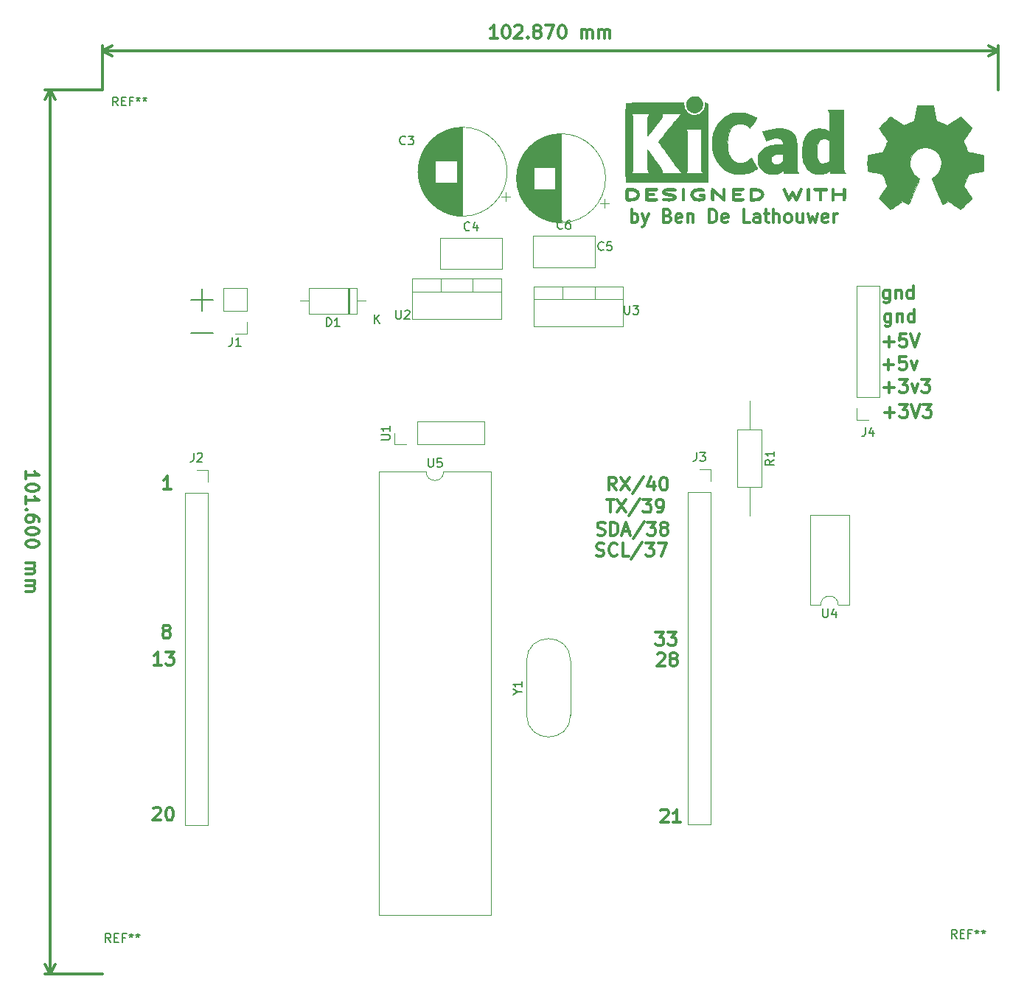
<source format=gbr>
G04 #@! TF.GenerationSoftware,KiCad,Pcbnew,(5.0.0-rc2-dev-444-g2974a2c10)*
G04 #@! TF.CreationDate,2018-07-07T21:15:36+02:00*
G04 #@! TF.ProjectId,propellor dev board,70726F70656C6C6F722064657620626F,rev?*
G04 #@! TF.SameCoordinates,Original*
G04 #@! TF.FileFunction,Legend,Top*
G04 #@! TF.FilePolarity,Positive*
%FSLAX46Y46*%
G04 Gerber Fmt 4.6, Leading zero omitted, Abs format (unit mm)*
G04 Created by KiCad (PCBNEW (5.0.0-rc2-dev-444-g2974a2c10)) date 07/07/18 21:15:36*
%MOMM*%
%LPD*%
G01*
G04 APERTURE LIST*
%ADD10C,0.300000*%
%ADD11C,0.200000*%
%ADD12C,0.120000*%
%ADD13C,0.010000*%
%ADD14C,0.150000*%
G04 APERTURE END LIST*
D10*
X91518929Y-70128571D02*
X91518929Y-69271428D01*
X91518929Y-69700000D02*
X93018929Y-69700000D01*
X92804643Y-69557142D01*
X92661786Y-69414285D01*
X92590358Y-69271428D01*
X93018929Y-71057142D02*
X93018929Y-71200000D01*
X92947501Y-71342857D01*
X92876072Y-71414285D01*
X92733215Y-71485714D01*
X92447501Y-71557142D01*
X92090358Y-71557142D01*
X91804643Y-71485714D01*
X91661786Y-71414285D01*
X91590358Y-71342857D01*
X91518929Y-71200000D01*
X91518929Y-71057142D01*
X91590358Y-70914285D01*
X91661786Y-70842857D01*
X91804643Y-70771428D01*
X92090358Y-70700000D01*
X92447501Y-70700000D01*
X92733215Y-70771428D01*
X92876072Y-70842857D01*
X92947501Y-70914285D01*
X93018929Y-71057142D01*
X91518929Y-72985714D02*
X91518929Y-72128571D01*
X91518929Y-72557142D02*
X93018929Y-72557142D01*
X92804643Y-72414285D01*
X92661786Y-72271428D01*
X92590358Y-72128571D01*
X91661786Y-73628571D02*
X91590358Y-73700000D01*
X91518929Y-73628571D01*
X91590358Y-73557142D01*
X91661786Y-73628571D01*
X91518929Y-73628571D01*
X93018929Y-74985714D02*
X93018929Y-74700000D01*
X92947501Y-74557142D01*
X92876072Y-74485714D01*
X92661786Y-74342857D01*
X92376072Y-74271428D01*
X91804643Y-74271428D01*
X91661786Y-74342857D01*
X91590358Y-74414285D01*
X91518929Y-74557142D01*
X91518929Y-74842857D01*
X91590358Y-74985714D01*
X91661786Y-75057142D01*
X91804643Y-75128571D01*
X92161786Y-75128571D01*
X92304643Y-75057142D01*
X92376072Y-74985714D01*
X92447501Y-74842857D01*
X92447501Y-74557142D01*
X92376072Y-74414285D01*
X92304643Y-74342857D01*
X92161786Y-74271428D01*
X93018929Y-76057142D02*
X93018929Y-76200000D01*
X92947501Y-76342857D01*
X92876072Y-76414285D01*
X92733215Y-76485714D01*
X92447501Y-76557142D01*
X92090358Y-76557142D01*
X91804643Y-76485714D01*
X91661786Y-76414285D01*
X91590358Y-76342857D01*
X91518929Y-76200000D01*
X91518929Y-76057142D01*
X91590358Y-75914285D01*
X91661786Y-75842857D01*
X91804643Y-75771428D01*
X92090358Y-75700000D01*
X92447501Y-75700000D01*
X92733215Y-75771428D01*
X92876072Y-75842857D01*
X92947501Y-75914285D01*
X93018929Y-76057142D01*
X93018929Y-77485714D02*
X93018929Y-77628571D01*
X92947501Y-77771428D01*
X92876072Y-77842857D01*
X92733215Y-77914285D01*
X92447501Y-77985714D01*
X92090358Y-77985714D01*
X91804643Y-77914285D01*
X91661786Y-77842857D01*
X91590358Y-77771428D01*
X91518929Y-77628571D01*
X91518929Y-77485714D01*
X91590358Y-77342857D01*
X91661786Y-77271428D01*
X91804643Y-77200000D01*
X92090358Y-77128571D01*
X92447501Y-77128571D01*
X92733215Y-77200000D01*
X92876072Y-77271428D01*
X92947501Y-77342857D01*
X93018929Y-77485714D01*
X91518929Y-79771428D02*
X92518929Y-79771428D01*
X92376072Y-79771428D02*
X92447501Y-79842857D01*
X92518929Y-79985714D01*
X92518929Y-80200000D01*
X92447501Y-80342857D01*
X92304643Y-80414285D01*
X91518929Y-80414285D01*
X92304643Y-80414285D02*
X92447501Y-80485714D01*
X92518929Y-80628571D01*
X92518929Y-80842857D01*
X92447501Y-80985714D01*
X92304643Y-81057142D01*
X91518929Y-81057142D01*
X91518929Y-81771428D02*
X92518929Y-81771428D01*
X92376072Y-81771428D02*
X92447501Y-81842857D01*
X92518929Y-81985714D01*
X92518929Y-82200000D01*
X92447501Y-82342857D01*
X92304643Y-82414285D01*
X91518929Y-82414285D01*
X92304643Y-82414285D02*
X92447501Y-82485714D01*
X92518929Y-82628571D01*
X92518929Y-82842857D01*
X92447501Y-82985714D01*
X92304643Y-83057142D01*
X91518929Y-83057142D01*
X94297501Y-25400000D02*
X94297501Y-127000000D01*
X100330000Y-25400000D02*
X93711080Y-25400000D01*
X100330000Y-127000000D02*
X93711080Y-127000000D01*
X94297501Y-127000000D02*
X93711080Y-125873496D01*
X94297501Y-127000000D02*
X94883922Y-125873496D01*
X94297501Y-25400000D02*
X93711080Y-26526504D01*
X94297501Y-25400000D02*
X94883922Y-26526504D01*
X145693571Y-19470071D02*
X144836428Y-19470071D01*
X145265000Y-19470071D02*
X145265000Y-17970071D01*
X145122142Y-18184357D01*
X144979285Y-18327214D01*
X144836428Y-18398642D01*
X146622142Y-17970071D02*
X146765000Y-17970071D01*
X146907857Y-18041500D01*
X146979285Y-18112928D01*
X147050714Y-18255785D01*
X147122142Y-18541500D01*
X147122142Y-18898642D01*
X147050714Y-19184357D01*
X146979285Y-19327214D01*
X146907857Y-19398642D01*
X146765000Y-19470071D01*
X146622142Y-19470071D01*
X146479285Y-19398642D01*
X146407857Y-19327214D01*
X146336428Y-19184357D01*
X146265000Y-18898642D01*
X146265000Y-18541500D01*
X146336428Y-18255785D01*
X146407857Y-18112928D01*
X146479285Y-18041500D01*
X146622142Y-17970071D01*
X147693571Y-18112928D02*
X147765000Y-18041500D01*
X147907857Y-17970071D01*
X148265000Y-17970071D01*
X148407857Y-18041500D01*
X148479285Y-18112928D01*
X148550714Y-18255785D01*
X148550714Y-18398642D01*
X148479285Y-18612928D01*
X147622142Y-19470071D01*
X148550714Y-19470071D01*
X149193571Y-19327214D02*
X149265000Y-19398642D01*
X149193571Y-19470071D01*
X149122142Y-19398642D01*
X149193571Y-19327214D01*
X149193571Y-19470071D01*
X150122142Y-18612928D02*
X149979285Y-18541500D01*
X149907857Y-18470071D01*
X149836428Y-18327214D01*
X149836428Y-18255785D01*
X149907857Y-18112928D01*
X149979285Y-18041500D01*
X150122142Y-17970071D01*
X150407857Y-17970071D01*
X150550714Y-18041500D01*
X150622142Y-18112928D01*
X150693571Y-18255785D01*
X150693571Y-18327214D01*
X150622142Y-18470071D01*
X150550714Y-18541500D01*
X150407857Y-18612928D01*
X150122142Y-18612928D01*
X149979285Y-18684357D01*
X149907857Y-18755785D01*
X149836428Y-18898642D01*
X149836428Y-19184357D01*
X149907857Y-19327214D01*
X149979285Y-19398642D01*
X150122142Y-19470071D01*
X150407857Y-19470071D01*
X150550714Y-19398642D01*
X150622142Y-19327214D01*
X150693571Y-19184357D01*
X150693571Y-18898642D01*
X150622142Y-18755785D01*
X150550714Y-18684357D01*
X150407857Y-18612928D01*
X151193571Y-17970071D02*
X152193571Y-17970071D01*
X151550714Y-19470071D01*
X153050714Y-17970071D02*
X153193571Y-17970071D01*
X153336428Y-18041500D01*
X153407857Y-18112928D01*
X153479285Y-18255785D01*
X153550714Y-18541500D01*
X153550714Y-18898642D01*
X153479285Y-19184357D01*
X153407857Y-19327214D01*
X153336428Y-19398642D01*
X153193571Y-19470071D01*
X153050714Y-19470071D01*
X152907857Y-19398642D01*
X152836428Y-19327214D01*
X152765000Y-19184357D01*
X152693571Y-18898642D01*
X152693571Y-18541500D01*
X152765000Y-18255785D01*
X152836428Y-18112928D01*
X152907857Y-18041500D01*
X153050714Y-17970071D01*
X155336428Y-19470071D02*
X155336428Y-18470071D01*
X155336428Y-18612928D02*
X155407857Y-18541500D01*
X155550714Y-18470071D01*
X155765000Y-18470071D01*
X155907857Y-18541500D01*
X155979285Y-18684357D01*
X155979285Y-19470071D01*
X155979285Y-18684357D02*
X156050714Y-18541500D01*
X156193571Y-18470071D01*
X156407857Y-18470071D01*
X156550714Y-18541500D01*
X156622142Y-18684357D01*
X156622142Y-19470071D01*
X157336428Y-19470071D02*
X157336428Y-18470071D01*
X157336428Y-18612928D02*
X157407857Y-18541500D01*
X157550714Y-18470071D01*
X157765000Y-18470071D01*
X157907857Y-18541500D01*
X157979285Y-18684357D01*
X157979285Y-19470071D01*
X157979285Y-18684357D02*
X158050714Y-18541500D01*
X158193571Y-18470071D01*
X158407857Y-18470071D01*
X158550714Y-18541500D01*
X158622142Y-18684357D01*
X158622142Y-19470071D01*
X100330000Y-20891500D02*
X203200000Y-20891500D01*
X100330000Y-25400000D02*
X100330000Y-20305079D01*
X203200000Y-25400000D02*
X203200000Y-20305079D01*
X203200000Y-20891500D02*
X202073496Y-21477921D01*
X203200000Y-20891500D02*
X202073496Y-20305079D01*
X100330000Y-20891500D02*
X101456504Y-21477921D01*
X100330000Y-20891500D02*
X101456504Y-20305079D01*
X161115714Y-40658571D02*
X161115714Y-39158571D01*
X161115714Y-39730000D02*
X161258571Y-39658571D01*
X161544285Y-39658571D01*
X161687142Y-39730000D01*
X161758571Y-39801428D01*
X161830000Y-39944285D01*
X161830000Y-40372857D01*
X161758571Y-40515714D01*
X161687142Y-40587142D01*
X161544285Y-40658571D01*
X161258571Y-40658571D01*
X161115714Y-40587142D01*
X162330000Y-39658571D02*
X162687142Y-40658571D01*
X163044285Y-39658571D02*
X162687142Y-40658571D01*
X162544285Y-41015714D01*
X162472857Y-41087142D01*
X162330000Y-41158571D01*
X165258571Y-39872857D02*
X165472857Y-39944285D01*
X165544285Y-40015714D01*
X165615714Y-40158571D01*
X165615714Y-40372857D01*
X165544285Y-40515714D01*
X165472857Y-40587142D01*
X165330000Y-40658571D01*
X164758571Y-40658571D01*
X164758571Y-39158571D01*
X165258571Y-39158571D01*
X165401428Y-39230000D01*
X165472857Y-39301428D01*
X165544285Y-39444285D01*
X165544285Y-39587142D01*
X165472857Y-39730000D01*
X165401428Y-39801428D01*
X165258571Y-39872857D01*
X164758571Y-39872857D01*
X166830000Y-40587142D02*
X166687142Y-40658571D01*
X166401428Y-40658571D01*
X166258571Y-40587142D01*
X166187142Y-40444285D01*
X166187142Y-39872857D01*
X166258571Y-39730000D01*
X166401428Y-39658571D01*
X166687142Y-39658571D01*
X166830000Y-39730000D01*
X166901428Y-39872857D01*
X166901428Y-40015714D01*
X166187142Y-40158571D01*
X167544285Y-39658571D02*
X167544285Y-40658571D01*
X167544285Y-39801428D02*
X167615714Y-39730000D01*
X167758571Y-39658571D01*
X167972857Y-39658571D01*
X168115714Y-39730000D01*
X168187142Y-39872857D01*
X168187142Y-40658571D01*
X170044285Y-40658571D02*
X170044285Y-39158571D01*
X170401428Y-39158571D01*
X170615714Y-39230000D01*
X170758571Y-39372857D01*
X170830000Y-39515714D01*
X170901428Y-39801428D01*
X170901428Y-40015714D01*
X170830000Y-40301428D01*
X170758571Y-40444285D01*
X170615714Y-40587142D01*
X170401428Y-40658571D01*
X170044285Y-40658571D01*
X172115714Y-40587142D02*
X171972857Y-40658571D01*
X171687142Y-40658571D01*
X171544285Y-40587142D01*
X171472857Y-40444285D01*
X171472857Y-39872857D01*
X171544285Y-39730000D01*
X171687142Y-39658571D01*
X171972857Y-39658571D01*
X172115714Y-39730000D01*
X172187142Y-39872857D01*
X172187142Y-40015714D01*
X171472857Y-40158571D01*
X174687142Y-40658571D02*
X173972857Y-40658571D01*
X173972857Y-39158571D01*
X175830000Y-40658571D02*
X175830000Y-39872857D01*
X175758571Y-39730000D01*
X175615714Y-39658571D01*
X175330000Y-39658571D01*
X175187142Y-39730000D01*
X175830000Y-40587142D02*
X175687142Y-40658571D01*
X175330000Y-40658571D01*
X175187142Y-40587142D01*
X175115714Y-40444285D01*
X175115714Y-40301428D01*
X175187142Y-40158571D01*
X175330000Y-40087142D01*
X175687142Y-40087142D01*
X175830000Y-40015714D01*
X176330000Y-39658571D02*
X176901428Y-39658571D01*
X176544285Y-39158571D02*
X176544285Y-40444285D01*
X176615714Y-40587142D01*
X176758571Y-40658571D01*
X176901428Y-40658571D01*
X177401428Y-40658571D02*
X177401428Y-39158571D01*
X178044285Y-40658571D02*
X178044285Y-39872857D01*
X177972857Y-39730000D01*
X177830000Y-39658571D01*
X177615714Y-39658571D01*
X177472857Y-39730000D01*
X177401428Y-39801428D01*
X178972857Y-40658571D02*
X178830000Y-40587142D01*
X178758571Y-40515714D01*
X178687142Y-40372857D01*
X178687142Y-39944285D01*
X178758571Y-39801428D01*
X178830000Y-39730000D01*
X178972857Y-39658571D01*
X179187142Y-39658571D01*
X179330000Y-39730000D01*
X179401428Y-39801428D01*
X179472857Y-39944285D01*
X179472857Y-40372857D01*
X179401428Y-40515714D01*
X179330000Y-40587142D01*
X179187142Y-40658571D01*
X178972857Y-40658571D01*
X180758571Y-39658571D02*
X180758571Y-40658571D01*
X180115714Y-39658571D02*
X180115714Y-40444285D01*
X180187142Y-40587142D01*
X180330000Y-40658571D01*
X180544285Y-40658571D01*
X180687142Y-40587142D01*
X180758571Y-40515714D01*
X181330000Y-39658571D02*
X181615714Y-40658571D01*
X181901428Y-39944285D01*
X182187142Y-40658571D01*
X182472857Y-39658571D01*
X183615714Y-40587142D02*
X183472857Y-40658571D01*
X183187142Y-40658571D01*
X183044285Y-40587142D01*
X182972857Y-40444285D01*
X182972857Y-39872857D01*
X183044285Y-39730000D01*
X183187142Y-39658571D01*
X183472857Y-39658571D01*
X183615714Y-39730000D01*
X183687142Y-39872857D01*
X183687142Y-40015714D01*
X182972857Y-40158571D01*
X184330000Y-40658571D02*
X184330000Y-39658571D01*
X184330000Y-39944285D02*
X184401428Y-39801428D01*
X184472857Y-39730000D01*
X184615714Y-39658571D01*
X184758571Y-39658571D01*
X164467142Y-108231428D02*
X164538571Y-108160000D01*
X164681428Y-108088571D01*
X165038571Y-108088571D01*
X165181428Y-108160000D01*
X165252857Y-108231428D01*
X165324285Y-108374285D01*
X165324285Y-108517142D01*
X165252857Y-108731428D01*
X164395714Y-109588571D01*
X165324285Y-109588571D01*
X166752857Y-109588571D02*
X165895714Y-109588571D01*
X166324285Y-109588571D02*
X166324285Y-108088571D01*
X166181428Y-108302857D01*
X166038571Y-108445714D01*
X165895714Y-108517142D01*
X164067142Y-90241428D02*
X164138571Y-90170000D01*
X164281428Y-90098571D01*
X164638571Y-90098571D01*
X164781428Y-90170000D01*
X164852857Y-90241428D01*
X164924285Y-90384285D01*
X164924285Y-90527142D01*
X164852857Y-90741428D01*
X163995714Y-91598571D01*
X164924285Y-91598571D01*
X165781428Y-90741428D02*
X165638571Y-90670000D01*
X165567142Y-90598571D01*
X165495714Y-90455714D01*
X165495714Y-90384285D01*
X165567142Y-90241428D01*
X165638571Y-90170000D01*
X165781428Y-90098571D01*
X166067142Y-90098571D01*
X166210000Y-90170000D01*
X166281428Y-90241428D01*
X166352857Y-90384285D01*
X166352857Y-90455714D01*
X166281428Y-90598571D01*
X166210000Y-90670000D01*
X166067142Y-90741428D01*
X165781428Y-90741428D01*
X165638571Y-90812857D01*
X165567142Y-90884285D01*
X165495714Y-91027142D01*
X165495714Y-91312857D01*
X165567142Y-91455714D01*
X165638571Y-91527142D01*
X165781428Y-91598571D01*
X166067142Y-91598571D01*
X166210000Y-91527142D01*
X166281428Y-91455714D01*
X166352857Y-91312857D01*
X166352857Y-91027142D01*
X166281428Y-90884285D01*
X166210000Y-90812857D01*
X166067142Y-90741428D01*
X163875714Y-87728571D02*
X164804285Y-87728571D01*
X164304285Y-88300000D01*
X164518571Y-88300000D01*
X164661428Y-88371428D01*
X164732857Y-88442857D01*
X164804285Y-88585714D01*
X164804285Y-88942857D01*
X164732857Y-89085714D01*
X164661428Y-89157142D01*
X164518571Y-89228571D01*
X164090000Y-89228571D01*
X163947142Y-89157142D01*
X163875714Y-89085714D01*
X165304285Y-87728571D02*
X166232857Y-87728571D01*
X165732857Y-88300000D01*
X165947142Y-88300000D01*
X166090000Y-88371428D01*
X166161428Y-88442857D01*
X166232857Y-88585714D01*
X166232857Y-88942857D01*
X166161428Y-89085714D01*
X166090000Y-89157142D01*
X165947142Y-89228571D01*
X165518571Y-89228571D01*
X165375714Y-89157142D01*
X165304285Y-89085714D01*
X157070000Y-78927142D02*
X157284285Y-78998571D01*
X157641428Y-78998571D01*
X157784285Y-78927142D01*
X157855714Y-78855714D01*
X157927142Y-78712857D01*
X157927142Y-78570000D01*
X157855714Y-78427142D01*
X157784285Y-78355714D01*
X157641428Y-78284285D01*
X157355714Y-78212857D01*
X157212857Y-78141428D01*
X157141428Y-78070000D01*
X157070000Y-77927142D01*
X157070000Y-77784285D01*
X157141428Y-77641428D01*
X157212857Y-77570000D01*
X157355714Y-77498571D01*
X157712857Y-77498571D01*
X157927142Y-77570000D01*
X159427142Y-78855714D02*
X159355714Y-78927142D01*
X159141428Y-78998571D01*
X158998571Y-78998571D01*
X158784285Y-78927142D01*
X158641428Y-78784285D01*
X158570000Y-78641428D01*
X158498571Y-78355714D01*
X158498571Y-78141428D01*
X158570000Y-77855714D01*
X158641428Y-77712857D01*
X158784285Y-77570000D01*
X158998571Y-77498571D01*
X159141428Y-77498571D01*
X159355714Y-77570000D01*
X159427142Y-77641428D01*
X160784285Y-78998571D02*
X160070000Y-78998571D01*
X160070000Y-77498571D01*
X162355714Y-77427142D02*
X161070000Y-79355714D01*
X162712857Y-77498571D02*
X163641428Y-77498571D01*
X163141428Y-78070000D01*
X163355714Y-78070000D01*
X163498571Y-78141428D01*
X163570000Y-78212857D01*
X163641428Y-78355714D01*
X163641428Y-78712857D01*
X163570000Y-78855714D01*
X163498571Y-78927142D01*
X163355714Y-78998571D01*
X162927142Y-78998571D01*
X162784285Y-78927142D01*
X162712857Y-78855714D01*
X164141428Y-77498571D02*
X165141428Y-77498571D01*
X164498571Y-78998571D01*
X157194285Y-76517142D02*
X157408571Y-76588571D01*
X157765714Y-76588571D01*
X157908571Y-76517142D01*
X157980000Y-76445714D01*
X158051428Y-76302857D01*
X158051428Y-76160000D01*
X157980000Y-76017142D01*
X157908571Y-75945714D01*
X157765714Y-75874285D01*
X157480000Y-75802857D01*
X157337142Y-75731428D01*
X157265714Y-75660000D01*
X157194285Y-75517142D01*
X157194285Y-75374285D01*
X157265714Y-75231428D01*
X157337142Y-75160000D01*
X157480000Y-75088571D01*
X157837142Y-75088571D01*
X158051428Y-75160000D01*
X158694285Y-76588571D02*
X158694285Y-75088571D01*
X159051428Y-75088571D01*
X159265714Y-75160000D01*
X159408571Y-75302857D01*
X159480000Y-75445714D01*
X159551428Y-75731428D01*
X159551428Y-75945714D01*
X159480000Y-76231428D01*
X159408571Y-76374285D01*
X159265714Y-76517142D01*
X159051428Y-76588571D01*
X158694285Y-76588571D01*
X160122857Y-76160000D02*
X160837142Y-76160000D01*
X159980000Y-76588571D02*
X160480000Y-75088571D01*
X160980000Y-76588571D01*
X162551428Y-75017142D02*
X161265714Y-76945714D01*
X162908571Y-75088571D02*
X163837142Y-75088571D01*
X163337142Y-75660000D01*
X163551428Y-75660000D01*
X163694285Y-75731428D01*
X163765714Y-75802857D01*
X163837142Y-75945714D01*
X163837142Y-76302857D01*
X163765714Y-76445714D01*
X163694285Y-76517142D01*
X163551428Y-76588571D01*
X163122857Y-76588571D01*
X162980000Y-76517142D01*
X162908571Y-76445714D01*
X164694285Y-75731428D02*
X164551428Y-75660000D01*
X164480000Y-75588571D01*
X164408571Y-75445714D01*
X164408571Y-75374285D01*
X164480000Y-75231428D01*
X164551428Y-75160000D01*
X164694285Y-75088571D01*
X164980000Y-75088571D01*
X165122857Y-75160000D01*
X165194285Y-75231428D01*
X165265714Y-75374285D01*
X165265714Y-75445714D01*
X165194285Y-75588571D01*
X165122857Y-75660000D01*
X164980000Y-75731428D01*
X164694285Y-75731428D01*
X164551428Y-75802857D01*
X164480000Y-75874285D01*
X164408571Y-76017142D01*
X164408571Y-76302857D01*
X164480000Y-76445714D01*
X164551428Y-76517142D01*
X164694285Y-76588571D01*
X164980000Y-76588571D01*
X165122857Y-76517142D01*
X165194285Y-76445714D01*
X165265714Y-76302857D01*
X165265714Y-76017142D01*
X165194285Y-75874285D01*
X165122857Y-75802857D01*
X164980000Y-75731428D01*
X158212857Y-72458571D02*
X159070000Y-72458571D01*
X158641428Y-73958571D02*
X158641428Y-72458571D01*
X159427142Y-72458571D02*
X160427142Y-73958571D01*
X160427142Y-72458571D02*
X159427142Y-73958571D01*
X162070000Y-72387142D02*
X160784285Y-74315714D01*
X162427142Y-72458571D02*
X163355714Y-72458571D01*
X162855714Y-73030000D01*
X163070000Y-73030000D01*
X163212857Y-73101428D01*
X163284285Y-73172857D01*
X163355714Y-73315714D01*
X163355714Y-73672857D01*
X163284285Y-73815714D01*
X163212857Y-73887142D01*
X163070000Y-73958571D01*
X162641428Y-73958571D01*
X162498571Y-73887142D01*
X162427142Y-73815714D01*
X164070000Y-73958571D02*
X164355714Y-73958571D01*
X164498571Y-73887142D01*
X164570000Y-73815714D01*
X164712857Y-73601428D01*
X164784285Y-73315714D01*
X164784285Y-72744285D01*
X164712857Y-72601428D01*
X164641428Y-72530000D01*
X164498571Y-72458571D01*
X164212857Y-72458571D01*
X164070000Y-72530000D01*
X163998571Y-72601428D01*
X163927142Y-72744285D01*
X163927142Y-73101428D01*
X163998571Y-73244285D01*
X164070000Y-73315714D01*
X164212857Y-73387142D01*
X164498571Y-73387142D01*
X164641428Y-73315714D01*
X164712857Y-73244285D01*
X164784285Y-73101428D01*
X159365714Y-71418571D02*
X158865714Y-70704285D01*
X158508571Y-71418571D02*
X158508571Y-69918571D01*
X159080000Y-69918571D01*
X159222857Y-69990000D01*
X159294285Y-70061428D01*
X159365714Y-70204285D01*
X159365714Y-70418571D01*
X159294285Y-70561428D01*
X159222857Y-70632857D01*
X159080000Y-70704285D01*
X158508571Y-70704285D01*
X159865714Y-69918571D02*
X160865714Y-71418571D01*
X160865714Y-69918571D02*
X159865714Y-71418571D01*
X162508571Y-69847142D02*
X161222857Y-71775714D01*
X163651428Y-70418571D02*
X163651428Y-71418571D01*
X163294285Y-69847142D02*
X162937142Y-70918571D01*
X163865714Y-70918571D01*
X164722857Y-69918571D02*
X164865714Y-69918571D01*
X165008571Y-69990000D01*
X165080000Y-70061428D01*
X165151428Y-70204285D01*
X165222857Y-70490000D01*
X165222857Y-70847142D01*
X165151428Y-71132857D01*
X165080000Y-71275714D01*
X165008571Y-71347142D01*
X164865714Y-71418571D01*
X164722857Y-71418571D01*
X164580000Y-71347142D01*
X164508571Y-71275714D01*
X164437142Y-71132857D01*
X164365714Y-70847142D01*
X164365714Y-70490000D01*
X164437142Y-70204285D01*
X164508571Y-70061428D01*
X164580000Y-69990000D01*
X164722857Y-69918571D01*
X106187142Y-107986428D02*
X106258571Y-107915000D01*
X106401428Y-107843571D01*
X106758571Y-107843571D01*
X106901428Y-107915000D01*
X106972857Y-107986428D01*
X107044285Y-108129285D01*
X107044285Y-108272142D01*
X106972857Y-108486428D01*
X106115714Y-109343571D01*
X107044285Y-109343571D01*
X107972857Y-107843571D02*
X108115714Y-107843571D01*
X108258571Y-107915000D01*
X108330000Y-107986428D01*
X108401428Y-108129285D01*
X108472857Y-108415000D01*
X108472857Y-108772142D01*
X108401428Y-109057857D01*
X108330000Y-109200714D01*
X108258571Y-109272142D01*
X108115714Y-109343571D01*
X107972857Y-109343571D01*
X107830000Y-109272142D01*
X107758571Y-109200714D01*
X107687142Y-109057857D01*
X107615714Y-108772142D01*
X107615714Y-108415000D01*
X107687142Y-108129285D01*
X107758571Y-107986428D01*
X107830000Y-107915000D01*
X107972857Y-107843571D01*
X107094285Y-91498571D02*
X106237142Y-91498571D01*
X106665714Y-91498571D02*
X106665714Y-89998571D01*
X106522857Y-90212857D01*
X106380000Y-90355714D01*
X106237142Y-90427142D01*
X107594285Y-89998571D02*
X108522857Y-89998571D01*
X108022857Y-90570000D01*
X108237142Y-90570000D01*
X108380000Y-90641428D01*
X108451428Y-90712857D01*
X108522857Y-90855714D01*
X108522857Y-91212857D01*
X108451428Y-91355714D01*
X108380000Y-91427142D01*
X108237142Y-91498571D01*
X107808571Y-91498571D01*
X107665714Y-91427142D01*
X107594285Y-91355714D01*
X107537142Y-87571428D02*
X107394285Y-87500000D01*
X107322857Y-87428571D01*
X107251428Y-87285714D01*
X107251428Y-87214285D01*
X107322857Y-87071428D01*
X107394285Y-87000000D01*
X107537142Y-86928571D01*
X107822857Y-86928571D01*
X107965714Y-87000000D01*
X108037142Y-87071428D01*
X108108571Y-87214285D01*
X108108571Y-87285714D01*
X108037142Y-87428571D01*
X107965714Y-87500000D01*
X107822857Y-87571428D01*
X107537142Y-87571428D01*
X107394285Y-87642857D01*
X107322857Y-87714285D01*
X107251428Y-87857142D01*
X107251428Y-88142857D01*
X107322857Y-88285714D01*
X107394285Y-88357142D01*
X107537142Y-88428571D01*
X107822857Y-88428571D01*
X107965714Y-88357142D01*
X108037142Y-88285714D01*
X108108571Y-88142857D01*
X108108571Y-87857142D01*
X108037142Y-87714285D01*
X107965714Y-87642857D01*
X107822857Y-87571428D01*
X108188571Y-71308571D02*
X107331428Y-71308571D01*
X107760000Y-71308571D02*
X107760000Y-69808571D01*
X107617142Y-70022857D01*
X107474285Y-70165714D01*
X107331428Y-70237142D01*
X190167142Y-62487142D02*
X191310000Y-62487142D01*
X190738571Y-63058571D02*
X190738571Y-61915714D01*
X191881428Y-61558571D02*
X192810000Y-61558571D01*
X192310000Y-62130000D01*
X192524285Y-62130000D01*
X192667142Y-62201428D01*
X192738571Y-62272857D01*
X192810000Y-62415714D01*
X192810000Y-62772857D01*
X192738571Y-62915714D01*
X192667142Y-62987142D01*
X192524285Y-63058571D01*
X192095714Y-63058571D01*
X191952857Y-62987142D01*
X191881428Y-62915714D01*
X193238571Y-61558571D02*
X193738571Y-63058571D01*
X194238571Y-61558571D01*
X194595714Y-61558571D02*
X195524285Y-61558571D01*
X195024285Y-62130000D01*
X195238571Y-62130000D01*
X195381428Y-62201428D01*
X195452857Y-62272857D01*
X195524285Y-62415714D01*
X195524285Y-62772857D01*
X195452857Y-62915714D01*
X195381428Y-62987142D01*
X195238571Y-63058571D01*
X194810000Y-63058571D01*
X194667142Y-62987142D01*
X194595714Y-62915714D01*
X190118571Y-59607142D02*
X191261428Y-59607142D01*
X190690000Y-60178571D02*
X190690000Y-59035714D01*
X191832857Y-58678571D02*
X192761428Y-58678571D01*
X192261428Y-59250000D01*
X192475714Y-59250000D01*
X192618571Y-59321428D01*
X192690000Y-59392857D01*
X192761428Y-59535714D01*
X192761428Y-59892857D01*
X192690000Y-60035714D01*
X192618571Y-60107142D01*
X192475714Y-60178571D01*
X192047142Y-60178571D01*
X191904285Y-60107142D01*
X191832857Y-60035714D01*
X193261428Y-59178571D02*
X193618571Y-60178571D01*
X193975714Y-59178571D01*
X194404285Y-58678571D02*
X195332857Y-58678571D01*
X194832857Y-59250000D01*
X195047142Y-59250000D01*
X195190000Y-59321428D01*
X195261428Y-59392857D01*
X195332857Y-59535714D01*
X195332857Y-59892857D01*
X195261428Y-60035714D01*
X195190000Y-60107142D01*
X195047142Y-60178571D01*
X194618571Y-60178571D01*
X194475714Y-60107142D01*
X194404285Y-60035714D01*
X190042857Y-56967142D02*
X191185714Y-56967142D01*
X190614285Y-57538571D02*
X190614285Y-56395714D01*
X192614285Y-56038571D02*
X191900000Y-56038571D01*
X191828571Y-56752857D01*
X191900000Y-56681428D01*
X192042857Y-56610000D01*
X192400000Y-56610000D01*
X192542857Y-56681428D01*
X192614285Y-56752857D01*
X192685714Y-56895714D01*
X192685714Y-57252857D01*
X192614285Y-57395714D01*
X192542857Y-57467142D01*
X192400000Y-57538571D01*
X192042857Y-57538571D01*
X191900000Y-57467142D01*
X191828571Y-57395714D01*
X193185714Y-56538571D02*
X193542857Y-57538571D01*
X193900000Y-56538571D01*
X190091428Y-54377142D02*
X191234285Y-54377142D01*
X190662857Y-54948571D02*
X190662857Y-53805714D01*
X192662857Y-53448571D02*
X191948571Y-53448571D01*
X191877142Y-54162857D01*
X191948571Y-54091428D01*
X192091428Y-54020000D01*
X192448571Y-54020000D01*
X192591428Y-54091428D01*
X192662857Y-54162857D01*
X192734285Y-54305714D01*
X192734285Y-54662857D01*
X192662857Y-54805714D01*
X192591428Y-54877142D01*
X192448571Y-54948571D01*
X192091428Y-54948571D01*
X191948571Y-54877142D01*
X191877142Y-54805714D01*
X193162857Y-53448571D02*
X193662857Y-54948571D01*
X194162857Y-53448571D01*
X190874285Y-51108571D02*
X190874285Y-52322857D01*
X190802857Y-52465714D01*
X190731428Y-52537142D01*
X190588571Y-52608571D01*
X190374285Y-52608571D01*
X190231428Y-52537142D01*
X190874285Y-52037142D02*
X190731428Y-52108571D01*
X190445714Y-52108571D01*
X190302857Y-52037142D01*
X190231428Y-51965714D01*
X190160000Y-51822857D01*
X190160000Y-51394285D01*
X190231428Y-51251428D01*
X190302857Y-51180000D01*
X190445714Y-51108571D01*
X190731428Y-51108571D01*
X190874285Y-51180000D01*
X191588571Y-51108571D02*
X191588571Y-52108571D01*
X191588571Y-51251428D02*
X191660000Y-51180000D01*
X191802857Y-51108571D01*
X192017142Y-51108571D01*
X192160000Y-51180000D01*
X192231428Y-51322857D01*
X192231428Y-52108571D01*
X193588571Y-52108571D02*
X193588571Y-50608571D01*
X193588571Y-52037142D02*
X193445714Y-52108571D01*
X193160000Y-52108571D01*
X193017142Y-52037142D01*
X192945714Y-51965714D01*
X192874285Y-51822857D01*
X192874285Y-51394285D01*
X192945714Y-51251428D01*
X193017142Y-51180000D01*
X193160000Y-51108571D01*
X193445714Y-51108571D01*
X193588571Y-51180000D01*
X190724285Y-48398571D02*
X190724285Y-49612857D01*
X190652857Y-49755714D01*
X190581428Y-49827142D01*
X190438571Y-49898571D01*
X190224285Y-49898571D01*
X190081428Y-49827142D01*
X190724285Y-49327142D02*
X190581428Y-49398571D01*
X190295714Y-49398571D01*
X190152857Y-49327142D01*
X190081428Y-49255714D01*
X190010000Y-49112857D01*
X190010000Y-48684285D01*
X190081428Y-48541428D01*
X190152857Y-48470000D01*
X190295714Y-48398571D01*
X190581428Y-48398571D01*
X190724285Y-48470000D01*
X191438571Y-48398571D02*
X191438571Y-49398571D01*
X191438571Y-48541428D02*
X191510000Y-48470000D01*
X191652857Y-48398571D01*
X191867142Y-48398571D01*
X192010000Y-48470000D01*
X192081428Y-48612857D01*
X192081428Y-49398571D01*
X193438571Y-49398571D02*
X193438571Y-47898571D01*
X193438571Y-49327142D02*
X193295714Y-49398571D01*
X193010000Y-49398571D01*
X192867142Y-49327142D01*
X192795714Y-49255714D01*
X192724285Y-49112857D01*
X192724285Y-48684285D01*
X192795714Y-48541428D01*
X192867142Y-48470000D01*
X193010000Y-48398571D01*
X193295714Y-48398571D01*
X193438571Y-48470000D01*
X190734285Y-48398571D02*
X190734285Y-49612857D01*
X190662857Y-49755714D01*
X190591428Y-49827142D01*
X190448571Y-49898571D01*
X190234285Y-49898571D01*
X190091428Y-49827142D01*
X190734285Y-49327142D02*
X190591428Y-49398571D01*
X190305714Y-49398571D01*
X190162857Y-49327142D01*
X190091428Y-49255714D01*
X190020000Y-49112857D01*
X190020000Y-48684285D01*
X190091428Y-48541428D01*
X190162857Y-48470000D01*
X190305714Y-48398571D01*
X190591428Y-48398571D01*
X190734285Y-48470000D01*
X191448571Y-48398571D02*
X191448571Y-49398571D01*
X191448571Y-48541428D02*
X191520000Y-48470000D01*
X191662857Y-48398571D01*
X191877142Y-48398571D01*
X192020000Y-48470000D01*
X192091428Y-48612857D01*
X192091428Y-49398571D01*
X193448571Y-49398571D02*
X193448571Y-47898571D01*
X193448571Y-49327142D02*
X193305714Y-49398571D01*
X193020000Y-49398571D01*
X192877142Y-49327142D01*
X192805714Y-49255714D01*
X192734285Y-49112857D01*
X192734285Y-48684285D01*
X192805714Y-48541428D01*
X192877142Y-48470000D01*
X193020000Y-48398571D01*
X193305714Y-48398571D01*
X193448571Y-48470000D01*
D11*
X110490000Y-53340000D02*
X113030000Y-53340000D01*
X111760000Y-53340000D02*
X110490000Y-53340000D01*
X111760000Y-49530000D02*
X111760000Y-50800000D01*
X110490000Y-49530000D02*
X113030000Y-49530000D01*
X111760000Y-49530000D02*
X110490000Y-49530000D01*
X111760000Y-48260000D02*
X111760000Y-49530000D01*
D12*
X139112440Y-42380920D02*
X146232440Y-42380920D01*
X139112440Y-46000920D02*
X146232440Y-46000920D01*
X139112440Y-42380920D02*
X139112440Y-46000920D01*
X146232440Y-42380920D02*
X146232440Y-46000920D01*
X156885200Y-42187880D02*
X156885200Y-45807880D01*
X149765200Y-42187880D02*
X149765200Y-45807880D01*
X149765200Y-45807880D02*
X156885200Y-45807880D01*
X149765200Y-42187880D02*
X156885200Y-42187880D01*
X129516800Y-51132080D02*
X129516800Y-48192080D01*
X129516800Y-48192080D02*
X124076800Y-48192080D01*
X124076800Y-48192080D02*
X124076800Y-51132080D01*
X124076800Y-51132080D02*
X129516800Y-51132080D01*
X130536800Y-49662080D02*
X129516800Y-49662080D01*
X123056800Y-49662080D02*
X124076800Y-49662080D01*
X128616800Y-51132080D02*
X128616800Y-48192080D01*
X128496800Y-51132080D02*
X128496800Y-48192080D01*
X128736800Y-51132080D02*
X128736800Y-48192080D01*
X116900000Y-48200000D02*
X114240000Y-48200000D01*
X116900000Y-50800000D02*
X116900000Y-48200000D01*
X114240000Y-50800000D02*
X114240000Y-48200000D01*
X116900000Y-50800000D02*
X114240000Y-50800000D01*
X116900000Y-52070000D02*
X116900000Y-53400000D01*
X116900000Y-53400000D02*
X115570000Y-53400000D01*
X111137700Y-69116900D02*
X112467700Y-69116900D01*
X112467700Y-69116900D02*
X112467700Y-70446900D01*
X112467700Y-71716900D02*
X112467700Y-109876900D01*
X109807700Y-109876900D02*
X112467700Y-109876900D01*
X109807700Y-71716900D02*
X109807700Y-109876900D01*
X109807700Y-71716900D02*
X112467700Y-71716900D01*
X167562220Y-71650860D02*
X170222220Y-71650860D01*
X167562220Y-71650860D02*
X167562220Y-109810860D01*
X167562220Y-109810860D02*
X170222220Y-109810860D01*
X170222220Y-71650860D02*
X170222220Y-109810860D01*
X170222220Y-69050860D02*
X170222220Y-70380860D01*
X168892220Y-69050860D02*
X170222220Y-69050860D01*
X176015320Y-64469260D02*
X173275320Y-64469260D01*
X173275320Y-64469260D02*
X173275320Y-71009260D01*
X173275320Y-71009260D02*
X176015320Y-71009260D01*
X176015320Y-71009260D02*
X176015320Y-64469260D01*
X174645320Y-61159260D02*
X174645320Y-64469260D01*
X174645320Y-74319260D02*
X174645320Y-71009260D01*
X144179600Y-66171120D02*
X144179600Y-63511120D01*
X136499600Y-66171120D02*
X144179600Y-66171120D01*
X136499600Y-63511120D02*
X144179600Y-63511120D01*
X136499600Y-66171120D02*
X136499600Y-63511120D01*
X135229600Y-66171120D02*
X133899600Y-66171120D01*
X133899600Y-66171120D02*
X133899600Y-64841120D01*
X142866720Y-47108360D02*
X142866720Y-48618360D01*
X139165720Y-47108360D02*
X139165720Y-48618360D01*
X135895720Y-48618360D02*
X146135720Y-48618360D01*
X146135720Y-47108360D02*
X146135720Y-51749360D01*
X135895720Y-47108360D02*
X135895720Y-51749360D01*
X135895720Y-51749360D02*
X146135720Y-51749360D01*
X135895720Y-47108360D02*
X146135720Y-47108360D01*
X149883500Y-47974500D02*
X160123500Y-47974500D01*
X149883500Y-52615500D02*
X160123500Y-52615500D01*
X149883500Y-47974500D02*
X149883500Y-52615500D01*
X160123500Y-47974500D02*
X160123500Y-52615500D01*
X149883500Y-49484500D02*
X160123500Y-49484500D01*
X153153500Y-47974500D02*
X153153500Y-49484500D01*
X156854500Y-47974500D02*
X156854500Y-49484500D01*
X182827420Y-84575960D02*
G75*
G02X184827420Y-84575960I1000000J0D01*
G01*
X184827420Y-84575960D02*
X186077420Y-84575960D01*
X186077420Y-84575960D02*
X186077420Y-74295960D01*
X186077420Y-74295960D02*
X181577420Y-74295960D01*
X181577420Y-74295960D02*
X181577420Y-84575960D01*
X181577420Y-84575960D02*
X182827420Y-84575960D01*
X139518900Y-69294700D02*
G75*
G02X137518900Y-69294700I-1000000J0D01*
G01*
X137518900Y-69294700D02*
X132058900Y-69294700D01*
X132058900Y-69294700D02*
X132058900Y-120214700D01*
X132058900Y-120214700D02*
X144978900Y-120214700D01*
X144978900Y-120214700D02*
X144978900Y-69294700D01*
X144978900Y-69294700D02*
X139518900Y-69294700D01*
X149049500Y-97245800D02*
X149049500Y-90995800D01*
X154099500Y-97245800D02*
X154099500Y-90995800D01*
X154099500Y-97245800D02*
G75*
G02X149049500Y-97245800I-2525000J0D01*
G01*
X154099500Y-90995800D02*
G75*
G03X149049500Y-90995800I-2525000J0D01*
G01*
X146811280Y-34808160D02*
G75*
G03X146811280Y-34808160I-5120000J0D01*
G01*
X141691280Y-39888160D02*
X141691280Y-29728160D01*
X141651280Y-39888160D02*
X141651280Y-29728160D01*
X141611280Y-39888160D02*
X141611280Y-29728160D01*
X141571280Y-39887160D02*
X141571280Y-29729160D01*
X141531280Y-39886160D02*
X141531280Y-29730160D01*
X141491280Y-39885160D02*
X141491280Y-29731160D01*
X141451280Y-39883160D02*
X141451280Y-29733160D01*
X141411280Y-39881160D02*
X141411280Y-29735160D01*
X141371280Y-39878160D02*
X141371280Y-29738160D01*
X141331280Y-39876160D02*
X141331280Y-29740160D01*
X141291280Y-39873160D02*
X141291280Y-29743160D01*
X141251280Y-39870160D02*
X141251280Y-29746160D01*
X141211280Y-39866160D02*
X141211280Y-29750160D01*
X141171280Y-39862160D02*
X141171280Y-29754160D01*
X141131280Y-39858160D02*
X141131280Y-29758160D01*
X141091280Y-39853160D02*
X141091280Y-29763160D01*
X141051280Y-39848160D02*
X141051280Y-29768160D01*
X141011280Y-39843160D02*
X141011280Y-36049160D01*
X141011280Y-33567160D02*
X141011280Y-29773160D01*
X140970280Y-39838160D02*
X140970280Y-36049160D01*
X140970280Y-33567160D02*
X140970280Y-29778160D01*
X140930280Y-39832160D02*
X140930280Y-36049160D01*
X140930280Y-33567160D02*
X140930280Y-29784160D01*
X140890280Y-39826160D02*
X140890280Y-36049160D01*
X140890280Y-33567160D02*
X140890280Y-29790160D01*
X140850280Y-39819160D02*
X140850280Y-36049160D01*
X140850280Y-33567160D02*
X140850280Y-29797160D01*
X140810280Y-39812160D02*
X140810280Y-36049160D01*
X140810280Y-33567160D02*
X140810280Y-29804160D01*
X140770280Y-39805160D02*
X140770280Y-36049160D01*
X140770280Y-33567160D02*
X140770280Y-29811160D01*
X140730280Y-39798160D02*
X140730280Y-36049160D01*
X140730280Y-33567160D02*
X140730280Y-29818160D01*
X140690280Y-39790160D02*
X140690280Y-36049160D01*
X140690280Y-33567160D02*
X140690280Y-29826160D01*
X140650280Y-39782160D02*
X140650280Y-36049160D01*
X140650280Y-33567160D02*
X140650280Y-29834160D01*
X140610280Y-39773160D02*
X140610280Y-36049160D01*
X140610280Y-33567160D02*
X140610280Y-29843160D01*
X140570280Y-39764160D02*
X140570280Y-36049160D01*
X140570280Y-33567160D02*
X140570280Y-29852160D01*
X140530280Y-39755160D02*
X140530280Y-36049160D01*
X140530280Y-33567160D02*
X140530280Y-29861160D01*
X140490280Y-39746160D02*
X140490280Y-36049160D01*
X140490280Y-33567160D02*
X140490280Y-29870160D01*
X140450280Y-39736160D02*
X140450280Y-36049160D01*
X140450280Y-33567160D02*
X140450280Y-29880160D01*
X140410280Y-39726160D02*
X140410280Y-36049160D01*
X140410280Y-33567160D02*
X140410280Y-29890160D01*
X140370280Y-39715160D02*
X140370280Y-36049160D01*
X140370280Y-33567160D02*
X140370280Y-29901160D01*
X140330280Y-39705160D02*
X140330280Y-36049160D01*
X140330280Y-33567160D02*
X140330280Y-29911160D01*
X140290280Y-39693160D02*
X140290280Y-36049160D01*
X140290280Y-33567160D02*
X140290280Y-29923160D01*
X140250280Y-39682160D02*
X140250280Y-36049160D01*
X140250280Y-33567160D02*
X140250280Y-29934160D01*
X140210280Y-39670160D02*
X140210280Y-36049160D01*
X140210280Y-33567160D02*
X140210280Y-29946160D01*
X140170280Y-39658160D02*
X140170280Y-36049160D01*
X140170280Y-33567160D02*
X140170280Y-29958160D01*
X140130280Y-39645160D02*
X140130280Y-36049160D01*
X140130280Y-33567160D02*
X140130280Y-29971160D01*
X140090280Y-39632160D02*
X140090280Y-36049160D01*
X140090280Y-33567160D02*
X140090280Y-29984160D01*
X140050280Y-39619160D02*
X140050280Y-36049160D01*
X140050280Y-33567160D02*
X140050280Y-29997160D01*
X140010280Y-39605160D02*
X140010280Y-36049160D01*
X140010280Y-33567160D02*
X140010280Y-30011160D01*
X139970280Y-39591160D02*
X139970280Y-36049160D01*
X139970280Y-33567160D02*
X139970280Y-30025160D01*
X139930280Y-39576160D02*
X139930280Y-36049160D01*
X139930280Y-33567160D02*
X139930280Y-30040160D01*
X139890280Y-39562160D02*
X139890280Y-36049160D01*
X139890280Y-33567160D02*
X139890280Y-30054160D01*
X139850280Y-39546160D02*
X139850280Y-36049160D01*
X139850280Y-33567160D02*
X139850280Y-30070160D01*
X139810280Y-39531160D02*
X139810280Y-36049160D01*
X139810280Y-33567160D02*
X139810280Y-30085160D01*
X139770280Y-39515160D02*
X139770280Y-36049160D01*
X139770280Y-33567160D02*
X139770280Y-30101160D01*
X139730280Y-39498160D02*
X139730280Y-36049160D01*
X139730280Y-33567160D02*
X139730280Y-30118160D01*
X139690280Y-39482160D02*
X139690280Y-36049160D01*
X139690280Y-33567160D02*
X139690280Y-30134160D01*
X139650280Y-39465160D02*
X139650280Y-36049160D01*
X139650280Y-33567160D02*
X139650280Y-30151160D01*
X139610280Y-39447160D02*
X139610280Y-36049160D01*
X139610280Y-33567160D02*
X139610280Y-30169160D01*
X139570280Y-39429160D02*
X139570280Y-36049160D01*
X139570280Y-33567160D02*
X139570280Y-30187160D01*
X139530280Y-39411160D02*
X139530280Y-36049160D01*
X139530280Y-33567160D02*
X139530280Y-30205160D01*
X139490280Y-39392160D02*
X139490280Y-36049160D01*
X139490280Y-33567160D02*
X139490280Y-30224160D01*
X139450280Y-39372160D02*
X139450280Y-36049160D01*
X139450280Y-33567160D02*
X139450280Y-30244160D01*
X139410280Y-39353160D02*
X139410280Y-36049160D01*
X139410280Y-33567160D02*
X139410280Y-30263160D01*
X139370280Y-39333160D02*
X139370280Y-36049160D01*
X139370280Y-33567160D02*
X139370280Y-30283160D01*
X139330280Y-39312160D02*
X139330280Y-36049160D01*
X139330280Y-33567160D02*
X139330280Y-30304160D01*
X139290280Y-39291160D02*
X139290280Y-36049160D01*
X139290280Y-33567160D02*
X139290280Y-30325160D01*
X139250280Y-39270160D02*
X139250280Y-36049160D01*
X139250280Y-33567160D02*
X139250280Y-30346160D01*
X139210280Y-39248160D02*
X139210280Y-36049160D01*
X139210280Y-33567160D02*
X139210280Y-30368160D01*
X139170280Y-39225160D02*
X139170280Y-36049160D01*
X139170280Y-33567160D02*
X139170280Y-30391160D01*
X139130280Y-39203160D02*
X139130280Y-36049160D01*
X139130280Y-33567160D02*
X139130280Y-30413160D01*
X139090280Y-39179160D02*
X139090280Y-36049160D01*
X139090280Y-33567160D02*
X139090280Y-30437160D01*
X139050280Y-39155160D02*
X139050280Y-36049160D01*
X139050280Y-33567160D02*
X139050280Y-30461160D01*
X139010280Y-39131160D02*
X139010280Y-36049160D01*
X139010280Y-33567160D02*
X139010280Y-30485160D01*
X138970280Y-39106160D02*
X138970280Y-36049160D01*
X138970280Y-33567160D02*
X138970280Y-30510160D01*
X138930280Y-39081160D02*
X138930280Y-36049160D01*
X138930280Y-33567160D02*
X138930280Y-30535160D01*
X138890280Y-39055160D02*
X138890280Y-36049160D01*
X138890280Y-33567160D02*
X138890280Y-30561160D01*
X138850280Y-39029160D02*
X138850280Y-36049160D01*
X138850280Y-33567160D02*
X138850280Y-30587160D01*
X138810280Y-39002160D02*
X138810280Y-36049160D01*
X138810280Y-33567160D02*
X138810280Y-30614160D01*
X138770280Y-38974160D02*
X138770280Y-36049160D01*
X138770280Y-33567160D02*
X138770280Y-30642160D01*
X138730280Y-38946160D02*
X138730280Y-36049160D01*
X138730280Y-33567160D02*
X138730280Y-30670160D01*
X138690280Y-38918160D02*
X138690280Y-36049160D01*
X138690280Y-33567160D02*
X138690280Y-30698160D01*
X138650280Y-38888160D02*
X138650280Y-36049160D01*
X138650280Y-33567160D02*
X138650280Y-30728160D01*
X138610280Y-38858160D02*
X138610280Y-36049160D01*
X138610280Y-33567160D02*
X138610280Y-30758160D01*
X138570280Y-38828160D02*
X138570280Y-36049160D01*
X138570280Y-33567160D02*
X138570280Y-30788160D01*
X138530280Y-38797160D02*
X138530280Y-30819160D01*
X138490280Y-38765160D02*
X138490280Y-30851160D01*
X138450280Y-38733160D02*
X138450280Y-30883160D01*
X138410280Y-38700160D02*
X138410280Y-30916160D01*
X138370280Y-38666160D02*
X138370280Y-30950160D01*
X138330280Y-38632160D02*
X138330280Y-30984160D01*
X138290280Y-38597160D02*
X138290280Y-31019160D01*
X138250280Y-38561160D02*
X138250280Y-31055160D01*
X138210280Y-38524160D02*
X138210280Y-31092160D01*
X138170280Y-38487160D02*
X138170280Y-31129160D01*
X138130280Y-38448160D02*
X138130280Y-31168160D01*
X138090280Y-38409160D02*
X138090280Y-31207160D01*
X138050280Y-38369160D02*
X138050280Y-31247160D01*
X138010280Y-38328160D02*
X138010280Y-31288160D01*
X137970280Y-38286160D02*
X137970280Y-31330160D01*
X137930280Y-38244160D02*
X137930280Y-31372160D01*
X137890280Y-38200160D02*
X137890280Y-31416160D01*
X137850280Y-38155160D02*
X137850280Y-31461160D01*
X137810280Y-38109160D02*
X137810280Y-31507160D01*
X137770280Y-38062160D02*
X137770280Y-31554160D01*
X137730280Y-38014160D02*
X137730280Y-31602160D01*
X137690280Y-37964160D02*
X137690280Y-31652160D01*
X137650280Y-37914160D02*
X137650280Y-31702160D01*
X137610280Y-37862160D02*
X137610280Y-31754160D01*
X137570280Y-37808160D02*
X137570280Y-31808160D01*
X137530280Y-37753160D02*
X137530280Y-31863160D01*
X137490280Y-37697160D02*
X137490280Y-31919160D01*
X137450280Y-37638160D02*
X137450280Y-31978160D01*
X137410280Y-37578160D02*
X137410280Y-32038160D01*
X137370280Y-37517160D02*
X137370280Y-32099160D01*
X137330280Y-37453160D02*
X137330280Y-32163160D01*
X137290280Y-37387160D02*
X137290280Y-32229160D01*
X137250280Y-37318160D02*
X137250280Y-32298160D01*
X137210280Y-37247160D02*
X137210280Y-32369160D01*
X137170280Y-37173160D02*
X137170280Y-32443160D01*
X137130280Y-37097160D02*
X137130280Y-32519160D01*
X137090280Y-37017160D02*
X137090280Y-32599160D01*
X137050280Y-36933160D02*
X137050280Y-32683160D01*
X137010280Y-36845160D02*
X137010280Y-32771160D01*
X136970280Y-36752160D02*
X136970280Y-32864160D01*
X136930280Y-36654160D02*
X136930280Y-32962160D01*
X136890280Y-36550160D02*
X136890280Y-33066160D01*
X136850280Y-36438160D02*
X136850280Y-33178160D01*
X136810280Y-36318160D02*
X136810280Y-33298160D01*
X136770280Y-36186160D02*
X136770280Y-33430160D01*
X136730280Y-36038160D02*
X136730280Y-33578160D01*
X136690280Y-35870160D02*
X136690280Y-33746160D01*
X136650280Y-35670160D02*
X136650280Y-33946160D01*
X136610280Y-35407160D02*
X136610280Y-34209160D01*
X147170926Y-37683160D02*
X146170926Y-37683160D01*
X146670926Y-38183160D02*
X146670926Y-37183160D01*
X157979006Y-38929920D02*
X157979006Y-37929920D01*
X158479006Y-38429920D02*
X157479006Y-38429920D01*
X147918360Y-36153920D02*
X147918360Y-34955920D01*
X147958360Y-36416920D02*
X147958360Y-34692920D01*
X147998360Y-36616920D02*
X147998360Y-34492920D01*
X148038360Y-36784920D02*
X148038360Y-34324920D01*
X148078360Y-36932920D02*
X148078360Y-34176920D01*
X148118360Y-37064920D02*
X148118360Y-34044920D01*
X148158360Y-37184920D02*
X148158360Y-33924920D01*
X148198360Y-37296920D02*
X148198360Y-33812920D01*
X148238360Y-37400920D02*
X148238360Y-33708920D01*
X148278360Y-37498920D02*
X148278360Y-33610920D01*
X148318360Y-37591920D02*
X148318360Y-33517920D01*
X148358360Y-37679920D02*
X148358360Y-33429920D01*
X148398360Y-37763920D02*
X148398360Y-33345920D01*
X148438360Y-37843920D02*
X148438360Y-33265920D01*
X148478360Y-37919920D02*
X148478360Y-33189920D01*
X148518360Y-37993920D02*
X148518360Y-33115920D01*
X148558360Y-38064920D02*
X148558360Y-33044920D01*
X148598360Y-38133920D02*
X148598360Y-32975920D01*
X148638360Y-38199920D02*
X148638360Y-32909920D01*
X148678360Y-38263920D02*
X148678360Y-32845920D01*
X148718360Y-38324920D02*
X148718360Y-32784920D01*
X148758360Y-38384920D02*
X148758360Y-32724920D01*
X148798360Y-38443920D02*
X148798360Y-32665920D01*
X148838360Y-38499920D02*
X148838360Y-32609920D01*
X148878360Y-38554920D02*
X148878360Y-32554920D01*
X148918360Y-38608920D02*
X148918360Y-32500920D01*
X148958360Y-38660920D02*
X148958360Y-32448920D01*
X148998360Y-38710920D02*
X148998360Y-32398920D01*
X149038360Y-38760920D02*
X149038360Y-32348920D01*
X149078360Y-38808920D02*
X149078360Y-32300920D01*
X149118360Y-38855920D02*
X149118360Y-32253920D01*
X149158360Y-38901920D02*
X149158360Y-32207920D01*
X149198360Y-38946920D02*
X149198360Y-32162920D01*
X149238360Y-38990920D02*
X149238360Y-32118920D01*
X149278360Y-39032920D02*
X149278360Y-32076920D01*
X149318360Y-39074920D02*
X149318360Y-32034920D01*
X149358360Y-39115920D02*
X149358360Y-31993920D01*
X149398360Y-39155920D02*
X149398360Y-31953920D01*
X149438360Y-39194920D02*
X149438360Y-31914920D01*
X149478360Y-39233920D02*
X149478360Y-31875920D01*
X149518360Y-39270920D02*
X149518360Y-31838920D01*
X149558360Y-39307920D02*
X149558360Y-31801920D01*
X149598360Y-39343920D02*
X149598360Y-31765920D01*
X149638360Y-39378920D02*
X149638360Y-31730920D01*
X149678360Y-39412920D02*
X149678360Y-31696920D01*
X149718360Y-39446920D02*
X149718360Y-31662920D01*
X149758360Y-39479920D02*
X149758360Y-31629920D01*
X149798360Y-39511920D02*
X149798360Y-31597920D01*
X149838360Y-39543920D02*
X149838360Y-31565920D01*
X149878360Y-34313920D02*
X149878360Y-31534920D01*
X149878360Y-39574920D02*
X149878360Y-36795920D01*
X149918360Y-34313920D02*
X149918360Y-31504920D01*
X149918360Y-39604920D02*
X149918360Y-36795920D01*
X149958360Y-34313920D02*
X149958360Y-31474920D01*
X149958360Y-39634920D02*
X149958360Y-36795920D01*
X149998360Y-34313920D02*
X149998360Y-31444920D01*
X149998360Y-39664920D02*
X149998360Y-36795920D01*
X150038360Y-34313920D02*
X150038360Y-31416920D01*
X150038360Y-39692920D02*
X150038360Y-36795920D01*
X150078360Y-34313920D02*
X150078360Y-31388920D01*
X150078360Y-39720920D02*
X150078360Y-36795920D01*
X150118360Y-34313920D02*
X150118360Y-31360920D01*
X150118360Y-39748920D02*
X150118360Y-36795920D01*
X150158360Y-34313920D02*
X150158360Y-31333920D01*
X150158360Y-39775920D02*
X150158360Y-36795920D01*
X150198360Y-34313920D02*
X150198360Y-31307920D01*
X150198360Y-39801920D02*
X150198360Y-36795920D01*
X150238360Y-34313920D02*
X150238360Y-31281920D01*
X150238360Y-39827920D02*
X150238360Y-36795920D01*
X150278360Y-34313920D02*
X150278360Y-31256920D01*
X150278360Y-39852920D02*
X150278360Y-36795920D01*
X150318360Y-34313920D02*
X150318360Y-31231920D01*
X150318360Y-39877920D02*
X150318360Y-36795920D01*
X150358360Y-34313920D02*
X150358360Y-31207920D01*
X150358360Y-39901920D02*
X150358360Y-36795920D01*
X150398360Y-34313920D02*
X150398360Y-31183920D01*
X150398360Y-39925920D02*
X150398360Y-36795920D01*
X150438360Y-34313920D02*
X150438360Y-31159920D01*
X150438360Y-39949920D02*
X150438360Y-36795920D01*
X150478360Y-34313920D02*
X150478360Y-31137920D01*
X150478360Y-39971920D02*
X150478360Y-36795920D01*
X150518360Y-34313920D02*
X150518360Y-31114920D01*
X150518360Y-39994920D02*
X150518360Y-36795920D01*
X150558360Y-34313920D02*
X150558360Y-31092920D01*
X150558360Y-40016920D02*
X150558360Y-36795920D01*
X150598360Y-34313920D02*
X150598360Y-31071920D01*
X150598360Y-40037920D02*
X150598360Y-36795920D01*
X150638360Y-34313920D02*
X150638360Y-31050920D01*
X150638360Y-40058920D02*
X150638360Y-36795920D01*
X150678360Y-34313920D02*
X150678360Y-31029920D01*
X150678360Y-40079920D02*
X150678360Y-36795920D01*
X150718360Y-34313920D02*
X150718360Y-31009920D01*
X150718360Y-40099920D02*
X150718360Y-36795920D01*
X150758360Y-34313920D02*
X150758360Y-30990920D01*
X150758360Y-40118920D02*
X150758360Y-36795920D01*
X150798360Y-34313920D02*
X150798360Y-30970920D01*
X150798360Y-40138920D02*
X150798360Y-36795920D01*
X150838360Y-34313920D02*
X150838360Y-30951920D01*
X150838360Y-40157920D02*
X150838360Y-36795920D01*
X150878360Y-34313920D02*
X150878360Y-30933920D01*
X150878360Y-40175920D02*
X150878360Y-36795920D01*
X150918360Y-34313920D02*
X150918360Y-30915920D01*
X150918360Y-40193920D02*
X150918360Y-36795920D01*
X150958360Y-34313920D02*
X150958360Y-30897920D01*
X150958360Y-40211920D02*
X150958360Y-36795920D01*
X150998360Y-34313920D02*
X150998360Y-30880920D01*
X150998360Y-40228920D02*
X150998360Y-36795920D01*
X151038360Y-34313920D02*
X151038360Y-30864920D01*
X151038360Y-40244920D02*
X151038360Y-36795920D01*
X151078360Y-34313920D02*
X151078360Y-30847920D01*
X151078360Y-40261920D02*
X151078360Y-36795920D01*
X151118360Y-34313920D02*
X151118360Y-30831920D01*
X151118360Y-40277920D02*
X151118360Y-36795920D01*
X151158360Y-34313920D02*
X151158360Y-30816920D01*
X151158360Y-40292920D02*
X151158360Y-36795920D01*
X151198360Y-34313920D02*
X151198360Y-30800920D01*
X151198360Y-40308920D02*
X151198360Y-36795920D01*
X151238360Y-34313920D02*
X151238360Y-30786920D01*
X151238360Y-40322920D02*
X151238360Y-36795920D01*
X151278360Y-34313920D02*
X151278360Y-30771920D01*
X151278360Y-40337920D02*
X151278360Y-36795920D01*
X151318360Y-34313920D02*
X151318360Y-30757920D01*
X151318360Y-40351920D02*
X151318360Y-36795920D01*
X151358360Y-34313920D02*
X151358360Y-30743920D01*
X151358360Y-40365920D02*
X151358360Y-36795920D01*
X151398360Y-34313920D02*
X151398360Y-30730920D01*
X151398360Y-40378920D02*
X151398360Y-36795920D01*
X151438360Y-34313920D02*
X151438360Y-30717920D01*
X151438360Y-40391920D02*
X151438360Y-36795920D01*
X151478360Y-34313920D02*
X151478360Y-30704920D01*
X151478360Y-40404920D02*
X151478360Y-36795920D01*
X151518360Y-34313920D02*
X151518360Y-30692920D01*
X151518360Y-40416920D02*
X151518360Y-36795920D01*
X151558360Y-34313920D02*
X151558360Y-30680920D01*
X151558360Y-40428920D02*
X151558360Y-36795920D01*
X151598360Y-34313920D02*
X151598360Y-30669920D01*
X151598360Y-40439920D02*
X151598360Y-36795920D01*
X151638360Y-34313920D02*
X151638360Y-30657920D01*
X151638360Y-40451920D02*
X151638360Y-36795920D01*
X151678360Y-34313920D02*
X151678360Y-30647920D01*
X151678360Y-40461920D02*
X151678360Y-36795920D01*
X151718360Y-34313920D02*
X151718360Y-30636920D01*
X151718360Y-40472920D02*
X151718360Y-36795920D01*
X151758360Y-34313920D02*
X151758360Y-30626920D01*
X151758360Y-40482920D02*
X151758360Y-36795920D01*
X151798360Y-34313920D02*
X151798360Y-30616920D01*
X151798360Y-40492920D02*
X151798360Y-36795920D01*
X151838360Y-34313920D02*
X151838360Y-30607920D01*
X151838360Y-40501920D02*
X151838360Y-36795920D01*
X151878360Y-34313920D02*
X151878360Y-30598920D01*
X151878360Y-40510920D02*
X151878360Y-36795920D01*
X151918360Y-34313920D02*
X151918360Y-30589920D01*
X151918360Y-40519920D02*
X151918360Y-36795920D01*
X151958360Y-34313920D02*
X151958360Y-30580920D01*
X151958360Y-40528920D02*
X151958360Y-36795920D01*
X151998360Y-34313920D02*
X151998360Y-30572920D01*
X151998360Y-40536920D02*
X151998360Y-36795920D01*
X152038360Y-34313920D02*
X152038360Y-30564920D01*
X152038360Y-40544920D02*
X152038360Y-36795920D01*
X152078360Y-34313920D02*
X152078360Y-30557920D01*
X152078360Y-40551920D02*
X152078360Y-36795920D01*
X152118360Y-34313920D02*
X152118360Y-30550920D01*
X152118360Y-40558920D02*
X152118360Y-36795920D01*
X152158360Y-34313920D02*
X152158360Y-30543920D01*
X152158360Y-40565920D02*
X152158360Y-36795920D01*
X152198360Y-34313920D02*
X152198360Y-30536920D01*
X152198360Y-40572920D02*
X152198360Y-36795920D01*
X152238360Y-34313920D02*
X152238360Y-30530920D01*
X152238360Y-40578920D02*
X152238360Y-36795920D01*
X152278360Y-34313920D02*
X152278360Y-30524920D01*
X152278360Y-40584920D02*
X152278360Y-36795920D01*
X152319360Y-34313920D02*
X152319360Y-30519920D01*
X152319360Y-40589920D02*
X152319360Y-36795920D01*
X152359360Y-40594920D02*
X152359360Y-30514920D01*
X152399360Y-40599920D02*
X152399360Y-30509920D01*
X152439360Y-40604920D02*
X152439360Y-30504920D01*
X152479360Y-40608920D02*
X152479360Y-30500920D01*
X152519360Y-40612920D02*
X152519360Y-30496920D01*
X152559360Y-40616920D02*
X152559360Y-30492920D01*
X152599360Y-40619920D02*
X152599360Y-30489920D01*
X152639360Y-40622920D02*
X152639360Y-30486920D01*
X152679360Y-40624920D02*
X152679360Y-30484920D01*
X152719360Y-40627920D02*
X152719360Y-30481920D01*
X152759360Y-40629920D02*
X152759360Y-30479920D01*
X152799360Y-40631920D02*
X152799360Y-30477920D01*
X152839360Y-40632920D02*
X152839360Y-30476920D01*
X152879360Y-40633920D02*
X152879360Y-30475920D01*
X152919360Y-40634920D02*
X152919360Y-30474920D01*
X152959360Y-40634920D02*
X152959360Y-30474920D01*
X152999360Y-40634920D02*
X152999360Y-30474920D01*
X158119360Y-35554920D02*
G75*
G03X158119360Y-35554920I-5120000J0D01*
G01*
X189610000Y-60720000D02*
X186950000Y-60720000D01*
X189610000Y-60720000D02*
X189610000Y-47960000D01*
X189610000Y-47960000D02*
X186950000Y-47960000D01*
X186950000Y-60720000D02*
X186950000Y-47960000D01*
X186950000Y-63320000D02*
X186950000Y-61990000D01*
X188280000Y-63320000D02*
X186950000Y-63320000D01*
D13*
G36*
X168443620Y-26146594D02*
X168637030Y-26195286D01*
X168810971Y-26281332D01*
X168961260Y-26401421D01*
X169083716Y-26552243D01*
X169174155Y-26730486D01*
X169226914Y-26923967D01*
X169238668Y-27119364D01*
X169208827Y-27307920D01*
X169141126Y-27484419D01*
X169039297Y-27643645D01*
X168907075Y-27780385D01*
X168748192Y-27889422D01*
X168566383Y-27965540D01*
X168463394Y-27990498D01*
X168374001Y-28005608D01*
X168305091Y-28011579D01*
X168238876Y-28007913D01*
X168157566Y-27994113D01*
X168091078Y-27980100D01*
X167903412Y-27916800D01*
X167735319Y-27814096D01*
X167590584Y-27675102D01*
X167472993Y-27502935D01*
X167444971Y-27448214D01*
X167411949Y-27375155D01*
X167391240Y-27313803D01*
X167380059Y-27249252D01*
X167375620Y-27166599D01*
X167375061Y-27074018D01*
X167383271Y-26904549D01*
X167410221Y-26765373D01*
X167460826Y-26643582D01*
X167539998Y-26526272D01*
X167617438Y-26437349D01*
X167761864Y-26305125D01*
X167912721Y-26213855D01*
X168078962Y-26159208D01*
X168234922Y-26138567D01*
X168443620Y-26146594D01*
X168443620Y-26146594D01*
G37*
X168443620Y-26146594D02*
X168637030Y-26195286D01*
X168810971Y-26281332D01*
X168961260Y-26401421D01*
X169083716Y-26552243D01*
X169174155Y-26730486D01*
X169226914Y-26923967D01*
X169238668Y-27119364D01*
X169208827Y-27307920D01*
X169141126Y-27484419D01*
X169039297Y-27643645D01*
X168907075Y-27780385D01*
X168748192Y-27889422D01*
X168566383Y-27965540D01*
X168463394Y-27990498D01*
X168374001Y-28005608D01*
X168305091Y-28011579D01*
X168238876Y-28007913D01*
X168157566Y-27994113D01*
X168091078Y-27980100D01*
X167903412Y-27916800D01*
X167735319Y-27814096D01*
X167590584Y-27675102D01*
X167472993Y-27502935D01*
X167444971Y-27448214D01*
X167411949Y-27375155D01*
X167391240Y-27313803D01*
X167380059Y-27249252D01*
X167375620Y-27166599D01*
X167375061Y-27074018D01*
X167383271Y-26904549D01*
X167410221Y-26765373D01*
X167460826Y-26643582D01*
X167539998Y-26526272D01*
X167617438Y-26437349D01*
X167761864Y-26305125D01*
X167912721Y-26213855D01*
X168078962Y-26159208D01*
X168234922Y-26138567D01*
X168443620Y-26146594D01*
G36*
X185438251Y-31059777D02*
X185438290Y-31530705D01*
X185438342Y-31958488D01*
X185438488Y-32345338D01*
X185438805Y-32693466D01*
X185439371Y-33005085D01*
X185440265Y-33282406D01*
X185441565Y-33527640D01*
X185443349Y-33743001D01*
X185445697Y-33930700D01*
X185448685Y-34092948D01*
X185452393Y-34231957D01*
X185456899Y-34349940D01*
X185462282Y-34449109D01*
X185468619Y-34531674D01*
X185475988Y-34599848D01*
X185484470Y-34655843D01*
X185494141Y-34701870D01*
X185505079Y-34740143D01*
X185517365Y-34772871D01*
X185531075Y-34802268D01*
X185546288Y-34830544D01*
X185563083Y-34859913D01*
X185573516Y-34878207D01*
X185642352Y-35000179D01*
X183918393Y-35000179D01*
X183918393Y-34807411D01*
X183916923Y-34720296D01*
X183913002Y-34653671D01*
X183907359Y-34617950D01*
X183904864Y-34614643D01*
X183881918Y-34628472D01*
X183836286Y-34664317D01*
X183790684Y-34703239D01*
X183681027Y-34785072D01*
X183541450Y-34867445D01*
X183386659Y-34942791D01*
X183231360Y-35003543D01*
X183169380Y-35022926D01*
X183031773Y-35052188D01*
X182865331Y-35072199D01*
X182685746Y-35082331D01*
X182508713Y-35081956D01*
X182349925Y-35070445D01*
X182274197Y-35058777D01*
X181996770Y-34982314D01*
X181741031Y-34866351D01*
X181508355Y-34711942D01*
X181300119Y-34520144D01*
X181117701Y-34292012D01*
X180983501Y-34069426D01*
X180873276Y-33834872D01*
X180788900Y-33595108D01*
X180728639Y-33341996D01*
X180690759Y-33067398D01*
X180673526Y-32763174D01*
X180672066Y-32607589D01*
X180676274Y-32493527D01*
X182341909Y-32493527D01*
X182342327Y-32680495D01*
X182348179Y-32856658D01*
X182359554Y-33011506D01*
X182376540Y-33134527D01*
X182381730Y-33159319D01*
X182445616Y-33374843D01*
X182529306Y-33549670D01*
X182633498Y-33684237D01*
X182758891Y-33778983D01*
X182906185Y-33834350D01*
X183076077Y-33850774D01*
X183269267Y-33828695D01*
X183396786Y-33797111D01*
X183495511Y-33760569D01*
X183604252Y-33708642D01*
X183685938Y-33661026D01*
X183827679Y-33567877D01*
X183827679Y-31257225D01*
X183692262Y-31169701D01*
X183534510Y-31087490D01*
X183365387Y-31033951D01*
X183194379Y-31009996D01*
X183030971Y-31016539D01*
X182884647Y-31054493D01*
X182820454Y-31085770D01*
X182704088Y-31172148D01*
X182605736Y-31286199D01*
X182523060Y-31432092D01*
X182453721Y-31613992D01*
X182395380Y-31836069D01*
X182392806Y-31847857D01*
X182372374Y-31972921D01*
X182357021Y-32129229D01*
X182346837Y-32306268D01*
X182341909Y-32493527D01*
X180676274Y-32493527D01*
X180687839Y-32180058D01*
X180731924Y-31786637D01*
X180804214Y-31427587D01*
X180904606Y-31103170D01*
X181032995Y-30813646D01*
X181189278Y-30559276D01*
X181373350Y-30340321D01*
X181585107Y-30157042D01*
X181675839Y-30094864D01*
X181878638Y-29982068D01*
X182086141Y-29902492D01*
X182307300Y-29853957D01*
X182551066Y-29834280D01*
X182736903Y-29836380D01*
X182997369Y-29858410D01*
X183223562Y-29902236D01*
X183422027Y-29969872D01*
X183599306Y-30063331D01*
X183697473Y-30132060D01*
X183756468Y-30176085D01*
X183800043Y-30206160D01*
X183816536Y-30215000D01*
X183819780Y-30193245D01*
X183822373Y-30131665D01*
X183824340Y-30035788D01*
X183825705Y-29911141D01*
X183826495Y-29763250D01*
X183826735Y-29597644D01*
X183826450Y-29419849D01*
X183825665Y-29235393D01*
X183824406Y-29049803D01*
X183822698Y-28868606D01*
X183820567Y-28697330D01*
X183818037Y-28541501D01*
X183815135Y-28406648D01*
X183811886Y-28298297D01*
X183808315Y-28221975D01*
X183807327Y-28207946D01*
X183792105Y-28066486D01*
X183768879Y-27955696D01*
X183733243Y-27861032D01*
X183680791Y-27767952D01*
X183668201Y-27748705D01*
X183619118Y-27675000D01*
X185437857Y-27675000D01*
X185438251Y-31059777D01*
X185438251Y-31059777D01*
G37*
X185438251Y-31059777D02*
X185438290Y-31530705D01*
X185438342Y-31958488D01*
X185438488Y-32345338D01*
X185438805Y-32693466D01*
X185439371Y-33005085D01*
X185440265Y-33282406D01*
X185441565Y-33527640D01*
X185443349Y-33743001D01*
X185445697Y-33930700D01*
X185448685Y-34092948D01*
X185452393Y-34231957D01*
X185456899Y-34349940D01*
X185462282Y-34449109D01*
X185468619Y-34531674D01*
X185475988Y-34599848D01*
X185484470Y-34655843D01*
X185494141Y-34701870D01*
X185505079Y-34740143D01*
X185517365Y-34772871D01*
X185531075Y-34802268D01*
X185546288Y-34830544D01*
X185563083Y-34859913D01*
X185573516Y-34878207D01*
X185642352Y-35000179D01*
X183918393Y-35000179D01*
X183918393Y-34807411D01*
X183916923Y-34720296D01*
X183913002Y-34653671D01*
X183907359Y-34617950D01*
X183904864Y-34614643D01*
X183881918Y-34628472D01*
X183836286Y-34664317D01*
X183790684Y-34703239D01*
X183681027Y-34785072D01*
X183541450Y-34867445D01*
X183386659Y-34942791D01*
X183231360Y-35003543D01*
X183169380Y-35022926D01*
X183031773Y-35052188D01*
X182865331Y-35072199D01*
X182685746Y-35082331D01*
X182508713Y-35081956D01*
X182349925Y-35070445D01*
X182274197Y-35058777D01*
X181996770Y-34982314D01*
X181741031Y-34866351D01*
X181508355Y-34711942D01*
X181300119Y-34520144D01*
X181117701Y-34292012D01*
X180983501Y-34069426D01*
X180873276Y-33834872D01*
X180788900Y-33595108D01*
X180728639Y-33341996D01*
X180690759Y-33067398D01*
X180673526Y-32763174D01*
X180672066Y-32607589D01*
X180676274Y-32493527D01*
X182341909Y-32493527D01*
X182342327Y-32680495D01*
X182348179Y-32856658D01*
X182359554Y-33011506D01*
X182376540Y-33134527D01*
X182381730Y-33159319D01*
X182445616Y-33374843D01*
X182529306Y-33549670D01*
X182633498Y-33684237D01*
X182758891Y-33778983D01*
X182906185Y-33834350D01*
X183076077Y-33850774D01*
X183269267Y-33828695D01*
X183396786Y-33797111D01*
X183495511Y-33760569D01*
X183604252Y-33708642D01*
X183685938Y-33661026D01*
X183827679Y-33567877D01*
X183827679Y-31257225D01*
X183692262Y-31169701D01*
X183534510Y-31087490D01*
X183365387Y-31033951D01*
X183194379Y-31009996D01*
X183030971Y-31016539D01*
X182884647Y-31054493D01*
X182820454Y-31085770D01*
X182704088Y-31172148D01*
X182605736Y-31286199D01*
X182523060Y-31432092D01*
X182453721Y-31613992D01*
X182395380Y-31836069D01*
X182392806Y-31847857D01*
X182372374Y-31972921D01*
X182357021Y-32129229D01*
X182346837Y-32306268D01*
X182341909Y-32493527D01*
X180676274Y-32493527D01*
X180687839Y-32180058D01*
X180731924Y-31786637D01*
X180804214Y-31427587D01*
X180904606Y-31103170D01*
X181032995Y-30813646D01*
X181189278Y-30559276D01*
X181373350Y-30340321D01*
X181585107Y-30157042D01*
X181675839Y-30094864D01*
X181878638Y-29982068D01*
X182086141Y-29902492D01*
X182307300Y-29853957D01*
X182551066Y-29834280D01*
X182736903Y-29836380D01*
X182997369Y-29858410D01*
X183223562Y-29902236D01*
X183422027Y-29969872D01*
X183599306Y-30063331D01*
X183697473Y-30132060D01*
X183756468Y-30176085D01*
X183800043Y-30206160D01*
X183816536Y-30215000D01*
X183819780Y-30193245D01*
X183822373Y-30131665D01*
X183824340Y-30035788D01*
X183825705Y-29911141D01*
X183826495Y-29763250D01*
X183826735Y-29597644D01*
X183826450Y-29419849D01*
X183825665Y-29235393D01*
X183824406Y-29049803D01*
X183822698Y-28868606D01*
X183820567Y-28697330D01*
X183818037Y-28541501D01*
X183815135Y-28406648D01*
X183811886Y-28298297D01*
X183808315Y-28221975D01*
X183807327Y-28207946D01*
X183792105Y-28066486D01*
X183768879Y-27955696D01*
X183733243Y-27861032D01*
X183680791Y-27767952D01*
X183668201Y-27748705D01*
X183619118Y-27675000D01*
X185437857Y-27675000D01*
X185438251Y-31059777D01*
G36*
X178381019Y-29842984D02*
X178686212Y-29883192D01*
X178957948Y-29950762D01*
X179197981Y-30046233D01*
X179408066Y-30170143D01*
X179563978Y-30297831D01*
X179702274Y-30446761D01*
X179810236Y-30607017D01*
X179896427Y-30792281D01*
X179927514Y-30878805D01*
X179953347Y-30957115D01*
X179975851Y-31029732D01*
X179995286Y-31100336D01*
X180011912Y-31172610D01*
X180025989Y-31250234D01*
X180037779Y-31336890D01*
X180047540Y-31436259D01*
X180055535Y-31552022D01*
X180062022Y-31687861D01*
X180067264Y-31847457D01*
X180071519Y-32034491D01*
X180075048Y-32252644D01*
X180078112Y-32505598D01*
X180080972Y-32797033D01*
X180083487Y-33083839D01*
X180086152Y-33397615D01*
X180088574Y-33669364D01*
X180091004Y-33902413D01*
X180093695Y-34100090D01*
X180096899Y-34265722D01*
X180100866Y-34402636D01*
X180105851Y-34514160D01*
X180112103Y-34603622D01*
X180119876Y-34674348D01*
X180129420Y-34729666D01*
X180140989Y-34772903D01*
X180154834Y-34807388D01*
X180171207Y-34836446D01*
X180190359Y-34863406D01*
X180212543Y-34891594D01*
X180221183Y-34902509D01*
X180252963Y-34948390D01*
X180267098Y-34979635D01*
X180267143Y-34980558D01*
X180245292Y-34984975D01*
X180183044Y-34989045D01*
X180085361Y-34992652D01*
X179957204Y-34995683D01*
X179803532Y-34998023D01*
X179629307Y-34999558D01*
X179439490Y-35000172D01*
X179417580Y-35000179D01*
X178568016Y-35000179D01*
X178561464Y-34807188D01*
X178554911Y-34614197D01*
X178430179Y-34716627D01*
X178234650Y-34852257D01*
X178013866Y-34962129D01*
X177840165Y-35022857D01*
X177701407Y-35052365D01*
X177533958Y-35072440D01*
X177353624Y-35082458D01*
X177176207Y-35081790D01*
X177017513Y-35069812D01*
X176944732Y-35058334D01*
X176663445Y-34982272D01*
X176409465Y-34872096D01*
X176184629Y-34729446D01*
X175990774Y-34555962D01*
X175829734Y-34353284D01*
X175703346Y-34123054D01*
X175614199Y-33869745D01*
X175589420Y-33756073D01*
X175574133Y-33631119D01*
X175566843Y-33480774D01*
X175565849Y-33412679D01*
X175565980Y-33406280D01*
X177092641Y-33406280D01*
X177111312Y-33557053D01*
X177167937Y-33685277D01*
X177265307Y-33797050D01*
X177275466Y-33805914D01*
X177372486Y-33875879D01*
X177476365Y-33921244D01*
X177598371Y-33945192D01*
X177749770Y-33950904D01*
X177786147Y-33950090D01*
X177894264Y-33944761D01*
X177974681Y-33933880D01*
X178045027Y-33913462D01*
X178122931Y-33879520D01*
X178144310Y-33869117D01*
X178266154Y-33797141D01*
X178360209Y-33711496D01*
X178385797Y-33680884D01*
X178475536Y-33567356D01*
X178475536Y-33173855D01*
X178474460Y-33015860D01*
X178471065Y-32899441D01*
X178465102Y-32820865D01*
X178456321Y-32776399D01*
X178448115Y-32763408D01*
X178416122Y-32757052D01*
X178348254Y-32751784D01*
X178253987Y-32748101D01*
X178142800Y-32746499D01*
X178124945Y-32746469D01*
X177882316Y-32757023D01*
X177676059Y-32789502D01*
X177502179Y-32845145D01*
X177356681Y-32925195D01*
X177246331Y-33019514D01*
X177156839Y-33135804D01*
X177107170Y-33262463D01*
X177092641Y-33406280D01*
X175565980Y-33406280D01*
X175569733Y-33224331D01*
X175586496Y-33065828D01*
X175619133Y-32922747D01*
X175670635Y-32780665D01*
X175718842Y-32675454D01*
X175836603Y-32484009D01*
X175993494Y-32307171D01*
X176184741Y-32148160D01*
X176405569Y-32010192D01*
X176651205Y-31896488D01*
X176916874Y-31810265D01*
X177046786Y-31780253D01*
X177320365Y-31735846D01*
X177618582Y-31706549D01*
X177922846Y-31693731D01*
X178177093Y-31697010D01*
X178502312Y-31710629D01*
X178487406Y-31592145D01*
X178448648Y-31392953D01*
X178386103Y-31230792D01*
X178298041Y-31104418D01*
X178182732Y-31012590D01*
X178038446Y-30954063D01*
X177863453Y-30927594D01*
X177656022Y-30931941D01*
X177579732Y-30939979D01*
X177296091Y-30990539D01*
X177021243Y-31072974D01*
X176831340Y-31149316D01*
X176740617Y-31188238D01*
X176663409Y-31219518D01*
X176610471Y-31238893D01*
X176595026Y-31243007D01*
X176575450Y-31224769D01*
X176541864Y-31166571D01*
X176493950Y-31067757D01*
X176431393Y-30927669D01*
X176353877Y-30745649D01*
X176340623Y-30713929D01*
X176280242Y-30568649D01*
X176226042Y-30437371D01*
X176180364Y-30325837D01*
X176145548Y-30239787D01*
X176123936Y-30184961D01*
X176117695Y-30167204D01*
X176137782Y-30157652D01*
X176190570Y-30147051D01*
X176247366Y-30139659D01*
X176307950Y-30130103D01*
X176403951Y-30111128D01*
X176526856Y-30084594D01*
X176668150Y-30052361D01*
X176819320Y-30016289D01*
X176876697Y-30002182D01*
X177087757Y-29950777D01*
X177263867Y-29910473D01*
X177413709Y-29879982D01*
X177545967Y-29858016D01*
X177669324Y-29843289D01*
X177792460Y-29834511D01*
X177924061Y-29830397D01*
X178040614Y-29829598D01*
X178381019Y-29842984D01*
X178381019Y-29842984D01*
G37*
X178381019Y-29842984D02*
X178686212Y-29883192D01*
X178957948Y-29950762D01*
X179197981Y-30046233D01*
X179408066Y-30170143D01*
X179563978Y-30297831D01*
X179702274Y-30446761D01*
X179810236Y-30607017D01*
X179896427Y-30792281D01*
X179927514Y-30878805D01*
X179953347Y-30957115D01*
X179975851Y-31029732D01*
X179995286Y-31100336D01*
X180011912Y-31172610D01*
X180025989Y-31250234D01*
X180037779Y-31336890D01*
X180047540Y-31436259D01*
X180055535Y-31552022D01*
X180062022Y-31687861D01*
X180067264Y-31847457D01*
X180071519Y-32034491D01*
X180075048Y-32252644D01*
X180078112Y-32505598D01*
X180080972Y-32797033D01*
X180083487Y-33083839D01*
X180086152Y-33397615D01*
X180088574Y-33669364D01*
X180091004Y-33902413D01*
X180093695Y-34100090D01*
X180096899Y-34265722D01*
X180100866Y-34402636D01*
X180105851Y-34514160D01*
X180112103Y-34603622D01*
X180119876Y-34674348D01*
X180129420Y-34729666D01*
X180140989Y-34772903D01*
X180154834Y-34807388D01*
X180171207Y-34836446D01*
X180190359Y-34863406D01*
X180212543Y-34891594D01*
X180221183Y-34902509D01*
X180252963Y-34948390D01*
X180267098Y-34979635D01*
X180267143Y-34980558D01*
X180245292Y-34984975D01*
X180183044Y-34989045D01*
X180085361Y-34992652D01*
X179957204Y-34995683D01*
X179803532Y-34998023D01*
X179629307Y-34999558D01*
X179439490Y-35000172D01*
X179417580Y-35000179D01*
X178568016Y-35000179D01*
X178561464Y-34807188D01*
X178554911Y-34614197D01*
X178430179Y-34716627D01*
X178234650Y-34852257D01*
X178013866Y-34962129D01*
X177840165Y-35022857D01*
X177701407Y-35052365D01*
X177533958Y-35072440D01*
X177353624Y-35082458D01*
X177176207Y-35081790D01*
X177017513Y-35069812D01*
X176944732Y-35058334D01*
X176663445Y-34982272D01*
X176409465Y-34872096D01*
X176184629Y-34729446D01*
X175990774Y-34555962D01*
X175829734Y-34353284D01*
X175703346Y-34123054D01*
X175614199Y-33869745D01*
X175589420Y-33756073D01*
X175574133Y-33631119D01*
X175566843Y-33480774D01*
X175565849Y-33412679D01*
X175565980Y-33406280D01*
X177092641Y-33406280D01*
X177111312Y-33557053D01*
X177167937Y-33685277D01*
X177265307Y-33797050D01*
X177275466Y-33805914D01*
X177372486Y-33875879D01*
X177476365Y-33921244D01*
X177598371Y-33945192D01*
X177749770Y-33950904D01*
X177786147Y-33950090D01*
X177894264Y-33944761D01*
X177974681Y-33933880D01*
X178045027Y-33913462D01*
X178122931Y-33879520D01*
X178144310Y-33869117D01*
X178266154Y-33797141D01*
X178360209Y-33711496D01*
X178385797Y-33680884D01*
X178475536Y-33567356D01*
X178475536Y-33173855D01*
X178474460Y-33015860D01*
X178471065Y-32899441D01*
X178465102Y-32820865D01*
X178456321Y-32776399D01*
X178448115Y-32763408D01*
X178416122Y-32757052D01*
X178348254Y-32751784D01*
X178253987Y-32748101D01*
X178142800Y-32746499D01*
X178124945Y-32746469D01*
X177882316Y-32757023D01*
X177676059Y-32789502D01*
X177502179Y-32845145D01*
X177356681Y-32925195D01*
X177246331Y-33019514D01*
X177156839Y-33135804D01*
X177107170Y-33262463D01*
X177092641Y-33406280D01*
X175565980Y-33406280D01*
X175569733Y-33224331D01*
X175586496Y-33065828D01*
X175619133Y-32922747D01*
X175670635Y-32780665D01*
X175718842Y-32675454D01*
X175836603Y-32484009D01*
X175993494Y-32307171D01*
X176184741Y-32148160D01*
X176405569Y-32010192D01*
X176651205Y-31896488D01*
X176916874Y-31810265D01*
X177046786Y-31780253D01*
X177320365Y-31735846D01*
X177618582Y-31706549D01*
X177922846Y-31693731D01*
X178177093Y-31697010D01*
X178502312Y-31710629D01*
X178487406Y-31592145D01*
X178448648Y-31392953D01*
X178386103Y-31230792D01*
X178298041Y-31104418D01*
X178182732Y-31012590D01*
X178038446Y-30954063D01*
X177863453Y-30927594D01*
X177656022Y-30931941D01*
X177579732Y-30939979D01*
X177296091Y-30990539D01*
X177021243Y-31072974D01*
X176831340Y-31149316D01*
X176740617Y-31188238D01*
X176663409Y-31219518D01*
X176610471Y-31238893D01*
X176595026Y-31243007D01*
X176575450Y-31224769D01*
X176541864Y-31166571D01*
X176493950Y-31067757D01*
X176431393Y-30927669D01*
X176353877Y-30745649D01*
X176340623Y-30713929D01*
X176280242Y-30568649D01*
X176226042Y-30437371D01*
X176180364Y-30325837D01*
X176145548Y-30239787D01*
X176123936Y-30184961D01*
X176117695Y-30167204D01*
X176137782Y-30157652D01*
X176190570Y-30147051D01*
X176247366Y-30139659D01*
X176307950Y-30130103D01*
X176403951Y-30111128D01*
X176526856Y-30084594D01*
X176668150Y-30052361D01*
X176819320Y-30016289D01*
X176876697Y-30002182D01*
X177087757Y-29950777D01*
X177263867Y-29910473D01*
X177413709Y-29879982D01*
X177545967Y-29858016D01*
X177669324Y-29843289D01*
X177792460Y-29834511D01*
X177924061Y-29830397D01*
X178040614Y-29829598D01*
X178381019Y-29842984D01*
G36*
X173669791Y-27999830D02*
X173991503Y-28042366D01*
X174320847Y-28123005D01*
X174661969Y-28242544D01*
X175019015Y-28401783D01*
X175041651Y-28412922D01*
X175157556Y-28469223D01*
X175261111Y-28517593D01*
X175344760Y-28554652D01*
X175400951Y-28577025D01*
X175420179Y-28582143D01*
X175458784Y-28592203D01*
X175468048Y-28600652D01*
X175457796Y-28621611D01*
X175425573Y-28674422D01*
X175375088Y-28753551D01*
X175310051Y-28853463D01*
X175234172Y-28968625D01*
X175151161Y-29093501D01*
X175064729Y-29222558D01*
X174978583Y-29350261D01*
X174896436Y-29471076D01*
X174821996Y-29579469D01*
X174758974Y-29669905D01*
X174711079Y-29736851D01*
X174682021Y-29774771D01*
X174678033Y-29779169D01*
X174657706Y-29769831D01*
X174612825Y-29735324D01*
X174551411Y-29682045D01*
X174519783Y-29652963D01*
X174325943Y-29501728D01*
X174111569Y-29390351D01*
X173879529Y-29319836D01*
X173632692Y-29291188D01*
X173493272Y-29293540D01*
X173249913Y-29328015D01*
X173030502Y-29400100D01*
X172834385Y-29510320D01*
X172660905Y-29659203D01*
X172509407Y-29847275D01*
X172379234Y-30075064D01*
X172304065Y-30249018D01*
X172215968Y-30521629D01*
X172151039Y-30817913D01*
X172109110Y-31130229D01*
X172090013Y-31450938D01*
X172093582Y-31772400D01*
X172119649Y-32086975D01*
X172168047Y-32387022D01*
X172238609Y-32664901D01*
X172331167Y-32912973D01*
X172363876Y-32981786D01*
X172500978Y-33210977D01*
X172662616Y-33404824D01*
X172846415Y-33561748D01*
X173050001Y-33680168D01*
X173271001Y-33758506D01*
X173507040Y-33795181D01*
X173590346Y-33797879D01*
X173834548Y-33775940D01*
X174076498Y-33710014D01*
X174313125Y-33601463D01*
X174541362Y-33451648D01*
X174724993Y-33294296D01*
X174818469Y-33204837D01*
X175182623Y-33802017D01*
X175273221Y-33951004D01*
X175356065Y-34088039D01*
X175428218Y-34208199D01*
X175486741Y-34306558D01*
X175528695Y-34378194D01*
X175551142Y-34418182D01*
X175554059Y-34424399D01*
X175537527Y-34443764D01*
X175486141Y-34478479D01*
X175406398Y-34525256D01*
X175304794Y-34580805D01*
X175187828Y-34641839D01*
X175061996Y-34705070D01*
X174933794Y-34767209D01*
X174809720Y-34824968D01*
X174696271Y-34875060D01*
X174599944Y-34914196D01*
X174552830Y-34931130D01*
X174284105Y-35007097D01*
X174007086Y-35057326D01*
X173710357Y-35083450D01*
X173455648Y-35088127D01*
X173319130Y-35085928D01*
X173187342Y-35081714D01*
X173071969Y-35076005D01*
X172984695Y-35069320D01*
X172956359Y-35065938D01*
X172677088Y-35008010D01*
X172392771Y-34917368D01*
X172116579Y-34799408D01*
X171861686Y-34659527D01*
X171705982Y-34553697D01*
X171450030Y-34336328D01*
X171212368Y-34082063D01*
X170997399Y-33797187D01*
X170809525Y-33487982D01*
X170653147Y-33160731D01*
X170565046Y-32925089D01*
X170464102Y-32556195D01*
X170396806Y-32165364D01*
X170363135Y-31761055D01*
X170363069Y-31351722D01*
X170396588Y-30945823D01*
X170463669Y-30551814D01*
X170564292Y-30178152D01*
X170571959Y-30154872D01*
X170698287Y-29829318D01*
X170852467Y-29532163D01*
X171039728Y-29254996D01*
X171265301Y-28989408D01*
X171353423Y-28898479D01*
X171626923Y-28649489D01*
X171908085Y-28443489D01*
X172201227Y-28278237D01*
X172510665Y-28151490D01*
X172840713Y-28061005D01*
X173032679Y-28025869D01*
X173351565Y-27994597D01*
X173669791Y-27999830D01*
X173669791Y-27999830D01*
G37*
X173669791Y-27999830D02*
X173991503Y-28042366D01*
X174320847Y-28123005D01*
X174661969Y-28242544D01*
X175019015Y-28401783D01*
X175041651Y-28412922D01*
X175157556Y-28469223D01*
X175261111Y-28517593D01*
X175344760Y-28554652D01*
X175400951Y-28577025D01*
X175420179Y-28582143D01*
X175458784Y-28592203D01*
X175468048Y-28600652D01*
X175457796Y-28621611D01*
X175425573Y-28674422D01*
X175375088Y-28753551D01*
X175310051Y-28853463D01*
X175234172Y-28968625D01*
X175151161Y-29093501D01*
X175064729Y-29222558D01*
X174978583Y-29350261D01*
X174896436Y-29471076D01*
X174821996Y-29579469D01*
X174758974Y-29669905D01*
X174711079Y-29736851D01*
X174682021Y-29774771D01*
X174678033Y-29779169D01*
X174657706Y-29769831D01*
X174612825Y-29735324D01*
X174551411Y-29682045D01*
X174519783Y-29652963D01*
X174325943Y-29501728D01*
X174111569Y-29390351D01*
X173879529Y-29319836D01*
X173632692Y-29291188D01*
X173493272Y-29293540D01*
X173249913Y-29328015D01*
X173030502Y-29400100D01*
X172834385Y-29510320D01*
X172660905Y-29659203D01*
X172509407Y-29847275D01*
X172379234Y-30075064D01*
X172304065Y-30249018D01*
X172215968Y-30521629D01*
X172151039Y-30817913D01*
X172109110Y-31130229D01*
X172090013Y-31450938D01*
X172093582Y-31772400D01*
X172119649Y-32086975D01*
X172168047Y-32387022D01*
X172238609Y-32664901D01*
X172331167Y-32912973D01*
X172363876Y-32981786D01*
X172500978Y-33210977D01*
X172662616Y-33404824D01*
X172846415Y-33561748D01*
X173050001Y-33680168D01*
X173271001Y-33758506D01*
X173507040Y-33795181D01*
X173590346Y-33797879D01*
X173834548Y-33775940D01*
X174076498Y-33710014D01*
X174313125Y-33601463D01*
X174541362Y-33451648D01*
X174724993Y-33294296D01*
X174818469Y-33204837D01*
X175182623Y-33802017D01*
X175273221Y-33951004D01*
X175356065Y-34088039D01*
X175428218Y-34208199D01*
X175486741Y-34306558D01*
X175528695Y-34378194D01*
X175551142Y-34418182D01*
X175554059Y-34424399D01*
X175537527Y-34443764D01*
X175486141Y-34478479D01*
X175406398Y-34525256D01*
X175304794Y-34580805D01*
X175187828Y-34641839D01*
X175061996Y-34705070D01*
X174933794Y-34767209D01*
X174809720Y-34824968D01*
X174696271Y-34875060D01*
X174599944Y-34914196D01*
X174552830Y-34931130D01*
X174284105Y-35007097D01*
X174007086Y-35057326D01*
X173710357Y-35083450D01*
X173455648Y-35088127D01*
X173319130Y-35085928D01*
X173187342Y-35081714D01*
X173071969Y-35076005D01*
X172984695Y-35069320D01*
X172956359Y-35065938D01*
X172677088Y-35008010D01*
X172392771Y-34917368D01*
X172116579Y-34799408D01*
X171861686Y-34659527D01*
X171705982Y-34553697D01*
X171450030Y-34336328D01*
X171212368Y-34082063D01*
X170997399Y-33797187D01*
X170809525Y-33487982D01*
X170653147Y-33160731D01*
X170565046Y-32925089D01*
X170464102Y-32556195D01*
X170396806Y-32165364D01*
X170363135Y-31761055D01*
X170363069Y-31351722D01*
X170396588Y-30945823D01*
X170463669Y-30551814D01*
X170564292Y-30178152D01*
X170571959Y-30154872D01*
X170698287Y-29829318D01*
X170852467Y-29532163D01*
X171039728Y-29254996D01*
X171265301Y-28989408D01*
X171353423Y-28898479D01*
X171626923Y-28649489D01*
X171908085Y-28443489D01*
X172201227Y-28278237D01*
X172510665Y-28151490D01*
X172840713Y-28061005D01*
X173032679Y-28025869D01*
X173351565Y-27994597D01*
X173669791Y-27999830D01*
G36*
X167090893Y-27075689D02*
X167112720Y-27304585D01*
X167176237Y-27520791D01*
X167278497Y-27719673D01*
X167416554Y-27896597D01*
X167587462Y-28046929D01*
X167782302Y-28163181D01*
X167995788Y-28242777D01*
X168210771Y-28280080D01*
X168423014Y-28277791D01*
X168628276Y-28238609D01*
X168822320Y-28165234D01*
X169000907Y-28060368D01*
X169159796Y-27926708D01*
X169294750Y-27766957D01*
X169401529Y-27583814D01*
X169475895Y-27379978D01*
X169513608Y-27158151D01*
X169517500Y-27057914D01*
X169517500Y-26881250D01*
X169621822Y-26881250D01*
X169694761Y-26886965D01*
X169748796Y-26910669D01*
X169803250Y-26958357D01*
X169880357Y-27035464D01*
X169880357Y-31438173D01*
X169880339Y-31964789D01*
X169880274Y-32447939D01*
X169880146Y-32889515D01*
X169879938Y-33291409D01*
X169879634Y-33655512D01*
X169879217Y-33983715D01*
X169878672Y-34277911D01*
X169877981Y-34539990D01*
X169877128Y-34771845D01*
X169876098Y-34975366D01*
X169874873Y-35152446D01*
X169873437Y-35304976D01*
X169871774Y-35434847D01*
X169869867Y-35543951D01*
X169867701Y-35634179D01*
X169865258Y-35707424D01*
X169862522Y-35765576D01*
X169859477Y-35810528D01*
X169856107Y-35844170D01*
X169852394Y-35868395D01*
X169848324Y-35885093D01*
X169843878Y-35896157D01*
X169841704Y-35899874D01*
X169833341Y-35913960D01*
X169826240Y-35926911D01*
X169818547Y-35938772D01*
X169808407Y-35949593D01*
X169793966Y-35959420D01*
X169773369Y-35968300D01*
X169744761Y-35976282D01*
X169706289Y-35983412D01*
X169656097Y-35989738D01*
X169592331Y-35995308D01*
X169513136Y-36000168D01*
X169416658Y-36004366D01*
X169301042Y-36007950D01*
X169164435Y-36010968D01*
X169004980Y-36013465D01*
X168820825Y-36015490D01*
X168610114Y-36017091D01*
X168370992Y-36018314D01*
X168101605Y-36019208D01*
X167800100Y-36019819D01*
X167464620Y-36020194D01*
X167093312Y-36020383D01*
X166684321Y-36020431D01*
X166235792Y-36020386D01*
X165745872Y-36020295D01*
X165212705Y-36020207D01*
X165135595Y-36020198D01*
X164599255Y-36020111D01*
X164106425Y-36019969D01*
X163655258Y-36019758D01*
X163243907Y-36019462D01*
X162870524Y-36019067D01*
X162533262Y-36018559D01*
X162230275Y-36017924D01*
X161959714Y-36017146D01*
X161719733Y-36016211D01*
X161508485Y-36015105D01*
X161324122Y-36013813D01*
X161164798Y-36012320D01*
X161028665Y-36010613D01*
X160913875Y-36008676D01*
X160818583Y-36006496D01*
X160740940Y-36004057D01*
X160679100Y-36001345D01*
X160631215Y-35998346D01*
X160595438Y-35995045D01*
X160569922Y-35991427D01*
X160552819Y-35987479D01*
X160544065Y-35984127D01*
X160527065Y-35976954D01*
X160511458Y-35971659D01*
X160497184Y-35966362D01*
X160484184Y-35959188D01*
X160472400Y-35948256D01*
X160461772Y-35931691D01*
X160452241Y-35907614D01*
X160443747Y-35874147D01*
X160436231Y-35829413D01*
X160429634Y-35771533D01*
X160423896Y-35698631D01*
X160418960Y-35608828D01*
X160414764Y-35500246D01*
X160411250Y-35371007D01*
X160408359Y-35219235D01*
X160406032Y-35043050D01*
X160404209Y-34840576D01*
X160402830Y-34609935D01*
X160401838Y-34349248D01*
X160401172Y-34056638D01*
X160400773Y-33730227D01*
X160400583Y-33368138D01*
X160400541Y-32968492D01*
X160400588Y-32529412D01*
X160400666Y-32049020D01*
X160400714Y-31525438D01*
X160400715Y-31440759D01*
X160400687Y-30912618D01*
X160400637Y-30427943D01*
X160400615Y-29984841D01*
X160400674Y-29581421D01*
X160400864Y-29215791D01*
X160401237Y-28886060D01*
X160401846Y-28590334D01*
X160402740Y-28326724D01*
X160403904Y-28105893D01*
X161012284Y-28105893D01*
X161092219Y-28222098D01*
X161114660Y-28253775D01*
X161134891Y-28281823D01*
X161153027Y-28308628D01*
X161169180Y-28336571D01*
X161183466Y-28368036D01*
X161195999Y-28405406D01*
X161206893Y-28451066D01*
X161216261Y-28507399D01*
X161224218Y-28576787D01*
X161230878Y-28661614D01*
X161236356Y-28764264D01*
X161240764Y-28887120D01*
X161244218Y-29032566D01*
X161246832Y-29202984D01*
X161248719Y-29400759D01*
X161249994Y-29628274D01*
X161250770Y-29887911D01*
X161251163Y-30182055D01*
X161251286Y-30513090D01*
X161251253Y-30883397D01*
X161251178Y-31295361D01*
X161251161Y-31541696D01*
X161251209Y-31977532D01*
X161251277Y-32370396D01*
X161251253Y-32722675D01*
X161251023Y-33036756D01*
X161250475Y-33315025D01*
X161249496Y-33559867D01*
X161247972Y-33773669D01*
X161245791Y-33958817D01*
X161242840Y-34117696D01*
X161239006Y-34252694D01*
X161234175Y-34366196D01*
X161228235Y-34460588D01*
X161221074Y-34538257D01*
X161212577Y-34601588D01*
X161202632Y-34652968D01*
X161191127Y-34694783D01*
X161177947Y-34729418D01*
X161162981Y-34759261D01*
X161146115Y-34786696D01*
X161127236Y-34814111D01*
X161106232Y-34843891D01*
X161093996Y-34861752D01*
X161016103Y-34977500D01*
X162083977Y-34977500D01*
X162331575Y-34977430D01*
X162537482Y-34977128D01*
X162705363Y-34976452D01*
X162838884Y-34975261D01*
X162941710Y-34973415D01*
X163017508Y-34970772D01*
X163069943Y-34967193D01*
X163102680Y-34962535D01*
X163119386Y-34956659D01*
X163123725Y-34949423D01*
X163119364Y-34940686D01*
X163116961Y-34937812D01*
X163066437Y-34863339D01*
X163014410Y-34757265D01*
X162966981Y-34632708D01*
X162950369Y-34579646D01*
X162941094Y-34543603D01*
X162933256Y-34501293D01*
X162926690Y-34448526D01*
X162921231Y-34381113D01*
X162916712Y-34294863D01*
X162912970Y-34185588D01*
X162909839Y-34049098D01*
X162907155Y-33881203D01*
X162904751Y-33677714D01*
X162902463Y-33434441D01*
X162901705Y-33344643D01*
X162899663Y-33093223D01*
X162898139Y-32883557D01*
X162897250Y-32712046D01*
X162897114Y-32575088D01*
X162897848Y-32469082D01*
X162899570Y-32390429D01*
X162902396Y-32335527D01*
X162906445Y-32300776D01*
X162911834Y-32282575D01*
X162918679Y-32277323D01*
X162927099Y-32281420D01*
X162936087Y-32290089D01*
X162956889Y-32316075D01*
X163001202Y-32374483D01*
X163065891Y-32461033D01*
X163147821Y-32571443D01*
X163243856Y-32701430D01*
X163350861Y-32846714D01*
X163465701Y-33003013D01*
X163585240Y-33166045D01*
X163706342Y-33331529D01*
X163825873Y-33495183D01*
X163940696Y-33652725D01*
X164047678Y-33799874D01*
X164143682Y-33932349D01*
X164225572Y-34045866D01*
X164290214Y-34136146D01*
X164334472Y-34198907D01*
X164343649Y-34212231D01*
X164389697Y-34286366D01*
X164443553Y-34382774D01*
X164494577Y-34482292D01*
X164501047Y-34495713D01*
X164544596Y-34592534D01*
X164569881Y-34667992D01*
X164581392Y-34739963D01*
X164583638Y-34824420D01*
X164582365Y-34977500D01*
X166901550Y-34977500D01*
X166718409Y-34789201D01*
X166624397Y-34688967D01*
X166523373Y-34575504D01*
X166430873Y-34466480D01*
X166389840Y-34415549D01*
X166328691Y-34336105D01*
X166248225Y-34229207D01*
X166150793Y-34098126D01*
X166038748Y-33946138D01*
X165914443Y-33776516D01*
X165780231Y-33592532D01*
X165638464Y-33397462D01*
X165491495Y-33194577D01*
X165341678Y-32987153D01*
X165191364Y-32778462D01*
X165042906Y-32571779D01*
X164898658Y-32370376D01*
X164760971Y-32177527D01*
X164632199Y-31996506D01*
X164514694Y-31830586D01*
X164410810Y-31683041D01*
X164322898Y-31557145D01*
X164253312Y-31456171D01*
X164204405Y-31383393D01*
X164178528Y-31342084D01*
X164174996Y-31333843D01*
X164190986Y-31311089D01*
X164232761Y-31256486D01*
X164297584Y-31173451D01*
X164382716Y-31065400D01*
X164485419Y-30935749D01*
X164602955Y-30787914D01*
X164732584Y-30625312D01*
X164871568Y-30451360D01*
X165017170Y-30269472D01*
X165166650Y-30083066D01*
X165286642Y-29933687D01*
X167317679Y-29933687D01*
X167329551Y-29959717D01*
X167358338Y-30004414D01*
X167360442Y-30007392D01*
X167398184Y-30067967D01*
X167437653Y-30141959D01*
X167445486Y-30158304D01*
X167452590Y-30175237D01*
X167458868Y-30195565D01*
X167464382Y-30222086D01*
X167469191Y-30257598D01*
X167473356Y-30304901D01*
X167476939Y-30366794D01*
X167479999Y-30446074D01*
X167482596Y-30545541D01*
X167484792Y-30667993D01*
X167486647Y-30816228D01*
X167488221Y-30993046D01*
X167489576Y-31201246D01*
X167490770Y-31443625D01*
X167491866Y-31722983D01*
X167492923Y-32042118D01*
X167493996Y-32401428D01*
X167495077Y-32773317D01*
X167495950Y-33102658D01*
X167496479Y-33392261D01*
X167496529Y-33644935D01*
X167495964Y-33863490D01*
X167494650Y-34050735D01*
X167492450Y-34209480D01*
X167489229Y-34342535D01*
X167484851Y-34452708D01*
X167479182Y-34542809D01*
X167472086Y-34615648D01*
X167463427Y-34674034D01*
X167453070Y-34720777D01*
X167440879Y-34758686D01*
X167426720Y-34790570D01*
X167410456Y-34819240D01*
X167391953Y-34847504D01*
X167374876Y-34872550D01*
X167340451Y-34925373D01*
X167320068Y-34960698D01*
X167317679Y-34967168D01*
X167339590Y-34969332D01*
X167402255Y-34971342D01*
X167501070Y-34973150D01*
X167631431Y-34974708D01*
X167788735Y-34975967D01*
X167968379Y-34976880D01*
X168165759Y-34977398D01*
X168304197Y-34977500D01*
X168515120Y-34977057D01*
X168709669Y-34975788D01*
X168883446Y-34973782D01*
X169032056Y-34971126D01*
X169151102Y-34967910D01*
X169236188Y-34964223D01*
X169282916Y-34960153D01*
X169290715Y-34957598D01*
X169275251Y-34927659D01*
X169259182Y-34911527D01*
X169232721Y-34877121D01*
X169198088Y-34816349D01*
X169174138Y-34767009D01*
X169120625Y-34648661D01*
X169114448Y-32284420D01*
X169108270Y-29920178D01*
X168212974Y-29920179D01*
X168016468Y-29920509D01*
X167834873Y-29921450D01*
X167673021Y-29922930D01*
X167535747Y-29924875D01*
X167427880Y-29927214D01*
X167354255Y-29929872D01*
X167319703Y-29932777D01*
X167317679Y-29933687D01*
X165286642Y-29933687D01*
X165317271Y-29895558D01*
X165466293Y-29710364D01*
X165610979Y-29530901D01*
X165748589Y-29360584D01*
X165876386Y-29202831D01*
X165991631Y-29061057D01*
X166091586Y-28938679D01*
X166173512Y-28839112D01*
X166207994Y-28797589D01*
X166381349Y-28595368D01*
X166535231Y-28428109D01*
X166673472Y-28291863D01*
X166799905Y-28182679D01*
X166818750Y-28167878D01*
X166898125Y-28106396D01*
X165761313Y-28106144D01*
X164624500Y-28105893D01*
X164635126Y-28202277D01*
X164628490Y-28317476D01*
X164585236Y-28454635D01*
X164504929Y-28614846D01*
X164413911Y-28760057D01*
X164381329Y-28805550D01*
X164324972Y-28880997D01*
X164248199Y-28982095D01*
X164154369Y-29104544D01*
X164046842Y-29244040D01*
X163928978Y-29396283D01*
X163804135Y-29556969D01*
X163675673Y-29721797D01*
X163546952Y-29886465D01*
X163421331Y-30046671D01*
X163302170Y-30198112D01*
X163192828Y-30336487D01*
X163096664Y-30457494D01*
X163017038Y-30556831D01*
X162957309Y-30630195D01*
X162920838Y-30673285D01*
X162914694Y-30679911D01*
X162908949Y-30663826D01*
X162904502Y-30602968D01*
X162901360Y-30497902D01*
X162899532Y-30349192D01*
X162899023Y-30157404D01*
X162899841Y-29923103D01*
X162901667Y-29682054D01*
X162904324Y-29416651D01*
X162907387Y-29192176D01*
X162911356Y-29004201D01*
X162916731Y-28848298D01*
X162924011Y-28720036D01*
X162933696Y-28614989D01*
X162946286Y-28528727D01*
X162962280Y-28456821D01*
X162982178Y-28394843D01*
X163006480Y-28338364D01*
X163035684Y-28282956D01*
X163065180Y-28232655D01*
X163141513Y-28105893D01*
X161012284Y-28105893D01*
X160403904Y-28105893D01*
X160403971Y-28093337D01*
X160405591Y-27888281D01*
X160407651Y-27709665D01*
X160410202Y-27555596D01*
X160413296Y-27424184D01*
X160416984Y-27313535D01*
X160421317Y-27221760D01*
X160426347Y-27146965D01*
X160432125Y-27087259D01*
X160438702Y-27040750D01*
X160446131Y-27005547D01*
X160454461Y-26979757D01*
X160463745Y-26961490D01*
X160474034Y-26948852D01*
X160485379Y-26939954D01*
X160497832Y-26932902D01*
X160511444Y-26925804D01*
X160523490Y-26918636D01*
X160534002Y-26913461D01*
X160550427Y-26908783D01*
X160574962Y-26904577D01*
X160609807Y-26900818D01*
X160657161Y-26897483D01*
X160719222Y-26894544D01*
X160798189Y-26891979D01*
X160896262Y-26889762D01*
X161015639Y-26887868D01*
X161158519Y-26886273D01*
X161327102Y-26884951D01*
X161523585Y-26883878D01*
X161750168Y-26883029D01*
X162009050Y-26882380D01*
X162302430Y-26881904D01*
X162632507Y-26881578D01*
X163001479Y-26881377D01*
X163411546Y-26881276D01*
X163835720Y-26881250D01*
X167090893Y-26881250D01*
X167090893Y-27075689D01*
X167090893Y-27075689D01*
G37*
X167090893Y-27075689D02*
X167112720Y-27304585D01*
X167176237Y-27520791D01*
X167278497Y-27719673D01*
X167416554Y-27896597D01*
X167587462Y-28046929D01*
X167782302Y-28163181D01*
X167995788Y-28242777D01*
X168210771Y-28280080D01*
X168423014Y-28277791D01*
X168628276Y-28238609D01*
X168822320Y-28165234D01*
X169000907Y-28060368D01*
X169159796Y-27926708D01*
X169294750Y-27766957D01*
X169401529Y-27583814D01*
X169475895Y-27379978D01*
X169513608Y-27158151D01*
X169517500Y-27057914D01*
X169517500Y-26881250D01*
X169621822Y-26881250D01*
X169694761Y-26886965D01*
X169748796Y-26910669D01*
X169803250Y-26958357D01*
X169880357Y-27035464D01*
X169880357Y-31438173D01*
X169880339Y-31964789D01*
X169880274Y-32447939D01*
X169880146Y-32889515D01*
X169879938Y-33291409D01*
X169879634Y-33655512D01*
X169879217Y-33983715D01*
X169878672Y-34277911D01*
X169877981Y-34539990D01*
X169877128Y-34771845D01*
X169876098Y-34975366D01*
X169874873Y-35152446D01*
X169873437Y-35304976D01*
X169871774Y-35434847D01*
X169869867Y-35543951D01*
X169867701Y-35634179D01*
X169865258Y-35707424D01*
X169862522Y-35765576D01*
X169859477Y-35810528D01*
X169856107Y-35844170D01*
X169852394Y-35868395D01*
X169848324Y-35885093D01*
X169843878Y-35896157D01*
X169841704Y-35899874D01*
X169833341Y-35913960D01*
X169826240Y-35926911D01*
X169818547Y-35938772D01*
X169808407Y-35949593D01*
X169793966Y-35959420D01*
X169773369Y-35968300D01*
X169744761Y-35976282D01*
X169706289Y-35983412D01*
X169656097Y-35989738D01*
X169592331Y-35995308D01*
X169513136Y-36000168D01*
X169416658Y-36004366D01*
X169301042Y-36007950D01*
X169164435Y-36010968D01*
X169004980Y-36013465D01*
X168820825Y-36015490D01*
X168610114Y-36017091D01*
X168370992Y-36018314D01*
X168101605Y-36019208D01*
X167800100Y-36019819D01*
X167464620Y-36020194D01*
X167093312Y-36020383D01*
X166684321Y-36020431D01*
X166235792Y-36020386D01*
X165745872Y-36020295D01*
X165212705Y-36020207D01*
X165135595Y-36020198D01*
X164599255Y-36020111D01*
X164106425Y-36019969D01*
X163655258Y-36019758D01*
X163243907Y-36019462D01*
X162870524Y-36019067D01*
X162533262Y-36018559D01*
X162230275Y-36017924D01*
X161959714Y-36017146D01*
X161719733Y-36016211D01*
X161508485Y-36015105D01*
X161324122Y-36013813D01*
X161164798Y-36012320D01*
X161028665Y-36010613D01*
X160913875Y-36008676D01*
X160818583Y-36006496D01*
X160740940Y-36004057D01*
X160679100Y-36001345D01*
X160631215Y-35998346D01*
X160595438Y-35995045D01*
X160569922Y-35991427D01*
X160552819Y-35987479D01*
X160544065Y-35984127D01*
X160527065Y-35976954D01*
X160511458Y-35971659D01*
X160497184Y-35966362D01*
X160484184Y-35959188D01*
X160472400Y-35948256D01*
X160461772Y-35931691D01*
X160452241Y-35907614D01*
X160443747Y-35874147D01*
X160436231Y-35829413D01*
X160429634Y-35771533D01*
X160423896Y-35698631D01*
X160418960Y-35608828D01*
X160414764Y-35500246D01*
X160411250Y-35371007D01*
X160408359Y-35219235D01*
X160406032Y-35043050D01*
X160404209Y-34840576D01*
X160402830Y-34609935D01*
X160401838Y-34349248D01*
X160401172Y-34056638D01*
X160400773Y-33730227D01*
X160400583Y-33368138D01*
X160400541Y-32968492D01*
X160400588Y-32529412D01*
X160400666Y-32049020D01*
X160400714Y-31525438D01*
X160400715Y-31440759D01*
X160400687Y-30912618D01*
X160400637Y-30427943D01*
X160400615Y-29984841D01*
X160400674Y-29581421D01*
X160400864Y-29215791D01*
X160401237Y-28886060D01*
X160401846Y-28590334D01*
X160402740Y-28326724D01*
X160403904Y-28105893D01*
X161012284Y-28105893D01*
X161092219Y-28222098D01*
X161114660Y-28253775D01*
X161134891Y-28281823D01*
X161153027Y-28308628D01*
X161169180Y-28336571D01*
X161183466Y-28368036D01*
X161195999Y-28405406D01*
X161206893Y-28451066D01*
X161216261Y-28507399D01*
X161224218Y-28576787D01*
X161230878Y-28661614D01*
X161236356Y-28764264D01*
X161240764Y-28887120D01*
X161244218Y-29032566D01*
X161246832Y-29202984D01*
X161248719Y-29400759D01*
X161249994Y-29628274D01*
X161250770Y-29887911D01*
X161251163Y-30182055D01*
X161251286Y-30513090D01*
X161251253Y-30883397D01*
X161251178Y-31295361D01*
X161251161Y-31541696D01*
X161251209Y-31977532D01*
X161251277Y-32370396D01*
X161251253Y-32722675D01*
X161251023Y-33036756D01*
X161250475Y-33315025D01*
X161249496Y-33559867D01*
X161247972Y-33773669D01*
X161245791Y-33958817D01*
X161242840Y-34117696D01*
X161239006Y-34252694D01*
X161234175Y-34366196D01*
X161228235Y-34460588D01*
X161221074Y-34538257D01*
X161212577Y-34601588D01*
X161202632Y-34652968D01*
X161191127Y-34694783D01*
X161177947Y-34729418D01*
X161162981Y-34759261D01*
X161146115Y-34786696D01*
X161127236Y-34814111D01*
X161106232Y-34843891D01*
X161093996Y-34861752D01*
X161016103Y-34977500D01*
X162083977Y-34977500D01*
X162331575Y-34977430D01*
X162537482Y-34977128D01*
X162705363Y-34976452D01*
X162838884Y-34975261D01*
X162941710Y-34973415D01*
X163017508Y-34970772D01*
X163069943Y-34967193D01*
X163102680Y-34962535D01*
X163119386Y-34956659D01*
X163123725Y-34949423D01*
X163119364Y-34940686D01*
X163116961Y-34937812D01*
X163066437Y-34863339D01*
X163014410Y-34757265D01*
X162966981Y-34632708D01*
X162950369Y-34579646D01*
X162941094Y-34543603D01*
X162933256Y-34501293D01*
X162926690Y-34448526D01*
X162921231Y-34381113D01*
X162916712Y-34294863D01*
X162912970Y-34185588D01*
X162909839Y-34049098D01*
X162907155Y-33881203D01*
X162904751Y-33677714D01*
X162902463Y-33434441D01*
X162901705Y-33344643D01*
X162899663Y-33093223D01*
X162898139Y-32883557D01*
X162897250Y-32712046D01*
X162897114Y-32575088D01*
X162897848Y-32469082D01*
X162899570Y-32390429D01*
X162902396Y-32335527D01*
X162906445Y-32300776D01*
X162911834Y-32282575D01*
X162918679Y-32277323D01*
X162927099Y-32281420D01*
X162936087Y-32290089D01*
X162956889Y-32316075D01*
X163001202Y-32374483D01*
X163065891Y-32461033D01*
X163147821Y-32571443D01*
X163243856Y-32701430D01*
X163350861Y-32846714D01*
X163465701Y-33003013D01*
X163585240Y-33166045D01*
X163706342Y-33331529D01*
X163825873Y-33495183D01*
X163940696Y-33652725D01*
X164047678Y-33799874D01*
X164143682Y-33932349D01*
X164225572Y-34045866D01*
X164290214Y-34136146D01*
X164334472Y-34198907D01*
X164343649Y-34212231D01*
X164389697Y-34286366D01*
X164443553Y-34382774D01*
X164494577Y-34482292D01*
X164501047Y-34495713D01*
X164544596Y-34592534D01*
X164569881Y-34667992D01*
X164581392Y-34739963D01*
X164583638Y-34824420D01*
X164582365Y-34977500D01*
X166901550Y-34977500D01*
X166718409Y-34789201D01*
X166624397Y-34688967D01*
X166523373Y-34575504D01*
X166430873Y-34466480D01*
X166389840Y-34415549D01*
X166328691Y-34336105D01*
X166248225Y-34229207D01*
X166150793Y-34098126D01*
X166038748Y-33946138D01*
X165914443Y-33776516D01*
X165780231Y-33592532D01*
X165638464Y-33397462D01*
X165491495Y-33194577D01*
X165341678Y-32987153D01*
X165191364Y-32778462D01*
X165042906Y-32571779D01*
X164898658Y-32370376D01*
X164760971Y-32177527D01*
X164632199Y-31996506D01*
X164514694Y-31830586D01*
X164410810Y-31683041D01*
X164322898Y-31557145D01*
X164253312Y-31456171D01*
X164204405Y-31383393D01*
X164178528Y-31342084D01*
X164174996Y-31333843D01*
X164190986Y-31311089D01*
X164232761Y-31256486D01*
X164297584Y-31173451D01*
X164382716Y-31065400D01*
X164485419Y-30935749D01*
X164602955Y-30787914D01*
X164732584Y-30625312D01*
X164871568Y-30451360D01*
X165017170Y-30269472D01*
X165166650Y-30083066D01*
X165286642Y-29933687D01*
X167317679Y-29933687D01*
X167329551Y-29959717D01*
X167358338Y-30004414D01*
X167360442Y-30007392D01*
X167398184Y-30067967D01*
X167437653Y-30141959D01*
X167445486Y-30158304D01*
X167452590Y-30175237D01*
X167458868Y-30195565D01*
X167464382Y-30222086D01*
X167469191Y-30257598D01*
X167473356Y-30304901D01*
X167476939Y-30366794D01*
X167479999Y-30446074D01*
X167482596Y-30545541D01*
X167484792Y-30667993D01*
X167486647Y-30816228D01*
X167488221Y-30993046D01*
X167489576Y-31201246D01*
X167490770Y-31443625D01*
X167491866Y-31722983D01*
X167492923Y-32042118D01*
X167493996Y-32401428D01*
X167495077Y-32773317D01*
X167495950Y-33102658D01*
X167496479Y-33392261D01*
X167496529Y-33644935D01*
X167495964Y-33863490D01*
X167494650Y-34050735D01*
X167492450Y-34209480D01*
X167489229Y-34342535D01*
X167484851Y-34452708D01*
X167479182Y-34542809D01*
X167472086Y-34615648D01*
X167463427Y-34674034D01*
X167453070Y-34720777D01*
X167440879Y-34758686D01*
X167426720Y-34790570D01*
X167410456Y-34819240D01*
X167391953Y-34847504D01*
X167374876Y-34872550D01*
X167340451Y-34925373D01*
X167320068Y-34960698D01*
X167317679Y-34967168D01*
X167339590Y-34969332D01*
X167402255Y-34971342D01*
X167501070Y-34973150D01*
X167631431Y-34974708D01*
X167788735Y-34975967D01*
X167968379Y-34976880D01*
X168165759Y-34977398D01*
X168304197Y-34977500D01*
X168515120Y-34977057D01*
X168709669Y-34975788D01*
X168883446Y-34973782D01*
X169032056Y-34971126D01*
X169151102Y-34967910D01*
X169236188Y-34964223D01*
X169282916Y-34960153D01*
X169290715Y-34957598D01*
X169275251Y-34927659D01*
X169259182Y-34911527D01*
X169232721Y-34877121D01*
X169198088Y-34816349D01*
X169174138Y-34767009D01*
X169120625Y-34648661D01*
X169114448Y-32284420D01*
X169108270Y-29920178D01*
X168212974Y-29920179D01*
X168016468Y-29920509D01*
X167834873Y-29921450D01*
X167673021Y-29922930D01*
X167535747Y-29924875D01*
X167427880Y-29927214D01*
X167354255Y-29929872D01*
X167319703Y-29932777D01*
X167317679Y-29933687D01*
X165286642Y-29933687D01*
X165317271Y-29895558D01*
X165466293Y-29710364D01*
X165610979Y-29530901D01*
X165748589Y-29360584D01*
X165876386Y-29202831D01*
X165991631Y-29061057D01*
X166091586Y-28938679D01*
X166173512Y-28839112D01*
X166207994Y-28797589D01*
X166381349Y-28595368D01*
X166535231Y-28428109D01*
X166673472Y-28291863D01*
X166799905Y-28182679D01*
X166818750Y-28167878D01*
X166898125Y-28106396D01*
X165761313Y-28106144D01*
X164624500Y-28105893D01*
X164635126Y-28202277D01*
X164628490Y-28317476D01*
X164585236Y-28454635D01*
X164504929Y-28614846D01*
X164413911Y-28760057D01*
X164381329Y-28805550D01*
X164324972Y-28880997D01*
X164248199Y-28982095D01*
X164154369Y-29104544D01*
X164046842Y-29244040D01*
X163928978Y-29396283D01*
X163804135Y-29556969D01*
X163675673Y-29721797D01*
X163546952Y-29886465D01*
X163421331Y-30046671D01*
X163302170Y-30198112D01*
X163192828Y-30336487D01*
X163096664Y-30457494D01*
X163017038Y-30556831D01*
X162957309Y-30630195D01*
X162920838Y-30673285D01*
X162914694Y-30679911D01*
X162908949Y-30663826D01*
X162904502Y-30602968D01*
X162901360Y-30497902D01*
X162899532Y-30349192D01*
X162899023Y-30157404D01*
X162899841Y-29923103D01*
X162901667Y-29682054D01*
X162904324Y-29416651D01*
X162907387Y-29192176D01*
X162911356Y-29004201D01*
X162916731Y-28848298D01*
X162924011Y-28720036D01*
X162933696Y-28614989D01*
X162946286Y-28528727D01*
X162962280Y-28456821D01*
X162982178Y-28394843D01*
X163006480Y-28338364D01*
X163035684Y-28282956D01*
X163065180Y-28232655D01*
X163141513Y-28105893D01*
X161012284Y-28105893D01*
X160403904Y-28105893D01*
X160403971Y-28093337D01*
X160405591Y-27888281D01*
X160407651Y-27709665D01*
X160410202Y-27555596D01*
X160413296Y-27424184D01*
X160416984Y-27313535D01*
X160421317Y-27221760D01*
X160426347Y-27146965D01*
X160432125Y-27087259D01*
X160438702Y-27040750D01*
X160446131Y-27005547D01*
X160454461Y-26979757D01*
X160463745Y-26961490D01*
X160474034Y-26948852D01*
X160485379Y-26939954D01*
X160497832Y-26932902D01*
X160511444Y-26925804D01*
X160523490Y-26918636D01*
X160534002Y-26913461D01*
X160550427Y-26908783D01*
X160574962Y-26904577D01*
X160609807Y-26900818D01*
X160657161Y-26897483D01*
X160719222Y-26894544D01*
X160798189Y-26891979D01*
X160896262Y-26889762D01*
X161015639Y-26887868D01*
X161158519Y-26886273D01*
X161327102Y-26884951D01*
X161523585Y-26883878D01*
X161750168Y-26883029D01*
X162009050Y-26882380D01*
X162302430Y-26881904D01*
X162632507Y-26881578D01*
X163001479Y-26881377D01*
X163411546Y-26881276D01*
X163835720Y-26881250D01*
X167090893Y-26881250D01*
X167090893Y-27075689D01*
G36*
X185523262Y-36689374D02*
X185586299Y-36734058D01*
X185641965Y-36789724D01*
X185641965Y-37411357D01*
X185641819Y-37595936D01*
X185641130Y-37740660D01*
X185639517Y-37851032D01*
X185636600Y-37932553D01*
X185632002Y-37990726D01*
X185625341Y-38031054D01*
X185616238Y-38059037D01*
X185604314Y-38080180D01*
X185594961Y-38092745D01*
X185533225Y-38142112D01*
X185462337Y-38147470D01*
X185397546Y-38117196D01*
X185376137Y-38099323D01*
X185361826Y-38075582D01*
X185353194Y-38037352D01*
X185348822Y-37976010D01*
X185347290Y-37882937D01*
X185347143Y-37811035D01*
X185347143Y-37540179D01*
X184349286Y-37540179D01*
X184349286Y-37786584D01*
X184348254Y-37899259D01*
X184344126Y-37976695D01*
X184335351Y-38028985D01*
X184320382Y-38066221D01*
X184302283Y-38092745D01*
X184240201Y-38141973D01*
X184169992Y-38147802D01*
X184102779Y-38112812D01*
X184084428Y-38094470D01*
X184071468Y-38070154D01*
X184062919Y-38032278D01*
X184057805Y-37973255D01*
X184055149Y-37885499D01*
X184053971Y-37761423D01*
X184053834Y-37732946D01*
X184052862Y-37499169D01*
X184052361Y-37306505D01*
X184052524Y-37150712D01*
X184053545Y-37027548D01*
X184055617Y-36932770D01*
X184058933Y-36862136D01*
X184063687Y-36811403D01*
X184070071Y-36776329D01*
X184078280Y-36752670D01*
X184088507Y-36736186D01*
X184099822Y-36723750D01*
X184163829Y-36683971D01*
X184230583Y-36689374D01*
X184293620Y-36734058D01*
X184319129Y-36762887D01*
X184335389Y-36794732D01*
X184344461Y-36840085D01*
X184348406Y-36909443D01*
X184349285Y-37013299D01*
X184349286Y-37017541D01*
X184349286Y-37245357D01*
X185347143Y-37245357D01*
X185347143Y-37007232D01*
X185348161Y-36897528D01*
X185352251Y-36823453D01*
X185360965Y-36775304D01*
X185375855Y-36743378D01*
X185392500Y-36723750D01*
X185456507Y-36683971D01*
X185523262Y-36689374D01*
X185523262Y-36689374D01*
G37*
X185523262Y-36689374D02*
X185586299Y-36734058D01*
X185641965Y-36789724D01*
X185641965Y-37411357D01*
X185641819Y-37595936D01*
X185641130Y-37740660D01*
X185639517Y-37851032D01*
X185636600Y-37932553D01*
X185632002Y-37990726D01*
X185625341Y-38031054D01*
X185616238Y-38059037D01*
X185604314Y-38080180D01*
X185594961Y-38092745D01*
X185533225Y-38142112D01*
X185462337Y-38147470D01*
X185397546Y-38117196D01*
X185376137Y-38099323D01*
X185361826Y-38075582D01*
X185353194Y-38037352D01*
X185348822Y-37976010D01*
X185347290Y-37882937D01*
X185347143Y-37811035D01*
X185347143Y-37540179D01*
X184349286Y-37540179D01*
X184349286Y-37786584D01*
X184348254Y-37899259D01*
X184344126Y-37976695D01*
X184335351Y-38028985D01*
X184320382Y-38066221D01*
X184302283Y-38092745D01*
X184240201Y-38141973D01*
X184169992Y-38147802D01*
X184102779Y-38112812D01*
X184084428Y-38094470D01*
X184071468Y-38070154D01*
X184062919Y-38032278D01*
X184057805Y-37973255D01*
X184055149Y-37885499D01*
X184053971Y-37761423D01*
X184053834Y-37732946D01*
X184052862Y-37499169D01*
X184052361Y-37306505D01*
X184052524Y-37150712D01*
X184053545Y-37027548D01*
X184055617Y-36932770D01*
X184058933Y-36862136D01*
X184063687Y-36811403D01*
X184070071Y-36776329D01*
X184078280Y-36752670D01*
X184088507Y-36736186D01*
X184099822Y-36723750D01*
X184163829Y-36683971D01*
X184230583Y-36689374D01*
X184293620Y-36734058D01*
X184319129Y-36762887D01*
X184335389Y-36794732D01*
X184344461Y-36840085D01*
X184348406Y-36909443D01*
X184349285Y-37013299D01*
X184349286Y-37017541D01*
X184349286Y-37245357D01*
X185347143Y-37245357D01*
X185347143Y-37007232D01*
X185348161Y-36897528D01*
X185352251Y-36823453D01*
X185360965Y-36775304D01*
X185375855Y-36743378D01*
X185392500Y-36723750D01*
X185456507Y-36683971D01*
X185523262Y-36689374D01*
G36*
X182980443Y-36678587D02*
X183138561Y-36679347D01*
X183261288Y-36680937D01*
X183353606Y-36683622D01*
X183420499Y-36687667D01*
X183466948Y-36693337D01*
X183497937Y-36700897D01*
X183518448Y-36710612D01*
X183528374Y-36718080D01*
X183579891Y-36783442D01*
X183586123Y-36851305D01*
X183554287Y-36912954D01*
X183533468Y-36937589D01*
X183511065Y-36954387D01*
X183478597Y-36964847D01*
X183427586Y-36970472D01*
X183349550Y-36972760D01*
X183236010Y-36973212D01*
X183213711Y-36973214D01*
X182920536Y-36973214D01*
X182920536Y-37517500D01*
X182920343Y-37689059D01*
X182919466Y-37821066D01*
X182917458Y-37919322D01*
X182913874Y-37989633D01*
X182908267Y-38037800D01*
X182900191Y-38069628D01*
X182889198Y-38090919D01*
X182875179Y-38107143D01*
X182809019Y-38147011D01*
X182739954Y-38143869D01*
X182677320Y-38098382D01*
X182672718Y-38092745D01*
X182657737Y-38071435D01*
X182646323Y-38046502D01*
X182637994Y-38011886D01*
X182632267Y-37961530D01*
X182628659Y-37889375D01*
X182626686Y-37789363D01*
X182625866Y-37655435D01*
X182625715Y-37503102D01*
X182625715Y-36973214D01*
X182345747Y-36973214D01*
X182225602Y-36972401D01*
X182142425Y-36969233D01*
X182087843Y-36962616D01*
X182053486Y-36951456D01*
X182030980Y-36934661D01*
X182028247Y-36931741D01*
X181995386Y-36864967D01*
X181998292Y-36789477D01*
X182036072Y-36723750D01*
X182050682Y-36711001D01*
X182069520Y-36700892D01*
X182097608Y-36693117D01*
X182139970Y-36687372D01*
X182201630Y-36683351D01*
X182287612Y-36680749D01*
X182402938Y-36679259D01*
X182552632Y-36678576D01*
X182741718Y-36678396D01*
X182781952Y-36678393D01*
X182980443Y-36678587D01*
X182980443Y-36678587D01*
G37*
X182980443Y-36678587D02*
X183138561Y-36679347D01*
X183261288Y-36680937D01*
X183353606Y-36683622D01*
X183420499Y-36687667D01*
X183466948Y-36693337D01*
X183497937Y-36700897D01*
X183518448Y-36710612D01*
X183528374Y-36718080D01*
X183579891Y-36783442D01*
X183586123Y-36851305D01*
X183554287Y-36912954D01*
X183533468Y-36937589D01*
X183511065Y-36954387D01*
X183478597Y-36964847D01*
X183427586Y-36970472D01*
X183349550Y-36972760D01*
X183236010Y-36973212D01*
X183213711Y-36973214D01*
X182920536Y-36973214D01*
X182920536Y-37517500D01*
X182920343Y-37689059D01*
X182919466Y-37821066D01*
X182917458Y-37919322D01*
X182913874Y-37989633D01*
X182908267Y-38037800D01*
X182900191Y-38069628D01*
X182889198Y-38090919D01*
X182875179Y-38107143D01*
X182809019Y-38147011D01*
X182739954Y-38143869D01*
X182677320Y-38098382D01*
X182672718Y-38092745D01*
X182657737Y-38071435D01*
X182646323Y-38046502D01*
X182637994Y-38011886D01*
X182632267Y-37961530D01*
X182628659Y-37889375D01*
X182626686Y-37789363D01*
X182625866Y-37655435D01*
X182625715Y-37503102D01*
X182625715Y-36973214D01*
X182345747Y-36973214D01*
X182225602Y-36972401D01*
X182142425Y-36969233D01*
X182087843Y-36962616D01*
X182053486Y-36951456D01*
X182030980Y-36934661D01*
X182028247Y-36931741D01*
X181995386Y-36864967D01*
X181998292Y-36789477D01*
X182036072Y-36723750D01*
X182050682Y-36711001D01*
X182069520Y-36700892D01*
X182097608Y-36693117D01*
X182139970Y-36687372D01*
X182201630Y-36683351D01*
X182287612Y-36680749D01*
X182402938Y-36679259D01*
X182552632Y-36678576D01*
X182741718Y-36678396D01*
X182781952Y-36678393D01*
X182980443Y-36678587D01*
G36*
X181424627Y-36692074D02*
X181472265Y-36721746D01*
X181525804Y-36765100D01*
X181525804Y-37411062D01*
X181525633Y-37600015D01*
X181524903Y-37748881D01*
X181523285Y-37862932D01*
X181520451Y-37947436D01*
X181516072Y-38007663D01*
X181509821Y-38048885D01*
X181501369Y-38076370D01*
X181490388Y-38095390D01*
X181482601Y-38104762D01*
X181419443Y-38145931D01*
X181347523Y-38144252D01*
X181284522Y-38109147D01*
X181230982Y-38065793D01*
X181230982Y-36765100D01*
X181284522Y-36721746D01*
X181336195Y-36690210D01*
X181378393Y-36678393D01*
X181424627Y-36692074D01*
X181424627Y-36692074D01*
G37*
X181424627Y-36692074D02*
X181472265Y-36721746D01*
X181525804Y-36765100D01*
X181525804Y-37411062D01*
X181525633Y-37600015D01*
X181524903Y-37748881D01*
X181523285Y-37862932D01*
X181520451Y-37947436D01*
X181516072Y-38007663D01*
X181509821Y-38048885D01*
X181501369Y-38076370D01*
X181490388Y-38095390D01*
X181482601Y-38104762D01*
X181419443Y-38145931D01*
X181347523Y-38144252D01*
X181284522Y-38109147D01*
X181230982Y-38065793D01*
X181230982Y-36765100D01*
X181284522Y-36721746D01*
X181336195Y-36690210D01*
X181378393Y-36678393D01*
X181424627Y-36692074D01*
G36*
X180532765Y-36682345D02*
X180572119Y-36696409D01*
X180573638Y-36697097D01*
X180627080Y-36737881D01*
X180656525Y-36779832D01*
X180662287Y-36799501D01*
X180662002Y-36825637D01*
X180653895Y-36862868D01*
X180636188Y-36915828D01*
X180607104Y-36989145D01*
X180564867Y-37087451D01*
X180507700Y-37215376D01*
X180433826Y-37377552D01*
X180393164Y-37466193D01*
X180319739Y-37624435D01*
X180250811Y-37769957D01*
X180189012Y-37897437D01*
X180136971Y-38001556D01*
X180097321Y-38076993D01*
X180072691Y-38118428D01*
X180067817Y-38124152D01*
X180005458Y-38149402D01*
X179935020Y-38146020D01*
X179878528Y-38115310D01*
X179876226Y-38112812D01*
X179853754Y-38078792D01*
X179816058Y-38012528D01*
X179767786Y-37922549D01*
X179713588Y-37817386D01*
X179694110Y-37778633D01*
X179547082Y-37484140D01*
X179386823Y-37804049D01*
X179329621Y-37914583D01*
X179276551Y-38010444D01*
X179231949Y-38084293D01*
X179200150Y-38128793D01*
X179189373Y-38138229D01*
X179105606Y-38151009D01*
X179036484Y-38124152D01*
X179016151Y-38095449D01*
X178980966Y-38031658D01*
X178933799Y-37939056D01*
X178877520Y-37823920D01*
X178814999Y-37692526D01*
X178749107Y-37551152D01*
X178682714Y-37406074D01*
X178618690Y-37263570D01*
X178559906Y-37129917D01*
X178509232Y-37011391D01*
X178469538Y-36914269D01*
X178443695Y-36844829D01*
X178434572Y-36809347D01*
X178434665Y-36808062D01*
X178456861Y-36763414D01*
X178501226Y-36717940D01*
X178503839Y-36715962D01*
X178558366Y-36685140D01*
X178608801Y-36685438D01*
X178627704Y-36691249D01*
X178650739Y-36703807D01*
X178675200Y-36728511D01*
X178704022Y-36770484D01*
X178740140Y-36834852D01*
X178786488Y-36926740D01*
X178845999Y-37051271D01*
X178899667Y-37166223D01*
X178961412Y-37299472D01*
X179016740Y-37419300D01*
X179062777Y-37519448D01*
X179096650Y-37593655D01*
X179115482Y-37635661D01*
X179118229Y-37642232D01*
X179130582Y-37631490D01*
X179158973Y-37586513D01*
X179199625Y-37513865D01*
X179248759Y-37420111D01*
X179268311Y-37381429D01*
X179334545Y-37250812D01*
X179385624Y-37155688D01*
X179425740Y-37090529D01*
X179459084Y-37049802D01*
X179489849Y-37027978D01*
X179522225Y-37019526D01*
X179543324Y-37018571D01*
X179580542Y-37021869D01*
X179613156Y-37035509D01*
X179645562Y-37065111D01*
X179682156Y-37116293D01*
X179727334Y-37194675D01*
X179785492Y-37305877D01*
X179817580Y-37369135D01*
X179869628Y-37469952D01*
X179915024Y-37553557D01*
X179949760Y-37612897D01*
X179969833Y-37640916D01*
X179972563Y-37642083D01*
X179985526Y-37620031D01*
X180014549Y-37562770D01*
X180056725Y-37476293D01*
X180109148Y-37366593D01*
X180168911Y-37239663D01*
X180198309Y-37176616D01*
X180274788Y-37013907D01*
X180336372Y-36888706D01*
X180386258Y-36796928D01*
X180427643Y-36734487D01*
X180463724Y-36697300D01*
X180497699Y-36681281D01*
X180532765Y-36682345D01*
X180532765Y-36682345D01*
G37*
X180532765Y-36682345D02*
X180572119Y-36696409D01*
X180573638Y-36697097D01*
X180627080Y-36737881D01*
X180656525Y-36779832D01*
X180662287Y-36799501D01*
X180662002Y-36825637D01*
X180653895Y-36862868D01*
X180636188Y-36915828D01*
X180607104Y-36989145D01*
X180564867Y-37087451D01*
X180507700Y-37215376D01*
X180433826Y-37377552D01*
X180393164Y-37466193D01*
X180319739Y-37624435D01*
X180250811Y-37769957D01*
X180189012Y-37897437D01*
X180136971Y-38001556D01*
X180097321Y-38076993D01*
X180072691Y-38118428D01*
X180067817Y-38124152D01*
X180005458Y-38149402D01*
X179935020Y-38146020D01*
X179878528Y-38115310D01*
X179876226Y-38112812D01*
X179853754Y-38078792D01*
X179816058Y-38012528D01*
X179767786Y-37922549D01*
X179713588Y-37817386D01*
X179694110Y-37778633D01*
X179547082Y-37484140D01*
X179386823Y-37804049D01*
X179329621Y-37914583D01*
X179276551Y-38010444D01*
X179231949Y-38084293D01*
X179200150Y-38128793D01*
X179189373Y-38138229D01*
X179105606Y-38151009D01*
X179036484Y-38124152D01*
X179016151Y-38095449D01*
X178980966Y-38031658D01*
X178933799Y-37939056D01*
X178877520Y-37823920D01*
X178814999Y-37692526D01*
X178749107Y-37551152D01*
X178682714Y-37406074D01*
X178618690Y-37263570D01*
X178559906Y-37129917D01*
X178509232Y-37011391D01*
X178469538Y-36914269D01*
X178443695Y-36844829D01*
X178434572Y-36809347D01*
X178434665Y-36808062D01*
X178456861Y-36763414D01*
X178501226Y-36717940D01*
X178503839Y-36715962D01*
X178558366Y-36685140D01*
X178608801Y-36685438D01*
X178627704Y-36691249D01*
X178650739Y-36703807D01*
X178675200Y-36728511D01*
X178704022Y-36770484D01*
X178740140Y-36834852D01*
X178786488Y-36926740D01*
X178845999Y-37051271D01*
X178899667Y-37166223D01*
X178961412Y-37299472D01*
X179016740Y-37419300D01*
X179062777Y-37519448D01*
X179096650Y-37593655D01*
X179115482Y-37635661D01*
X179118229Y-37642232D01*
X179130582Y-37631490D01*
X179158973Y-37586513D01*
X179199625Y-37513865D01*
X179248759Y-37420111D01*
X179268311Y-37381429D01*
X179334545Y-37250812D01*
X179385624Y-37155688D01*
X179425740Y-37090529D01*
X179459084Y-37049802D01*
X179489849Y-37027978D01*
X179522225Y-37019526D01*
X179543324Y-37018571D01*
X179580542Y-37021869D01*
X179613156Y-37035509D01*
X179645562Y-37065111D01*
X179682156Y-37116293D01*
X179727334Y-37194675D01*
X179785492Y-37305877D01*
X179817580Y-37369135D01*
X179869628Y-37469952D01*
X179915024Y-37553557D01*
X179949760Y-37612897D01*
X179969833Y-37640916D01*
X179972563Y-37642083D01*
X179985526Y-37620031D01*
X180014549Y-37562770D01*
X180056725Y-37476293D01*
X180109148Y-37366593D01*
X180168911Y-37239663D01*
X180198309Y-37176616D01*
X180274788Y-37013907D01*
X180336372Y-36888706D01*
X180386258Y-36796928D01*
X180427643Y-36734487D01*
X180463724Y-36697300D01*
X180497699Y-36681281D01*
X180532765Y-36682345D01*
G36*
X175055710Y-36678811D02*
X175314821Y-36687572D01*
X175535206Y-36714140D01*
X175720499Y-36760105D01*
X175874335Y-36827060D01*
X176000346Y-36916593D01*
X176102167Y-37030296D01*
X176183431Y-37169759D01*
X176185030Y-37173160D01*
X176233529Y-37297979D01*
X176250809Y-37408523D01*
X176236805Y-37519774D01*
X176191448Y-37646710D01*
X176182846Y-37666026D01*
X176124186Y-37779083D01*
X176058260Y-37866442D01*
X175973174Y-37940704D01*
X175857034Y-38014468D01*
X175850287Y-38018319D01*
X175749184Y-38066885D01*
X175634909Y-38103156D01*
X175500121Y-38128383D01*
X175337475Y-38143816D01*
X175139629Y-38150708D01*
X175069727Y-38151307D01*
X174736864Y-38152500D01*
X174689861Y-38092745D01*
X174675918Y-38073096D01*
X174665041Y-38050150D01*
X174656851Y-38018406D01*
X174650967Y-37972359D01*
X174647011Y-37906510D01*
X174645721Y-37857679D01*
X174960357Y-37857679D01*
X175148960Y-37857679D01*
X175259325Y-37854451D01*
X175372621Y-37845958D01*
X175465605Y-37833980D01*
X175471218Y-37832971D01*
X175636370Y-37788665D01*
X175764470Y-37722099D01*
X175859570Y-37630184D01*
X175925723Y-37509832D01*
X175937227Y-37477935D01*
X175948502Y-37428257D01*
X175943620Y-37379177D01*
X175919867Y-37313884D01*
X175905549Y-37281809D01*
X175858662Y-37196574D01*
X175802171Y-37136776D01*
X175740015Y-37095134D01*
X175615512Y-37040945D01*
X175456174Y-37001692D01*
X175270553Y-36979089D01*
X175136116Y-36974114D01*
X174960357Y-36973214D01*
X174960357Y-37857679D01*
X174645721Y-37857679D01*
X174644602Y-37815355D01*
X174643361Y-37693392D01*
X174642908Y-37535118D01*
X174642857Y-37411357D01*
X174642857Y-36789724D01*
X174698523Y-36734058D01*
X174723228Y-36711495D01*
X174749941Y-36696043D01*
X174787244Y-36686375D01*
X174843723Y-36681164D01*
X174927958Y-36679082D01*
X175048535Y-36678801D01*
X175055710Y-36678811D01*
X175055710Y-36678811D01*
G37*
X175055710Y-36678811D02*
X175314821Y-36687572D01*
X175535206Y-36714140D01*
X175720499Y-36760105D01*
X175874335Y-36827060D01*
X176000346Y-36916593D01*
X176102167Y-37030296D01*
X176183431Y-37169759D01*
X176185030Y-37173160D01*
X176233529Y-37297979D01*
X176250809Y-37408523D01*
X176236805Y-37519774D01*
X176191448Y-37646710D01*
X176182846Y-37666026D01*
X176124186Y-37779083D01*
X176058260Y-37866442D01*
X175973174Y-37940704D01*
X175857034Y-38014468D01*
X175850287Y-38018319D01*
X175749184Y-38066885D01*
X175634909Y-38103156D01*
X175500121Y-38128383D01*
X175337475Y-38143816D01*
X175139629Y-38150708D01*
X175069727Y-38151307D01*
X174736864Y-38152500D01*
X174689861Y-38092745D01*
X174675918Y-38073096D01*
X174665041Y-38050150D01*
X174656851Y-38018406D01*
X174650967Y-37972359D01*
X174647011Y-37906510D01*
X174645721Y-37857679D01*
X174960357Y-37857679D01*
X175148960Y-37857679D01*
X175259325Y-37854451D01*
X175372621Y-37845958D01*
X175465605Y-37833980D01*
X175471218Y-37832971D01*
X175636370Y-37788665D01*
X175764470Y-37722099D01*
X175859570Y-37630184D01*
X175925723Y-37509832D01*
X175937227Y-37477935D01*
X175948502Y-37428257D01*
X175943620Y-37379177D01*
X175919867Y-37313884D01*
X175905549Y-37281809D01*
X175858662Y-37196574D01*
X175802171Y-37136776D01*
X175740015Y-37095134D01*
X175615512Y-37040945D01*
X175456174Y-37001692D01*
X175270553Y-36979089D01*
X175136116Y-36974114D01*
X174960357Y-36973214D01*
X174960357Y-37857679D01*
X174645721Y-37857679D01*
X174644602Y-37815355D01*
X174643361Y-37693392D01*
X174642908Y-37535118D01*
X174642857Y-37411357D01*
X174642857Y-36789724D01*
X174698523Y-36734058D01*
X174723228Y-36711495D01*
X174749941Y-36696043D01*
X174787244Y-36686375D01*
X174843723Y-36681164D01*
X174927958Y-36679082D01*
X175048535Y-36678801D01*
X175055710Y-36678811D01*
G36*
X173472743Y-36678780D02*
X173626142Y-36680617D01*
X173743695Y-36684911D01*
X173830156Y-36692672D01*
X173890280Y-36704910D01*
X173928820Y-36722635D01*
X173950532Y-36746856D01*
X173960170Y-36778582D01*
X173962488Y-36818823D01*
X173962500Y-36823575D01*
X173960488Y-36869091D01*
X173950975Y-36904269D01*
X173928751Y-36930528D01*
X173888602Y-36949289D01*
X173825316Y-36961973D01*
X173733682Y-36969999D01*
X173608487Y-36974789D01*
X173444519Y-36977761D01*
X173394263Y-36978420D01*
X172907947Y-36984554D01*
X172901145Y-37114955D01*
X172894344Y-37245357D01*
X173232139Y-37245357D01*
X173364107Y-37245844D01*
X173458337Y-37247903D01*
X173522445Y-37252432D01*
X173564044Y-37260330D01*
X173590750Y-37272495D01*
X173610178Y-37289825D01*
X173610302Y-37289963D01*
X173645537Y-37357501D01*
X173644263Y-37430498D01*
X173607284Y-37492725D01*
X173599965Y-37499121D01*
X173573990Y-37515605D01*
X173538397Y-37527073D01*
X173485253Y-37534388D01*
X173406628Y-37538415D01*
X173294590Y-37540017D01*
X173222934Y-37540179D01*
X172896607Y-37540179D01*
X172896607Y-37857679D01*
X173392021Y-37857679D01*
X173555586Y-37857965D01*
X173679797Y-37859134D01*
X173770655Y-37861654D01*
X173834160Y-37865992D01*
X173876313Y-37872614D01*
X173903116Y-37881987D01*
X173920569Y-37894579D01*
X173924967Y-37899152D01*
X173957440Y-37962526D01*
X173959816Y-38034624D01*
X173933175Y-38097135D01*
X173912097Y-38117196D01*
X173890170Y-38128240D01*
X173856195Y-38136785D01*
X173804798Y-38143129D01*
X173730605Y-38147572D01*
X173628241Y-38150413D01*
X173492333Y-38151952D01*
X173317505Y-38152487D01*
X173277980Y-38152500D01*
X173100224Y-38152384D01*
X172962242Y-38151742D01*
X172858456Y-38150134D01*
X172783283Y-38147121D01*
X172731141Y-38142263D01*
X172696451Y-38135121D01*
X172673630Y-38125254D01*
X172657097Y-38112223D01*
X172648027Y-38102866D01*
X172634374Y-38086294D01*
X172623708Y-38065764D01*
X172615660Y-38035893D01*
X172609864Y-37991298D01*
X172605953Y-37926594D01*
X172603557Y-37836397D01*
X172602310Y-37715324D01*
X172601844Y-37557990D01*
X172601786Y-37425568D01*
X172601929Y-37240012D01*
X172602606Y-37094342D01*
X172604192Y-36983088D01*
X172607061Y-36900778D01*
X172611587Y-36841943D01*
X172618144Y-36801111D01*
X172627106Y-36772812D01*
X172638847Y-36751575D01*
X172648789Y-36738148D01*
X172695792Y-36678393D01*
X173278743Y-36678393D01*
X173472743Y-36678780D01*
X173472743Y-36678780D01*
G37*
X173472743Y-36678780D02*
X173626142Y-36680617D01*
X173743695Y-36684911D01*
X173830156Y-36692672D01*
X173890280Y-36704910D01*
X173928820Y-36722635D01*
X173950532Y-36746856D01*
X173960170Y-36778582D01*
X173962488Y-36818823D01*
X173962500Y-36823575D01*
X173960488Y-36869091D01*
X173950975Y-36904269D01*
X173928751Y-36930528D01*
X173888602Y-36949289D01*
X173825316Y-36961973D01*
X173733682Y-36969999D01*
X173608487Y-36974789D01*
X173444519Y-36977761D01*
X173394263Y-36978420D01*
X172907947Y-36984554D01*
X172901145Y-37114955D01*
X172894344Y-37245357D01*
X173232139Y-37245357D01*
X173364107Y-37245844D01*
X173458337Y-37247903D01*
X173522445Y-37252432D01*
X173564044Y-37260330D01*
X173590750Y-37272495D01*
X173610178Y-37289825D01*
X173610302Y-37289963D01*
X173645537Y-37357501D01*
X173644263Y-37430498D01*
X173607284Y-37492725D01*
X173599965Y-37499121D01*
X173573990Y-37515605D01*
X173538397Y-37527073D01*
X173485253Y-37534388D01*
X173406628Y-37538415D01*
X173294590Y-37540017D01*
X173222934Y-37540179D01*
X172896607Y-37540179D01*
X172896607Y-37857679D01*
X173392021Y-37857679D01*
X173555586Y-37857965D01*
X173679797Y-37859134D01*
X173770655Y-37861654D01*
X173834160Y-37865992D01*
X173876313Y-37872614D01*
X173903116Y-37881987D01*
X173920569Y-37894579D01*
X173924967Y-37899152D01*
X173957440Y-37962526D01*
X173959816Y-38034624D01*
X173933175Y-38097135D01*
X173912097Y-38117196D01*
X173890170Y-38128240D01*
X173856195Y-38136785D01*
X173804798Y-38143129D01*
X173730605Y-38147572D01*
X173628241Y-38150413D01*
X173492333Y-38151952D01*
X173317505Y-38152487D01*
X173277980Y-38152500D01*
X173100224Y-38152384D01*
X172962242Y-38151742D01*
X172858456Y-38150134D01*
X172783283Y-38147121D01*
X172731141Y-38142263D01*
X172696451Y-38135121D01*
X172673630Y-38125254D01*
X172657097Y-38112223D01*
X172648027Y-38102866D01*
X172634374Y-38086294D01*
X172623708Y-38065764D01*
X172615660Y-38035893D01*
X172609864Y-37991298D01*
X172605953Y-37926594D01*
X172603557Y-37836397D01*
X172602310Y-37715324D01*
X172601844Y-37557990D01*
X172601786Y-37425568D01*
X172601929Y-37240012D01*
X172602606Y-37094342D01*
X172604192Y-36983088D01*
X172607061Y-36900778D01*
X172611587Y-36841943D01*
X172618144Y-36801111D01*
X172627106Y-36772812D01*
X172638847Y-36751575D01*
X172648789Y-36738148D01*
X172695792Y-36678393D01*
X173278743Y-36678393D01*
X173472743Y-36678780D01*
G36*
X170398165Y-36687195D02*
X170445507Y-36714967D01*
X170507408Y-36760385D01*
X170587077Y-36825589D01*
X170687720Y-36912717D01*
X170812548Y-37023910D01*
X170964768Y-37161307D01*
X171139018Y-37319276D01*
X171501875Y-37648327D01*
X171513215Y-37206665D01*
X171517309Y-37054634D01*
X171521258Y-36941417D01*
X171525938Y-36860480D01*
X171532221Y-36805293D01*
X171540982Y-36769322D01*
X171553094Y-36746035D01*
X171569431Y-36728899D01*
X171578093Y-36721698D01*
X171647463Y-36683623D01*
X171713473Y-36689190D01*
X171765836Y-36721717D01*
X171819375Y-36765042D01*
X171826034Y-37397759D01*
X171827877Y-37583841D01*
X171828815Y-37730021D01*
X171828523Y-37841751D01*
X171826677Y-37924482D01*
X171822950Y-37983666D01*
X171817020Y-38024753D01*
X171808560Y-38053196D01*
X171797247Y-38074445D01*
X171784700Y-38091488D01*
X171757556Y-38123095D01*
X171730547Y-38144046D01*
X171699930Y-38152088D01*
X171661957Y-38144965D01*
X171612882Y-38120426D01*
X171548960Y-38076214D01*
X171466445Y-38010076D01*
X171361590Y-37919759D01*
X171230649Y-37803008D01*
X171082322Y-37668859D01*
X170549375Y-37185429D01*
X170538036Y-37625647D01*
X170533935Y-37777401D01*
X170529975Y-37890354D01*
X170525279Y-37971052D01*
X170518967Y-38026041D01*
X170510163Y-38061865D01*
X170497988Y-38085070D01*
X170481563Y-38102201D01*
X170473157Y-38109183D01*
X170398866Y-38147534D01*
X170328668Y-38141749D01*
X170267539Y-38092745D01*
X170253555Y-38073030D01*
X170242656Y-38050006D01*
X170234459Y-38018149D01*
X170228580Y-37971935D01*
X170224636Y-37905840D01*
X170222244Y-37814339D01*
X170221021Y-37691911D01*
X170220582Y-37533029D01*
X170220536Y-37415446D01*
X170220683Y-37231533D01*
X170221381Y-37087452D01*
X170223013Y-36977680D01*
X170225961Y-36896693D01*
X170230611Y-36838968D01*
X170237343Y-36798981D01*
X170246543Y-36771207D01*
X170258594Y-36750123D01*
X170267539Y-36738148D01*
X170290214Y-36709780D01*
X170311405Y-36688362D01*
X170334322Y-36676032D01*
X170362172Y-36674930D01*
X170398165Y-36687195D01*
X170398165Y-36687195D01*
G37*
X170398165Y-36687195D02*
X170445507Y-36714967D01*
X170507408Y-36760385D01*
X170587077Y-36825589D01*
X170687720Y-36912717D01*
X170812548Y-37023910D01*
X170964768Y-37161307D01*
X171139018Y-37319276D01*
X171501875Y-37648327D01*
X171513215Y-37206665D01*
X171517309Y-37054634D01*
X171521258Y-36941417D01*
X171525938Y-36860480D01*
X171532221Y-36805293D01*
X171540982Y-36769322D01*
X171553094Y-36746035D01*
X171569431Y-36728899D01*
X171578093Y-36721698D01*
X171647463Y-36683623D01*
X171713473Y-36689190D01*
X171765836Y-36721717D01*
X171819375Y-36765042D01*
X171826034Y-37397759D01*
X171827877Y-37583841D01*
X171828815Y-37730021D01*
X171828523Y-37841751D01*
X171826677Y-37924482D01*
X171822950Y-37983666D01*
X171817020Y-38024753D01*
X171808560Y-38053196D01*
X171797247Y-38074445D01*
X171784700Y-38091488D01*
X171757556Y-38123095D01*
X171730547Y-38144046D01*
X171699930Y-38152088D01*
X171661957Y-38144965D01*
X171612882Y-38120426D01*
X171548960Y-38076214D01*
X171466445Y-38010076D01*
X171361590Y-37919759D01*
X171230649Y-37803008D01*
X171082322Y-37668859D01*
X170549375Y-37185429D01*
X170538036Y-37625647D01*
X170533935Y-37777401D01*
X170529975Y-37890354D01*
X170525279Y-37971052D01*
X170518967Y-38026041D01*
X170510163Y-38061865D01*
X170497988Y-38085070D01*
X170481563Y-38102201D01*
X170473157Y-38109183D01*
X170398866Y-38147534D01*
X170328668Y-38141749D01*
X170267539Y-38092745D01*
X170253555Y-38073030D01*
X170242656Y-38050006D01*
X170234459Y-38018149D01*
X170228580Y-37971935D01*
X170224636Y-37905840D01*
X170222244Y-37814339D01*
X170221021Y-37691911D01*
X170220582Y-37533029D01*
X170220536Y-37415446D01*
X170220683Y-37231533D01*
X170221381Y-37087452D01*
X170223013Y-36977680D01*
X170225961Y-36896693D01*
X170230611Y-36838968D01*
X170237343Y-36798981D01*
X170246543Y-36771207D01*
X170258594Y-36750123D01*
X170267539Y-36738148D01*
X170290214Y-36709780D01*
X170311405Y-36688362D01*
X170334322Y-36676032D01*
X170362172Y-36674930D01*
X170398165Y-36687195D01*
G36*
X169092427Y-36689506D02*
X169230072Y-36712602D01*
X169335786Y-36748505D01*
X169404560Y-36795778D01*
X169423301Y-36822748D01*
X169442359Y-36885475D01*
X169429534Y-36942222D01*
X169389047Y-36996035D01*
X169326138Y-37021210D01*
X169234857Y-37019165D01*
X169164256Y-37005526D01*
X169007374Y-36979540D01*
X168847046Y-36977070D01*
X168667591Y-36998163D01*
X168618022Y-37007100D01*
X168451157Y-37054146D01*
X168320614Y-37124129D01*
X168227824Y-37215856D01*
X168174219Y-37328134D01*
X168163132Y-37386182D01*
X168170389Y-37503953D01*
X168217241Y-37608150D01*
X168299418Y-37696742D01*
X168412651Y-37767698D01*
X168552671Y-37818987D01*
X168715209Y-37848579D01*
X168895995Y-37854443D01*
X169090762Y-37834548D01*
X169101759Y-37832672D01*
X169179226Y-37818243D01*
X169222178Y-37804306D01*
X169240795Y-37783626D01*
X169245256Y-37748970D01*
X169245357Y-37730618D01*
X169245357Y-37653571D01*
X169107795Y-37653571D01*
X168986318Y-37645250D01*
X168903419Y-37618732D01*
X168855186Y-37571689D01*
X168837704Y-37501790D01*
X168837490Y-37492667D01*
X168847719Y-37432922D01*
X168882792Y-37390261D01*
X168948070Y-37362029D01*
X169048910Y-37345571D01*
X169146585Y-37339520D01*
X169288549Y-37336048D01*
X169391523Y-37341346D01*
X169461753Y-37360893D01*
X169505486Y-37400173D01*
X169528970Y-37464666D01*
X169538451Y-37559854D01*
X169540179Y-37684875D01*
X169537348Y-37824423D01*
X169528833Y-37919347D01*
X169514594Y-37970024D01*
X169511831Y-37973993D01*
X169433650Y-38037316D01*
X169319025Y-38087462D01*
X169175220Y-38123362D01*
X169009504Y-38143944D01*
X168829142Y-38148137D01*
X168641402Y-38134869D01*
X168530982Y-38118572D01*
X168357792Y-38069551D01*
X168196826Y-37989410D01*
X168062056Y-37885398D01*
X168041572Y-37864609D01*
X167975019Y-37777213D01*
X167914969Y-37668898D01*
X167868436Y-37555340D01*
X167842437Y-37452217D01*
X167839304Y-37412611D01*
X167852644Y-37329994D01*
X167888100Y-37227203D01*
X167938869Y-37119006D01*
X167998148Y-37020169D01*
X168050521Y-36954152D01*
X168172974Y-36855952D01*
X168331268Y-36777792D01*
X168519731Y-36721439D01*
X168732690Y-36688663D01*
X168927857Y-36680654D01*
X169092427Y-36689506D01*
X169092427Y-36689506D01*
G37*
X169092427Y-36689506D02*
X169230072Y-36712602D01*
X169335786Y-36748505D01*
X169404560Y-36795778D01*
X169423301Y-36822748D01*
X169442359Y-36885475D01*
X169429534Y-36942222D01*
X169389047Y-36996035D01*
X169326138Y-37021210D01*
X169234857Y-37019165D01*
X169164256Y-37005526D01*
X169007374Y-36979540D01*
X168847046Y-36977070D01*
X168667591Y-36998163D01*
X168618022Y-37007100D01*
X168451157Y-37054146D01*
X168320614Y-37124129D01*
X168227824Y-37215856D01*
X168174219Y-37328134D01*
X168163132Y-37386182D01*
X168170389Y-37503953D01*
X168217241Y-37608150D01*
X168299418Y-37696742D01*
X168412651Y-37767698D01*
X168552671Y-37818987D01*
X168715209Y-37848579D01*
X168895995Y-37854443D01*
X169090762Y-37834548D01*
X169101759Y-37832672D01*
X169179226Y-37818243D01*
X169222178Y-37804306D01*
X169240795Y-37783626D01*
X169245256Y-37748970D01*
X169245357Y-37730618D01*
X169245357Y-37653571D01*
X169107795Y-37653571D01*
X168986318Y-37645250D01*
X168903419Y-37618732D01*
X168855186Y-37571689D01*
X168837704Y-37501790D01*
X168837490Y-37492667D01*
X168847719Y-37432922D01*
X168882792Y-37390261D01*
X168948070Y-37362029D01*
X169048910Y-37345571D01*
X169146585Y-37339520D01*
X169288549Y-37336048D01*
X169391523Y-37341346D01*
X169461753Y-37360893D01*
X169505486Y-37400173D01*
X169528970Y-37464666D01*
X169538451Y-37559854D01*
X169540179Y-37684875D01*
X169537348Y-37824423D01*
X169528833Y-37919347D01*
X169514594Y-37970024D01*
X169511831Y-37973993D01*
X169433650Y-38037316D01*
X169319025Y-38087462D01*
X169175220Y-38123362D01*
X169009504Y-38143944D01*
X168829142Y-38148137D01*
X168641402Y-38134869D01*
X168530982Y-38118572D01*
X168357792Y-38069551D01*
X168196826Y-37989410D01*
X168062056Y-37885398D01*
X168041572Y-37864609D01*
X167975019Y-37777213D01*
X167914969Y-37668898D01*
X167868436Y-37555340D01*
X167842437Y-37452217D01*
X167839304Y-37412611D01*
X167852644Y-37329994D01*
X167888100Y-37227203D01*
X167938869Y-37119006D01*
X167998148Y-37020169D01*
X168050521Y-36954152D01*
X168172974Y-36855952D01*
X168331268Y-36777792D01*
X168519731Y-36721439D01*
X168732690Y-36688663D01*
X168927857Y-36680654D01*
X169092427Y-36689506D01*
G36*
X167136250Y-36723750D02*
X167149471Y-36738964D01*
X167159841Y-36758591D01*
X167167707Y-36787888D01*
X167173413Y-36832113D01*
X167177303Y-36896524D01*
X167179722Y-36986378D01*
X167181016Y-37106934D01*
X167181528Y-37263448D01*
X167181607Y-37415446D01*
X167181467Y-37603978D01*
X167180818Y-37752410D01*
X167179314Y-37866001D01*
X167176611Y-37950009D01*
X167172364Y-38009690D01*
X167166228Y-38050302D01*
X167157859Y-38077104D01*
X167146911Y-38095353D01*
X167136250Y-38107143D01*
X167069949Y-38146680D01*
X166999304Y-38143131D01*
X166936096Y-38100011D01*
X166921573Y-38083177D01*
X166910223Y-38063644D01*
X166901655Y-38036015D01*
X166895478Y-37994889D01*
X166891302Y-37934868D01*
X166888735Y-37850551D01*
X166887388Y-37736540D01*
X166886868Y-37587434D01*
X166886786Y-37418623D01*
X166886786Y-36789724D01*
X166942452Y-36734058D01*
X167011066Y-36687225D01*
X167077623Y-36685538D01*
X167136250Y-36723750D01*
X167136250Y-36723750D01*
G37*
X167136250Y-36723750D02*
X167149471Y-36738964D01*
X167159841Y-36758591D01*
X167167707Y-36787888D01*
X167173413Y-36832113D01*
X167177303Y-36896524D01*
X167179722Y-36986378D01*
X167181016Y-37106934D01*
X167181528Y-37263448D01*
X167181607Y-37415446D01*
X167181467Y-37603978D01*
X167180818Y-37752410D01*
X167179314Y-37866001D01*
X167176611Y-37950009D01*
X167172364Y-38009690D01*
X167166228Y-38050302D01*
X167157859Y-38077104D01*
X167146911Y-38095353D01*
X167136250Y-38107143D01*
X167069949Y-38146680D01*
X166999304Y-38143131D01*
X166936096Y-38100011D01*
X166921573Y-38083177D01*
X166910223Y-38063644D01*
X166901655Y-38036015D01*
X166895478Y-37994889D01*
X166891302Y-37934868D01*
X166888735Y-37850551D01*
X166887388Y-37736540D01*
X166886868Y-37587434D01*
X166886786Y-37418623D01*
X166886786Y-36789724D01*
X166942452Y-36734058D01*
X167011066Y-36687225D01*
X167077623Y-36685538D01*
X167136250Y-36723750D01*
G36*
X165593634Y-36680973D02*
X165743932Y-36691480D01*
X165883717Y-36707891D01*
X166004863Y-36729587D01*
X166099246Y-36755950D01*
X166158739Y-36786364D01*
X166167871Y-36795317D01*
X166199625Y-36864788D01*
X166189996Y-36936108D01*
X166140743Y-36997127D01*
X166138393Y-36998875D01*
X166109423Y-37017676D01*
X166079181Y-37027562D01*
X166036999Y-37028763D01*
X165972208Y-37021507D01*
X165874139Y-37006024D01*
X165866250Y-37004721D01*
X165720123Y-36986769D01*
X165562466Y-36977913D01*
X165404344Y-36977827D01*
X165256820Y-36986185D01*
X165130960Y-37002659D01*
X165037828Y-37026923D01*
X165031709Y-37029362D01*
X164964145Y-37067217D01*
X164940407Y-37105527D01*
X164958990Y-37143204D01*
X165018389Y-37179160D01*
X165117099Y-37212306D01*
X165253615Y-37241554D01*
X165344643Y-37255636D01*
X165533862Y-37282723D01*
X165684355Y-37307484D01*
X165802534Y-37332063D01*
X165894809Y-37358605D01*
X165967590Y-37389253D01*
X166027290Y-37426152D01*
X166080318Y-37471445D01*
X166122931Y-37515923D01*
X166173486Y-37577895D01*
X166198365Y-37631184D01*
X166206146Y-37696839D01*
X166206429Y-37720883D01*
X166200585Y-37800671D01*
X166177229Y-37860030D01*
X166136807Y-37912716D01*
X166054656Y-37993254D01*
X165963048Y-38054674D01*
X165855176Y-38098979D01*
X165724235Y-38128172D01*
X165563416Y-38144256D01*
X165365914Y-38149233D01*
X165333304Y-38149149D01*
X165201599Y-38146419D01*
X165070985Y-38140216D01*
X164955699Y-38131430D01*
X164869980Y-38120950D01*
X164863047Y-38119747D01*
X164777821Y-38099558D01*
X164705533Y-38074055D01*
X164664610Y-38050739D01*
X164626526Y-37989229D01*
X164623875Y-37917602D01*
X164656705Y-37853771D01*
X164664050Y-37846553D01*
X164694412Y-37825107D01*
X164732382Y-37815867D01*
X164791148Y-37817440D01*
X164862488Y-37825613D01*
X164942203Y-37832914D01*
X165053951Y-37839074D01*
X165184408Y-37843544D01*
X165320254Y-37845776D01*
X165355982Y-37845923D01*
X165492334Y-37845373D01*
X165592124Y-37842726D01*
X165664132Y-37837063D01*
X165717140Y-37827466D01*
X165759927Y-37813017D01*
X165785640Y-37800982D01*
X165842143Y-37767565D01*
X165878167Y-37737301D01*
X165883432Y-37728722D01*
X165872325Y-37693296D01*
X165819523Y-37659001D01*
X165728684Y-37627394D01*
X165603468Y-37600031D01*
X165566576Y-37593936D01*
X165373882Y-37563670D01*
X165220096Y-37538373D01*
X165099283Y-37516206D01*
X165005505Y-37495330D01*
X164932829Y-37473907D01*
X164875317Y-37450099D01*
X164827035Y-37422068D01*
X164782047Y-37387975D01*
X164734417Y-37345982D01*
X164718389Y-37331259D01*
X164662194Y-37276314D01*
X164632448Y-37232781D01*
X164620811Y-37182965D01*
X164618929Y-37120189D01*
X164639649Y-36997085D01*
X164701571Y-36892491D01*
X164804341Y-36806745D01*
X164947602Y-36740184D01*
X165049822Y-36710329D01*
X165160917Y-36691047D01*
X165294001Y-36680139D01*
X165440948Y-36676987D01*
X165593634Y-36680973D01*
X165593634Y-36680973D01*
G37*
X165593634Y-36680973D02*
X165743932Y-36691480D01*
X165883717Y-36707891D01*
X166004863Y-36729587D01*
X166099246Y-36755950D01*
X166158739Y-36786364D01*
X166167871Y-36795317D01*
X166199625Y-36864788D01*
X166189996Y-36936108D01*
X166140743Y-36997127D01*
X166138393Y-36998875D01*
X166109423Y-37017676D01*
X166079181Y-37027562D01*
X166036999Y-37028763D01*
X165972208Y-37021507D01*
X165874139Y-37006024D01*
X165866250Y-37004721D01*
X165720123Y-36986769D01*
X165562466Y-36977913D01*
X165404344Y-36977827D01*
X165256820Y-36986185D01*
X165130960Y-37002659D01*
X165037828Y-37026923D01*
X165031709Y-37029362D01*
X164964145Y-37067217D01*
X164940407Y-37105527D01*
X164958990Y-37143204D01*
X165018389Y-37179160D01*
X165117099Y-37212306D01*
X165253615Y-37241554D01*
X165344643Y-37255636D01*
X165533862Y-37282723D01*
X165684355Y-37307484D01*
X165802534Y-37332063D01*
X165894809Y-37358605D01*
X165967590Y-37389253D01*
X166027290Y-37426152D01*
X166080318Y-37471445D01*
X166122931Y-37515923D01*
X166173486Y-37577895D01*
X166198365Y-37631184D01*
X166206146Y-37696839D01*
X166206429Y-37720883D01*
X166200585Y-37800671D01*
X166177229Y-37860030D01*
X166136807Y-37912716D01*
X166054656Y-37993254D01*
X165963048Y-38054674D01*
X165855176Y-38098979D01*
X165724235Y-38128172D01*
X165563416Y-38144256D01*
X165365914Y-38149233D01*
X165333304Y-38149149D01*
X165201599Y-38146419D01*
X165070985Y-38140216D01*
X164955699Y-38131430D01*
X164869980Y-38120950D01*
X164863047Y-38119747D01*
X164777821Y-38099558D01*
X164705533Y-38074055D01*
X164664610Y-38050739D01*
X164626526Y-37989229D01*
X164623875Y-37917602D01*
X164656705Y-37853771D01*
X164664050Y-37846553D01*
X164694412Y-37825107D01*
X164732382Y-37815867D01*
X164791148Y-37817440D01*
X164862488Y-37825613D01*
X164942203Y-37832914D01*
X165053951Y-37839074D01*
X165184408Y-37843544D01*
X165320254Y-37845776D01*
X165355982Y-37845923D01*
X165492334Y-37845373D01*
X165592124Y-37842726D01*
X165664132Y-37837063D01*
X165717140Y-37827466D01*
X165759927Y-37813017D01*
X165785640Y-37800982D01*
X165842143Y-37767565D01*
X165878167Y-37737301D01*
X165883432Y-37728722D01*
X165872325Y-37693296D01*
X165819523Y-37659001D01*
X165728684Y-37627394D01*
X165603468Y-37600031D01*
X165566576Y-37593936D01*
X165373882Y-37563670D01*
X165220096Y-37538373D01*
X165099283Y-37516206D01*
X165005505Y-37495330D01*
X164932829Y-37473907D01*
X164875317Y-37450099D01*
X164827035Y-37422068D01*
X164782047Y-37387975D01*
X164734417Y-37345982D01*
X164718389Y-37331259D01*
X164662194Y-37276314D01*
X164632448Y-37232781D01*
X164620811Y-37182965D01*
X164618929Y-37120189D01*
X164639649Y-36997085D01*
X164701571Y-36892491D01*
X164804341Y-36806745D01*
X164947602Y-36740184D01*
X165049822Y-36710329D01*
X165160917Y-36691047D01*
X165294001Y-36680139D01*
X165440948Y-36676987D01*
X165593634Y-36680973D01*
G36*
X163542334Y-36678552D02*
X163681770Y-36679300D01*
X163787017Y-36681040D01*
X163863656Y-36684177D01*
X163917270Y-36689113D01*
X163953443Y-36696253D01*
X163977759Y-36706001D01*
X163995799Y-36718761D01*
X164002331Y-36724633D01*
X164042058Y-36787027D01*
X164049211Y-36858718D01*
X164023077Y-36922364D01*
X164010993Y-36935227D01*
X163991448Y-36947698D01*
X163959977Y-36957320D01*
X163910744Y-36964559D01*
X163837914Y-36969883D01*
X163735651Y-36973762D01*
X163598118Y-36976664D01*
X163472377Y-36978429D01*
X162974732Y-36984554D01*
X162967931Y-37114955D01*
X162961130Y-37245357D01*
X163298925Y-37245357D01*
X163445574Y-37246622D01*
X163552936Y-37251914D01*
X163627043Y-37263478D01*
X163673931Y-37283558D01*
X163699633Y-37314398D01*
X163710184Y-37358244D01*
X163711786Y-37398937D01*
X163706807Y-37448868D01*
X163688016Y-37485660D01*
X163649633Y-37511235D01*
X163585880Y-37527516D01*
X163490976Y-37536426D01*
X163359142Y-37539887D01*
X163287186Y-37540179D01*
X162963393Y-37540179D01*
X162963393Y-37857679D01*
X163462322Y-37857679D01*
X163625867Y-37857906D01*
X163750163Y-37858929D01*
X163841314Y-37861256D01*
X163905428Y-37865395D01*
X163948610Y-37871857D01*
X163976967Y-37881148D01*
X163996605Y-37893779D01*
X164006607Y-37903036D01*
X164040918Y-37957063D01*
X164051965Y-38005089D01*
X164036191Y-38063751D01*
X164006607Y-38107143D01*
X163990824Y-38120803D01*
X163970449Y-38131410D01*
X163940002Y-38139348D01*
X163894003Y-38145003D01*
X163826970Y-38148759D01*
X163733422Y-38151000D01*
X163607880Y-38152111D01*
X163444862Y-38152476D01*
X163360268Y-38152500D01*
X163179112Y-38152340D01*
X163037832Y-38151602D01*
X162930948Y-38149904D01*
X162852978Y-38146859D01*
X162798441Y-38142083D01*
X162761858Y-38135192D01*
X162737747Y-38125801D01*
X162720627Y-38113525D01*
X162713929Y-38107143D01*
X162700672Y-38091882D01*
X162690281Y-38072193D01*
X162682409Y-38042801D01*
X162676707Y-37998430D01*
X162672828Y-37933803D01*
X162670423Y-37843644D01*
X162669144Y-37722678D01*
X162668645Y-37565628D01*
X162668572Y-37419400D01*
X162668639Y-37232134D01*
X162669110Y-37084928D01*
X162670387Y-36972482D01*
X162672871Y-36889499D01*
X162676964Y-36830680D01*
X162683069Y-36790727D01*
X162691588Y-36764341D01*
X162702922Y-36746225D01*
X162717475Y-36731080D01*
X162721060Y-36727703D01*
X162738459Y-36712755D01*
X162758675Y-36701180D01*
X162787316Y-36692545D01*
X162829991Y-36686422D01*
X162892305Y-36682379D01*
X162979868Y-36679986D01*
X163098287Y-36678811D01*
X163253169Y-36678425D01*
X163363123Y-36678393D01*
X163542334Y-36678552D01*
X163542334Y-36678552D01*
G37*
X163542334Y-36678552D02*
X163681770Y-36679300D01*
X163787017Y-36681040D01*
X163863656Y-36684177D01*
X163917270Y-36689113D01*
X163953443Y-36696253D01*
X163977759Y-36706001D01*
X163995799Y-36718761D01*
X164002331Y-36724633D01*
X164042058Y-36787027D01*
X164049211Y-36858718D01*
X164023077Y-36922364D01*
X164010993Y-36935227D01*
X163991448Y-36947698D01*
X163959977Y-36957320D01*
X163910744Y-36964559D01*
X163837914Y-36969883D01*
X163735651Y-36973762D01*
X163598118Y-36976664D01*
X163472377Y-36978429D01*
X162974732Y-36984554D01*
X162967931Y-37114955D01*
X162961130Y-37245357D01*
X163298925Y-37245357D01*
X163445574Y-37246622D01*
X163552936Y-37251914D01*
X163627043Y-37263478D01*
X163673931Y-37283558D01*
X163699633Y-37314398D01*
X163710184Y-37358244D01*
X163711786Y-37398937D01*
X163706807Y-37448868D01*
X163688016Y-37485660D01*
X163649633Y-37511235D01*
X163585880Y-37527516D01*
X163490976Y-37536426D01*
X163359142Y-37539887D01*
X163287186Y-37540179D01*
X162963393Y-37540179D01*
X162963393Y-37857679D01*
X163462322Y-37857679D01*
X163625867Y-37857906D01*
X163750163Y-37858929D01*
X163841314Y-37861256D01*
X163905428Y-37865395D01*
X163948610Y-37871857D01*
X163976967Y-37881148D01*
X163996605Y-37893779D01*
X164006607Y-37903036D01*
X164040918Y-37957063D01*
X164051965Y-38005089D01*
X164036191Y-38063751D01*
X164006607Y-38107143D01*
X163990824Y-38120803D01*
X163970449Y-38131410D01*
X163940002Y-38139348D01*
X163894003Y-38145003D01*
X163826970Y-38148759D01*
X163733422Y-38151000D01*
X163607880Y-38152111D01*
X163444862Y-38152476D01*
X163360268Y-38152500D01*
X163179112Y-38152340D01*
X163037832Y-38151602D01*
X162930948Y-38149904D01*
X162852978Y-38146859D01*
X162798441Y-38142083D01*
X162761858Y-38135192D01*
X162737747Y-38125801D01*
X162720627Y-38113525D01*
X162713929Y-38107143D01*
X162700672Y-38091882D01*
X162690281Y-38072193D01*
X162682409Y-38042801D01*
X162676707Y-37998430D01*
X162672828Y-37933803D01*
X162670423Y-37843644D01*
X162669144Y-37722678D01*
X162668645Y-37565628D01*
X162668572Y-37419400D01*
X162668639Y-37232134D01*
X162669110Y-37084928D01*
X162670387Y-36972482D01*
X162672871Y-36889499D01*
X162676964Y-36830680D01*
X162683069Y-36790727D01*
X162691588Y-36764341D01*
X162702922Y-36746225D01*
X162717475Y-36731080D01*
X162721060Y-36727703D01*
X162738459Y-36712755D01*
X162758675Y-36701180D01*
X162787316Y-36692545D01*
X162829991Y-36686422D01*
X162892305Y-36682379D01*
X162979868Y-36679986D01*
X163098287Y-36678811D01*
X163253169Y-36678425D01*
X163363123Y-36678393D01*
X163542334Y-36678552D01*
G36*
X160712603Y-36678391D02*
X160791920Y-36679197D01*
X161024331Y-36684805D01*
X161218974Y-36701462D01*
X161382484Y-36730957D01*
X161521494Y-36775074D01*
X161642639Y-36835602D01*
X161752551Y-36914327D01*
X161791809Y-36948525D01*
X161856931Y-37028542D01*
X161915652Y-37137123D01*
X161960911Y-37257480D01*
X161985645Y-37372824D01*
X161988215Y-37415446D01*
X161972110Y-37533599D01*
X161928953Y-37662659D01*
X161866476Y-37784819D01*
X161792413Y-37882269D01*
X161780383Y-37894027D01*
X161678481Y-37976671D01*
X161566892Y-38041186D01*
X161439182Y-38089260D01*
X161288918Y-38122584D01*
X161109666Y-38142849D01*
X160894993Y-38151746D01*
X160796663Y-38152500D01*
X160671640Y-38151898D01*
X160583718Y-38149381D01*
X160524647Y-38143881D01*
X160486180Y-38134332D01*
X160460068Y-38119666D01*
X160446072Y-38107143D01*
X160432851Y-38091929D01*
X160422480Y-38072302D01*
X160414615Y-38043005D01*
X160408909Y-37998780D01*
X160405019Y-37934369D01*
X160402600Y-37844514D01*
X160401306Y-37723959D01*
X160400794Y-37567444D01*
X160400715Y-37415446D01*
X160400215Y-37212717D01*
X160400323Y-37050768D01*
X160402252Y-36973214D01*
X160695536Y-36973214D01*
X160695536Y-37857679D01*
X160882634Y-37857507D01*
X160995216Y-37854278D01*
X161113128Y-37845960D01*
X161211507Y-37834325D01*
X161214500Y-37833846D01*
X161373500Y-37795404D01*
X161496826Y-37735533D01*
X161590637Y-37650335D01*
X161650243Y-37558091D01*
X161686970Y-37455766D01*
X161684122Y-37359686D01*
X161641498Y-37256696D01*
X161558126Y-37150153D01*
X161442594Y-37071204D01*
X161292423Y-37018433D01*
X161192061Y-36999758D01*
X161078137Y-36986643D01*
X160957395Y-36977150D01*
X160854699Y-36973204D01*
X160848616Y-36973185D01*
X160695536Y-36973214D01*
X160402252Y-36973214D01*
X160403451Y-36925059D01*
X160412014Y-36831048D01*
X160428422Y-36764197D01*
X160455090Y-36719963D01*
X160494429Y-36693806D01*
X160548852Y-36681186D01*
X160620773Y-36677561D01*
X160712603Y-36678391D01*
X160712603Y-36678391D01*
G37*
X160712603Y-36678391D02*
X160791920Y-36679197D01*
X161024331Y-36684805D01*
X161218974Y-36701462D01*
X161382484Y-36730957D01*
X161521494Y-36775074D01*
X161642639Y-36835602D01*
X161752551Y-36914327D01*
X161791809Y-36948525D01*
X161856931Y-37028542D01*
X161915652Y-37137123D01*
X161960911Y-37257480D01*
X161985645Y-37372824D01*
X161988215Y-37415446D01*
X161972110Y-37533599D01*
X161928953Y-37662659D01*
X161866476Y-37784819D01*
X161792413Y-37882269D01*
X161780383Y-37894027D01*
X161678481Y-37976671D01*
X161566892Y-38041186D01*
X161439182Y-38089260D01*
X161288918Y-38122584D01*
X161109666Y-38142849D01*
X160894993Y-38151746D01*
X160796663Y-38152500D01*
X160671640Y-38151898D01*
X160583718Y-38149381D01*
X160524647Y-38143881D01*
X160486180Y-38134332D01*
X160460068Y-38119666D01*
X160446072Y-38107143D01*
X160432851Y-38091929D01*
X160422480Y-38072302D01*
X160414615Y-38043005D01*
X160408909Y-37998780D01*
X160405019Y-37934369D01*
X160402600Y-37844514D01*
X160401306Y-37723959D01*
X160400794Y-37567444D01*
X160400715Y-37415446D01*
X160400215Y-37212717D01*
X160400323Y-37050768D01*
X160402252Y-36973214D01*
X160695536Y-36973214D01*
X160695536Y-37857679D01*
X160882634Y-37857507D01*
X160995216Y-37854278D01*
X161113128Y-37845960D01*
X161211507Y-37834325D01*
X161214500Y-37833846D01*
X161373500Y-37795404D01*
X161496826Y-37735533D01*
X161590637Y-37650335D01*
X161650243Y-37558091D01*
X161686970Y-37455766D01*
X161684122Y-37359686D01*
X161641498Y-37256696D01*
X161558126Y-37150153D01*
X161442594Y-37071204D01*
X161292423Y-37018433D01*
X161192061Y-36999758D01*
X161078137Y-36986643D01*
X160957395Y-36977150D01*
X160854699Y-36973204D01*
X160848616Y-36973185D01*
X160695536Y-36973214D01*
X160402252Y-36973214D01*
X160403451Y-36925059D01*
X160412014Y-36831048D01*
X160428422Y-36764197D01*
X160455090Y-36719963D01*
X160494429Y-36693806D01*
X160548852Y-36681186D01*
X160620773Y-36677561D01*
X160712603Y-36678391D01*
G36*
X195949803Y-28090640D02*
X196118676Y-28986427D01*
X196741796Y-29243298D01*
X197364916Y-29500168D01*
X198112453Y-28991849D01*
X198321802Y-28850316D01*
X198511043Y-28723945D01*
X198671343Y-28618507D01*
X198793874Y-28539770D01*
X198869802Y-28493505D01*
X198890480Y-28483529D01*
X198927731Y-28509186D01*
X199007332Y-28580115D01*
X199120361Y-28687257D01*
X199257895Y-28821550D01*
X199411012Y-28973934D01*
X199570789Y-29135347D01*
X199728305Y-29296730D01*
X199874637Y-29449022D01*
X200000863Y-29583162D01*
X200098060Y-29690089D01*
X200157307Y-29760742D01*
X200171471Y-29784388D01*
X200151087Y-29827979D01*
X200093941Y-29923481D01*
X200006041Y-30061550D01*
X199893396Y-30232845D01*
X199762013Y-30428025D01*
X199685882Y-30539352D01*
X199547118Y-30742633D01*
X199423811Y-30926073D01*
X199321945Y-31080542D01*
X199247501Y-31196909D01*
X199206461Y-31266042D01*
X199200294Y-31280570D01*
X199214274Y-31321860D01*
X199252382Y-31418092D01*
X199308867Y-31555734D01*
X199377980Y-31721258D01*
X199453970Y-31901132D01*
X199531089Y-32081828D01*
X199603585Y-32249814D01*
X199665709Y-32391560D01*
X199711712Y-32493537D01*
X199735843Y-32542214D01*
X199737267Y-32544130D01*
X199775158Y-32553425D01*
X199876069Y-32574160D01*
X200029540Y-32604298D01*
X200225112Y-32641801D01*
X200452325Y-32684629D01*
X200584891Y-32709326D01*
X200827679Y-32755553D01*
X201046974Y-32799540D01*
X201231681Y-32838881D01*
X201370705Y-32871169D01*
X201452952Y-32893997D01*
X201469485Y-32901240D01*
X201485678Y-32950261D01*
X201498744Y-33060977D01*
X201508691Y-33220438D01*
X201515528Y-33415700D01*
X201519264Y-33633814D01*
X201519907Y-33861835D01*
X201517468Y-34086815D01*
X201511953Y-34295809D01*
X201503374Y-34475868D01*
X201491737Y-34614047D01*
X201477052Y-34697398D01*
X201468245Y-34714750D01*
X201415599Y-34735548D01*
X201304043Y-34765282D01*
X201148335Y-34800459D01*
X200963229Y-34837586D01*
X200898613Y-34849597D01*
X200587071Y-34906662D01*
X200340976Y-34952618D01*
X200152195Y-34989293D01*
X200012598Y-35018513D01*
X199914052Y-35042104D01*
X199848426Y-35061892D01*
X199807589Y-35079706D01*
X199783409Y-35097370D01*
X199780026Y-35100861D01*
X199746255Y-35157100D01*
X199694737Y-35266547D01*
X199630617Y-35415800D01*
X199559039Y-35591459D01*
X199485146Y-35780121D01*
X199414083Y-35968385D01*
X199350993Y-36142848D01*
X199301021Y-36290108D01*
X199269312Y-36396764D01*
X199261008Y-36449413D01*
X199261700Y-36451257D01*
X199289836Y-36494292D01*
X199353665Y-36588978D01*
X199446480Y-36725460D01*
X199561573Y-36893882D01*
X199692237Y-37084390D01*
X199729448Y-37138529D01*
X199862129Y-37334804D01*
X199978883Y-37513886D01*
X200073349Y-37665492D01*
X200139168Y-37779338D01*
X200169978Y-37845141D01*
X200171471Y-37853225D01*
X200145584Y-37895715D01*
X200074054Y-37979891D01*
X199966076Y-38096705D01*
X199830846Y-38237110D01*
X199677558Y-38392061D01*
X199515409Y-38552509D01*
X199353593Y-38709409D01*
X199201306Y-38853713D01*
X199067743Y-38976376D01*
X198962100Y-39068350D01*
X198893572Y-39120589D01*
X198874614Y-39129118D01*
X198830487Y-39109029D01*
X198740142Y-39054849D01*
X198618295Y-38975704D01*
X198524546Y-38912001D01*
X198354678Y-38795110D01*
X198153512Y-38657476D01*
X197951733Y-38520063D01*
X197843250Y-38446519D01*
X197476058Y-38198155D01*
X197167826Y-38364813D01*
X197027404Y-38437822D01*
X196907996Y-38494571D01*
X196827202Y-38526937D01*
X196806636Y-38531441D01*
X196781906Y-38498189D01*
X196733118Y-38404224D01*
X196663913Y-38258213D01*
X196577935Y-38068824D01*
X196478824Y-37844724D01*
X196370224Y-37594581D01*
X196255775Y-37327063D01*
X196139120Y-37050836D01*
X196023901Y-36774568D01*
X195913760Y-36506927D01*
X195812339Y-36256580D01*
X195723280Y-36032195D01*
X195650225Y-35842439D01*
X195596816Y-35695980D01*
X195566695Y-35601485D01*
X195561851Y-35569031D01*
X195600245Y-35527636D01*
X195684308Y-35460438D01*
X195796467Y-35381400D01*
X195805881Y-35375147D01*
X196095768Y-35143103D01*
X196329512Y-34872386D01*
X196505087Y-34571653D01*
X196620469Y-34249561D01*
X196673630Y-33914765D01*
X196662547Y-33575922D01*
X196585192Y-33241688D01*
X196439540Y-32920719D01*
X196396688Y-32850495D01*
X196173802Y-32566927D01*
X195910491Y-32339218D01*
X195615865Y-32168551D01*
X195299041Y-32056112D01*
X194969130Y-32003083D01*
X194635246Y-32010651D01*
X194306503Y-32079998D01*
X193992014Y-32212309D01*
X193700893Y-32408768D01*
X193610840Y-32488506D01*
X193381653Y-32738108D01*
X193214646Y-33000868D01*
X193100085Y-33295399D01*
X193036281Y-33587075D01*
X193020530Y-33915012D01*
X193073051Y-34244577D01*
X193188510Y-34564630D01*
X193361571Y-34864032D01*
X193586899Y-35131643D01*
X193859160Y-35356325D01*
X193894942Y-35380008D01*
X194008302Y-35457568D01*
X194094478Y-35524768D01*
X194135677Y-35567675D01*
X194136276Y-35569031D01*
X194127431Y-35615446D01*
X194092369Y-35720786D01*
X194034733Y-35876388D01*
X193958166Y-36073584D01*
X193866314Y-36303710D01*
X193762817Y-36558101D01*
X193651321Y-36828090D01*
X193535468Y-37105012D01*
X193418903Y-37380201D01*
X193305267Y-37644993D01*
X193198206Y-37890721D01*
X193101362Y-38108721D01*
X193018379Y-38290326D01*
X192952901Y-38426871D01*
X192908569Y-38509690D01*
X192890717Y-38531441D01*
X192836166Y-38514504D01*
X192734095Y-38469077D01*
X192602105Y-38403280D01*
X192529526Y-38364813D01*
X192221295Y-38198155D01*
X191854103Y-38446519D01*
X191666660Y-38573754D01*
X191461443Y-38713773D01*
X191269133Y-38845612D01*
X191172807Y-38912001D01*
X191037327Y-39002976D01*
X190922607Y-39075071D01*
X190843612Y-39119154D01*
X190817954Y-39128473D01*
X190780609Y-39103334D01*
X190697958Y-39033154D01*
X190578015Y-38925220D01*
X190428791Y-38786818D01*
X190258301Y-38625235D01*
X190150474Y-38521488D01*
X189961828Y-38336135D01*
X189798795Y-38170351D01*
X189667968Y-38031227D01*
X189575935Y-37925856D01*
X189529287Y-37861329D01*
X189524812Y-37848234D01*
X189545580Y-37798425D01*
X189602969Y-37697713D01*
X189690613Y-37556295D01*
X189802146Y-37384367D01*
X189931203Y-37192124D01*
X189967904Y-37138529D01*
X190101632Y-36943733D01*
X190221607Y-36768353D01*
X190321121Y-36622243D01*
X190393467Y-36515258D01*
X190431936Y-36457255D01*
X190435653Y-36451257D01*
X190430095Y-36405032D01*
X190400593Y-36303398D01*
X190352291Y-36159758D01*
X190290333Y-35987514D01*
X190219863Y-35800066D01*
X190146025Y-35610818D01*
X190073963Y-35433171D01*
X190008822Y-35280527D01*
X189955745Y-35166288D01*
X189919877Y-35103856D01*
X189917327Y-35100861D01*
X189895394Y-35083019D01*
X189858348Y-35065374D01*
X189798059Y-35046101D01*
X189706396Y-35023374D01*
X189575226Y-34995364D01*
X189396418Y-34960247D01*
X189161842Y-34916195D01*
X188863365Y-34861382D01*
X188798740Y-34849597D01*
X188607206Y-34812591D01*
X188440231Y-34776389D01*
X188312568Y-34744485D01*
X188238976Y-34720372D01*
X188229108Y-34714750D01*
X188212847Y-34664910D01*
X188199630Y-34553532D01*
X188189464Y-34393563D01*
X188182360Y-34197950D01*
X188178326Y-33979640D01*
X188177370Y-33751579D01*
X188179502Y-33526714D01*
X188184731Y-33317991D01*
X188193065Y-33138358D01*
X188204513Y-33000762D01*
X188219084Y-32918148D01*
X188227868Y-32901240D01*
X188276770Y-32884184D01*
X188388127Y-32856436D01*
X188550844Y-32820403D01*
X188753826Y-32778493D01*
X188985979Y-32733111D01*
X189112462Y-32709326D01*
X189352445Y-32664465D01*
X189566451Y-32623825D01*
X189744022Y-32589446D01*
X189874698Y-32563365D01*
X189948018Y-32547621D01*
X189960085Y-32544130D01*
X189980481Y-32504779D01*
X190023594Y-32409993D01*
X190083679Y-32273315D01*
X190154987Y-32108286D01*
X190231773Y-31928447D01*
X190308290Y-31747340D01*
X190378790Y-31578507D01*
X190437527Y-31435488D01*
X190478754Y-31331826D01*
X190496724Y-31281061D01*
X190497059Y-31278842D01*
X190476687Y-31238796D01*
X190419573Y-31146639D01*
X190331721Y-31011533D01*
X190219133Y-30842635D01*
X190087811Y-30649105D01*
X190011471Y-30537941D01*
X189872364Y-30334116D01*
X189748812Y-30149063D01*
X189646842Y-29992146D01*
X189572483Y-29872724D01*
X189531763Y-29800160D01*
X189525882Y-29783893D01*
X189551163Y-29746030D01*
X189621052Y-29665186D01*
X189726623Y-29550419D01*
X189858948Y-29410785D01*
X190009099Y-29255342D01*
X190168148Y-29093146D01*
X190327167Y-28933254D01*
X190477229Y-28784724D01*
X190609406Y-28656613D01*
X190714770Y-28557977D01*
X190784393Y-28497873D01*
X190807685Y-28483529D01*
X190845610Y-28503699D01*
X190936317Y-28560363D01*
X191070989Y-28647753D01*
X191240805Y-28760100D01*
X191436946Y-28891638D01*
X191584900Y-28991849D01*
X192332436Y-29500168D01*
X192955556Y-29243298D01*
X193578676Y-28986427D01*
X193916424Y-27194853D01*
X195780929Y-27194853D01*
X195949803Y-28090640D01*
X195949803Y-28090640D01*
G37*
X195949803Y-28090640D02*
X196118676Y-28986427D01*
X196741796Y-29243298D01*
X197364916Y-29500168D01*
X198112453Y-28991849D01*
X198321802Y-28850316D01*
X198511043Y-28723945D01*
X198671343Y-28618507D01*
X198793874Y-28539770D01*
X198869802Y-28493505D01*
X198890480Y-28483529D01*
X198927731Y-28509186D01*
X199007332Y-28580115D01*
X199120361Y-28687257D01*
X199257895Y-28821550D01*
X199411012Y-28973934D01*
X199570789Y-29135347D01*
X199728305Y-29296730D01*
X199874637Y-29449022D01*
X200000863Y-29583162D01*
X200098060Y-29690089D01*
X200157307Y-29760742D01*
X200171471Y-29784388D01*
X200151087Y-29827979D01*
X200093941Y-29923481D01*
X200006041Y-30061550D01*
X199893396Y-30232845D01*
X199762013Y-30428025D01*
X199685882Y-30539352D01*
X199547118Y-30742633D01*
X199423811Y-30926073D01*
X199321945Y-31080542D01*
X199247501Y-31196909D01*
X199206461Y-31266042D01*
X199200294Y-31280570D01*
X199214274Y-31321860D01*
X199252382Y-31418092D01*
X199308867Y-31555734D01*
X199377980Y-31721258D01*
X199453970Y-31901132D01*
X199531089Y-32081828D01*
X199603585Y-32249814D01*
X199665709Y-32391560D01*
X199711712Y-32493537D01*
X199735843Y-32542214D01*
X199737267Y-32544130D01*
X199775158Y-32553425D01*
X199876069Y-32574160D01*
X200029540Y-32604298D01*
X200225112Y-32641801D01*
X200452325Y-32684629D01*
X200584891Y-32709326D01*
X200827679Y-32755553D01*
X201046974Y-32799540D01*
X201231681Y-32838881D01*
X201370705Y-32871169D01*
X201452952Y-32893997D01*
X201469485Y-32901240D01*
X201485678Y-32950261D01*
X201498744Y-33060977D01*
X201508691Y-33220438D01*
X201515528Y-33415700D01*
X201519264Y-33633814D01*
X201519907Y-33861835D01*
X201517468Y-34086815D01*
X201511953Y-34295809D01*
X201503374Y-34475868D01*
X201491737Y-34614047D01*
X201477052Y-34697398D01*
X201468245Y-34714750D01*
X201415599Y-34735548D01*
X201304043Y-34765282D01*
X201148335Y-34800459D01*
X200963229Y-34837586D01*
X200898613Y-34849597D01*
X200587071Y-34906662D01*
X200340976Y-34952618D01*
X200152195Y-34989293D01*
X200012598Y-35018513D01*
X199914052Y-35042104D01*
X199848426Y-35061892D01*
X199807589Y-35079706D01*
X199783409Y-35097370D01*
X199780026Y-35100861D01*
X199746255Y-35157100D01*
X199694737Y-35266547D01*
X199630617Y-35415800D01*
X199559039Y-35591459D01*
X199485146Y-35780121D01*
X199414083Y-35968385D01*
X199350993Y-36142848D01*
X199301021Y-36290108D01*
X199269312Y-36396764D01*
X199261008Y-36449413D01*
X199261700Y-36451257D01*
X199289836Y-36494292D01*
X199353665Y-36588978D01*
X199446480Y-36725460D01*
X199561573Y-36893882D01*
X199692237Y-37084390D01*
X199729448Y-37138529D01*
X199862129Y-37334804D01*
X199978883Y-37513886D01*
X200073349Y-37665492D01*
X200139168Y-37779338D01*
X200169978Y-37845141D01*
X200171471Y-37853225D01*
X200145584Y-37895715D01*
X200074054Y-37979891D01*
X199966076Y-38096705D01*
X199830846Y-38237110D01*
X199677558Y-38392061D01*
X199515409Y-38552509D01*
X199353593Y-38709409D01*
X199201306Y-38853713D01*
X199067743Y-38976376D01*
X198962100Y-39068350D01*
X198893572Y-39120589D01*
X198874614Y-39129118D01*
X198830487Y-39109029D01*
X198740142Y-39054849D01*
X198618295Y-38975704D01*
X198524546Y-38912001D01*
X198354678Y-38795110D01*
X198153512Y-38657476D01*
X197951733Y-38520063D01*
X197843250Y-38446519D01*
X197476058Y-38198155D01*
X197167826Y-38364813D01*
X197027404Y-38437822D01*
X196907996Y-38494571D01*
X196827202Y-38526937D01*
X196806636Y-38531441D01*
X196781906Y-38498189D01*
X196733118Y-38404224D01*
X196663913Y-38258213D01*
X196577935Y-38068824D01*
X196478824Y-37844724D01*
X196370224Y-37594581D01*
X196255775Y-37327063D01*
X196139120Y-37050836D01*
X196023901Y-36774568D01*
X195913760Y-36506927D01*
X195812339Y-36256580D01*
X195723280Y-36032195D01*
X195650225Y-35842439D01*
X195596816Y-35695980D01*
X195566695Y-35601485D01*
X195561851Y-35569031D01*
X195600245Y-35527636D01*
X195684308Y-35460438D01*
X195796467Y-35381400D01*
X195805881Y-35375147D01*
X196095768Y-35143103D01*
X196329512Y-34872386D01*
X196505087Y-34571653D01*
X196620469Y-34249561D01*
X196673630Y-33914765D01*
X196662547Y-33575922D01*
X196585192Y-33241688D01*
X196439540Y-32920719D01*
X196396688Y-32850495D01*
X196173802Y-32566927D01*
X195910491Y-32339218D01*
X195615865Y-32168551D01*
X195299041Y-32056112D01*
X194969130Y-32003083D01*
X194635246Y-32010651D01*
X194306503Y-32079998D01*
X193992014Y-32212309D01*
X193700893Y-32408768D01*
X193610840Y-32488506D01*
X193381653Y-32738108D01*
X193214646Y-33000868D01*
X193100085Y-33295399D01*
X193036281Y-33587075D01*
X193020530Y-33915012D01*
X193073051Y-34244577D01*
X193188510Y-34564630D01*
X193361571Y-34864032D01*
X193586899Y-35131643D01*
X193859160Y-35356325D01*
X193894942Y-35380008D01*
X194008302Y-35457568D01*
X194094478Y-35524768D01*
X194135677Y-35567675D01*
X194136276Y-35569031D01*
X194127431Y-35615446D01*
X194092369Y-35720786D01*
X194034733Y-35876388D01*
X193958166Y-36073584D01*
X193866314Y-36303710D01*
X193762817Y-36558101D01*
X193651321Y-36828090D01*
X193535468Y-37105012D01*
X193418903Y-37380201D01*
X193305267Y-37644993D01*
X193198206Y-37890721D01*
X193101362Y-38108721D01*
X193018379Y-38290326D01*
X192952901Y-38426871D01*
X192908569Y-38509690D01*
X192890717Y-38531441D01*
X192836166Y-38514504D01*
X192734095Y-38469077D01*
X192602105Y-38403280D01*
X192529526Y-38364813D01*
X192221295Y-38198155D01*
X191854103Y-38446519D01*
X191666660Y-38573754D01*
X191461443Y-38713773D01*
X191269133Y-38845612D01*
X191172807Y-38912001D01*
X191037327Y-39002976D01*
X190922607Y-39075071D01*
X190843612Y-39119154D01*
X190817954Y-39128473D01*
X190780609Y-39103334D01*
X190697958Y-39033154D01*
X190578015Y-38925220D01*
X190428791Y-38786818D01*
X190258301Y-38625235D01*
X190150474Y-38521488D01*
X189961828Y-38336135D01*
X189798795Y-38170351D01*
X189667968Y-38031227D01*
X189575935Y-37925856D01*
X189529287Y-37861329D01*
X189524812Y-37848234D01*
X189545580Y-37798425D01*
X189602969Y-37697713D01*
X189690613Y-37556295D01*
X189802146Y-37384367D01*
X189931203Y-37192124D01*
X189967904Y-37138529D01*
X190101632Y-36943733D01*
X190221607Y-36768353D01*
X190321121Y-36622243D01*
X190393467Y-36515258D01*
X190431936Y-36457255D01*
X190435653Y-36451257D01*
X190430095Y-36405032D01*
X190400593Y-36303398D01*
X190352291Y-36159758D01*
X190290333Y-35987514D01*
X190219863Y-35800066D01*
X190146025Y-35610818D01*
X190073963Y-35433171D01*
X190008822Y-35280527D01*
X189955745Y-35166288D01*
X189919877Y-35103856D01*
X189917327Y-35100861D01*
X189895394Y-35083019D01*
X189858348Y-35065374D01*
X189798059Y-35046101D01*
X189706396Y-35023374D01*
X189575226Y-34995364D01*
X189396418Y-34960247D01*
X189161842Y-34916195D01*
X188863365Y-34861382D01*
X188798740Y-34849597D01*
X188607206Y-34812591D01*
X188440231Y-34776389D01*
X188312568Y-34744485D01*
X188238976Y-34720372D01*
X188229108Y-34714750D01*
X188212847Y-34664910D01*
X188199630Y-34553532D01*
X188189464Y-34393563D01*
X188182360Y-34197950D01*
X188178326Y-33979640D01*
X188177370Y-33751579D01*
X188179502Y-33526714D01*
X188184731Y-33317991D01*
X188193065Y-33138358D01*
X188204513Y-33000762D01*
X188219084Y-32918148D01*
X188227868Y-32901240D01*
X188276770Y-32884184D01*
X188388127Y-32856436D01*
X188550844Y-32820403D01*
X188753826Y-32778493D01*
X188985979Y-32733111D01*
X189112462Y-32709326D01*
X189352445Y-32664465D01*
X189566451Y-32623825D01*
X189744022Y-32589446D01*
X189874698Y-32563365D01*
X189948018Y-32547621D01*
X189960085Y-32544130D01*
X189980481Y-32504779D01*
X190023594Y-32409993D01*
X190083679Y-32273315D01*
X190154987Y-32108286D01*
X190231773Y-31928447D01*
X190308290Y-31747340D01*
X190378790Y-31578507D01*
X190437527Y-31435488D01*
X190478754Y-31331826D01*
X190496724Y-31281061D01*
X190497059Y-31278842D01*
X190476687Y-31238796D01*
X190419573Y-31146639D01*
X190331721Y-31011533D01*
X190219133Y-30842635D01*
X190087811Y-30649105D01*
X190011471Y-30537941D01*
X189872364Y-30334116D01*
X189748812Y-30149063D01*
X189646842Y-29992146D01*
X189572483Y-29872724D01*
X189531763Y-29800160D01*
X189525882Y-29783893D01*
X189551163Y-29746030D01*
X189621052Y-29665186D01*
X189726623Y-29550419D01*
X189858948Y-29410785D01*
X190009099Y-29255342D01*
X190168148Y-29093146D01*
X190327167Y-28933254D01*
X190477229Y-28784724D01*
X190609406Y-28656613D01*
X190714770Y-28557977D01*
X190784393Y-28497873D01*
X190807685Y-28483529D01*
X190845610Y-28503699D01*
X190936317Y-28560363D01*
X191070989Y-28647753D01*
X191240805Y-28760100D01*
X191436946Y-28891638D01*
X191584900Y-28991849D01*
X192332436Y-29500168D01*
X192955556Y-29243298D01*
X193578676Y-28986427D01*
X193916424Y-27194853D01*
X195780929Y-27194853D01*
X195949803Y-28090640D01*
D14*
X142505773Y-41488062D02*
X142458154Y-41535681D01*
X142315297Y-41583300D01*
X142220059Y-41583300D01*
X142077201Y-41535681D01*
X141981963Y-41440443D01*
X141934344Y-41345205D01*
X141886725Y-41154729D01*
X141886725Y-41011872D01*
X141934344Y-40821396D01*
X141981963Y-40726158D01*
X142077201Y-40630920D01*
X142220059Y-40583300D01*
X142315297Y-40583300D01*
X142458154Y-40630920D01*
X142505773Y-40678539D01*
X143362916Y-40916634D02*
X143362916Y-41583300D01*
X143124820Y-40535681D02*
X142886725Y-41249967D01*
X143505773Y-41249967D01*
X153158533Y-41295022D02*
X153110914Y-41342641D01*
X152968057Y-41390260D01*
X152872819Y-41390260D01*
X152729961Y-41342641D01*
X152634723Y-41247403D01*
X152587104Y-41152165D01*
X152539485Y-40961689D01*
X152539485Y-40818832D01*
X152587104Y-40628356D01*
X152634723Y-40533118D01*
X152729961Y-40437880D01*
X152872819Y-40390260D01*
X152968057Y-40390260D01*
X153110914Y-40437880D01*
X153158533Y-40485499D01*
X154015676Y-40390260D02*
X153825200Y-40390260D01*
X153729961Y-40437880D01*
X153682342Y-40485499D01*
X153587104Y-40628356D01*
X153539485Y-40818832D01*
X153539485Y-41199784D01*
X153587104Y-41295022D01*
X153634723Y-41342641D01*
X153729961Y-41390260D01*
X153920438Y-41390260D01*
X154015676Y-41342641D01*
X154063295Y-41295022D01*
X154110914Y-41199784D01*
X154110914Y-40961689D01*
X154063295Y-40866451D01*
X154015676Y-40818832D01*
X153920438Y-40771213D01*
X153729961Y-40771213D01*
X153634723Y-40818832D01*
X153587104Y-40866451D01*
X153539485Y-40961689D01*
X126058704Y-52584460D02*
X126058704Y-51584460D01*
X126296800Y-51584460D01*
X126439657Y-51632080D01*
X126534895Y-51727318D01*
X126582514Y-51822556D01*
X126630133Y-52013032D01*
X126630133Y-52155889D01*
X126582514Y-52346365D01*
X126534895Y-52441603D01*
X126439657Y-52536841D01*
X126296800Y-52584460D01*
X126058704Y-52584460D01*
X127582514Y-52584460D02*
X127011085Y-52584460D01*
X127296800Y-52584460D02*
X127296800Y-51584460D01*
X127201561Y-51727318D01*
X127106323Y-51822556D01*
X127011085Y-51870175D01*
X131614895Y-52214460D02*
X131614895Y-51214460D01*
X132186323Y-52214460D02*
X131757752Y-51643032D01*
X132186323Y-51214460D02*
X131614895Y-51785889D01*
X115236666Y-53852380D02*
X115236666Y-54566666D01*
X115189047Y-54709523D01*
X115093809Y-54804761D01*
X114950952Y-54852380D01*
X114855714Y-54852380D01*
X116236666Y-54852380D02*
X115665238Y-54852380D01*
X115950952Y-54852380D02*
X115950952Y-53852380D01*
X115855714Y-53995238D01*
X115760476Y-54090476D01*
X115665238Y-54138095D01*
X110804366Y-67129280D02*
X110804366Y-67843566D01*
X110756747Y-67986423D01*
X110661509Y-68081661D01*
X110518652Y-68129280D01*
X110423414Y-68129280D01*
X111232938Y-67224519D02*
X111280557Y-67176900D01*
X111375795Y-67129280D01*
X111613890Y-67129280D01*
X111709128Y-67176900D01*
X111756747Y-67224519D01*
X111804366Y-67319757D01*
X111804366Y-67414995D01*
X111756747Y-67557852D01*
X111185319Y-68129280D01*
X111804366Y-68129280D01*
X168558886Y-67063240D02*
X168558886Y-67777526D01*
X168511267Y-67920383D01*
X168416029Y-68015621D01*
X168273172Y-68063240D01*
X168177934Y-68063240D01*
X168939839Y-67063240D02*
X169558886Y-67063240D01*
X169225553Y-67444193D01*
X169368410Y-67444193D01*
X169463648Y-67491812D01*
X169511267Y-67539431D01*
X169558886Y-67634669D01*
X169558886Y-67872764D01*
X169511267Y-67968002D01*
X169463648Y-68015621D01*
X169368410Y-68063240D01*
X169082696Y-68063240D01*
X168987458Y-68015621D01*
X168939839Y-67968002D01*
X177467700Y-67905926D02*
X176991510Y-68239260D01*
X177467700Y-68477355D02*
X176467700Y-68477355D01*
X176467700Y-68096402D01*
X176515320Y-68001164D01*
X176562939Y-67953545D01*
X176658177Y-67905926D01*
X176801034Y-67905926D01*
X176896272Y-67953545D01*
X176943891Y-68001164D01*
X176991510Y-68096402D01*
X176991510Y-68477355D01*
X177467700Y-66953545D02*
X177467700Y-67524974D01*
X177467700Y-67239260D02*
X176467700Y-67239260D01*
X176610558Y-67334498D01*
X176705796Y-67429736D01*
X176753415Y-67524974D01*
X132351980Y-65603024D02*
X133161504Y-65603024D01*
X133256742Y-65555405D01*
X133304361Y-65507786D01*
X133351980Y-65412548D01*
X133351980Y-65222072D01*
X133304361Y-65126834D01*
X133256742Y-65079215D01*
X133161504Y-65031596D01*
X132351980Y-65031596D01*
X133351980Y-64031596D02*
X133351980Y-64603024D01*
X133351980Y-64317310D02*
X132351980Y-64317310D01*
X132494838Y-64412548D01*
X132590076Y-64507786D01*
X132637695Y-64603024D01*
X134046055Y-50719740D02*
X134046055Y-51529264D01*
X134093674Y-51624502D01*
X134141293Y-51672121D01*
X134236531Y-51719740D01*
X134427007Y-51719740D01*
X134522245Y-51672121D01*
X134569864Y-51624502D01*
X134617483Y-51529264D01*
X134617483Y-50719740D01*
X135046055Y-50814979D02*
X135093674Y-50767360D01*
X135188912Y-50719740D01*
X135427007Y-50719740D01*
X135522245Y-50767360D01*
X135569864Y-50814979D01*
X135617483Y-50910217D01*
X135617483Y-51005455D01*
X135569864Y-51148312D01*
X134998436Y-51719740D01*
X135617483Y-51719740D01*
X160304575Y-50191420D02*
X160304575Y-51000944D01*
X160352194Y-51096182D01*
X160399813Y-51143801D01*
X160495051Y-51191420D01*
X160685527Y-51191420D01*
X160780765Y-51143801D01*
X160828384Y-51096182D01*
X160876003Y-51000944D01*
X160876003Y-50191420D01*
X161256956Y-50191420D02*
X161876003Y-50191420D01*
X161542670Y-50572373D01*
X161685527Y-50572373D01*
X161780765Y-50619992D01*
X161828384Y-50667611D01*
X161876003Y-50762849D01*
X161876003Y-51000944D01*
X161828384Y-51096182D01*
X161780765Y-51143801D01*
X161685527Y-51191420D01*
X161399813Y-51191420D01*
X161304575Y-51143801D01*
X161256956Y-51096182D01*
X183065515Y-85028340D02*
X183065515Y-85837864D01*
X183113134Y-85933102D01*
X183160753Y-85980721D01*
X183255991Y-86028340D01*
X183446467Y-86028340D01*
X183541705Y-85980721D01*
X183589324Y-85933102D01*
X183636943Y-85837864D01*
X183636943Y-85028340D01*
X184541705Y-85361674D02*
X184541705Y-86028340D01*
X184303610Y-84980721D02*
X184065515Y-85695007D01*
X184684562Y-85695007D01*
X137756995Y-67747080D02*
X137756995Y-68556604D01*
X137804614Y-68651842D01*
X137852233Y-68699461D01*
X137947471Y-68747080D01*
X138137947Y-68747080D01*
X138233185Y-68699461D01*
X138280804Y-68651842D01*
X138328423Y-68556604D01*
X138328423Y-67747080D01*
X139280804Y-67747080D02*
X138804614Y-67747080D01*
X138756995Y-68223271D01*
X138804614Y-68175652D01*
X138899852Y-68128033D01*
X139137947Y-68128033D01*
X139233185Y-68175652D01*
X139280804Y-68223271D01*
X139328423Y-68318509D01*
X139328423Y-68556604D01*
X139280804Y-68651842D01*
X139233185Y-68699461D01*
X139137947Y-68747080D01*
X138899852Y-68747080D01*
X138804614Y-68699461D01*
X138756995Y-68651842D01*
X148025690Y-94596990D02*
X148501880Y-94596990D01*
X147501880Y-94930323D02*
X148025690Y-94596990D01*
X147501880Y-94263657D01*
X148501880Y-93406514D02*
X148501880Y-93977942D01*
X148501880Y-93692228D02*
X147501880Y-93692228D01*
X147644738Y-93787466D01*
X147739976Y-93882704D01*
X147787595Y-93977942D01*
X135118813Y-31614382D02*
X135071194Y-31662001D01*
X134928337Y-31709620D01*
X134833099Y-31709620D01*
X134690241Y-31662001D01*
X134595003Y-31566763D01*
X134547384Y-31471525D01*
X134499765Y-31281049D01*
X134499765Y-31138192D01*
X134547384Y-30947716D01*
X134595003Y-30852478D01*
X134690241Y-30757240D01*
X134833099Y-30709620D01*
X134928337Y-30709620D01*
X135071194Y-30757240D01*
X135118813Y-30804859D01*
X135452146Y-30709620D02*
X136071194Y-30709620D01*
X135737860Y-31090573D01*
X135880718Y-31090573D01*
X135975956Y-31138192D01*
X136023575Y-31185811D01*
X136071194Y-31281049D01*
X136071194Y-31519144D01*
X136023575Y-31614382D01*
X135975956Y-31662001D01*
X135880718Y-31709620D01*
X135595003Y-31709620D01*
X135499765Y-31662001D01*
X135452146Y-31614382D01*
X157883333Y-43757142D02*
X157835714Y-43804761D01*
X157692857Y-43852380D01*
X157597619Y-43852380D01*
X157454761Y-43804761D01*
X157359523Y-43709523D01*
X157311904Y-43614285D01*
X157264285Y-43423809D01*
X157264285Y-43280952D01*
X157311904Y-43090476D01*
X157359523Y-42995238D01*
X157454761Y-42900000D01*
X157597619Y-42852380D01*
X157692857Y-42852380D01*
X157835714Y-42900000D01*
X157883333Y-42947619D01*
X158788095Y-42852380D02*
X158311904Y-42852380D01*
X158264285Y-43328571D01*
X158311904Y-43280952D01*
X158407142Y-43233333D01*
X158645238Y-43233333D01*
X158740476Y-43280952D01*
X158788095Y-43328571D01*
X158835714Y-43423809D01*
X158835714Y-43661904D01*
X158788095Y-43757142D01*
X158740476Y-43804761D01*
X158645238Y-43852380D01*
X158407142Y-43852380D01*
X158311904Y-43804761D01*
X158264285Y-43757142D01*
X187946666Y-64212380D02*
X187946666Y-64926666D01*
X187899047Y-65069523D01*
X187803809Y-65164761D01*
X187660952Y-65212380D01*
X187565714Y-65212380D01*
X188851428Y-64545714D02*
X188851428Y-65212380D01*
X188613333Y-64164761D02*
X188375238Y-64879047D01*
X188994285Y-64879047D01*
X102108166Y-27217880D02*
X101774833Y-26741690D01*
X101536738Y-27217880D02*
X101536738Y-26217880D01*
X101917690Y-26217880D01*
X102012928Y-26265500D01*
X102060547Y-26313119D01*
X102108166Y-26408357D01*
X102108166Y-26551214D01*
X102060547Y-26646452D01*
X102012928Y-26694071D01*
X101917690Y-26741690D01*
X101536738Y-26741690D01*
X102536738Y-26694071D02*
X102870071Y-26694071D01*
X103012928Y-27217880D02*
X102536738Y-27217880D01*
X102536738Y-26217880D01*
X103012928Y-26217880D01*
X103774833Y-26694071D02*
X103441500Y-26694071D01*
X103441500Y-27217880D02*
X103441500Y-26217880D01*
X103917690Y-26217880D01*
X104441500Y-26217880D02*
X104441500Y-26455976D01*
X104203404Y-26360738D02*
X104441500Y-26455976D01*
X104679595Y-26360738D01*
X104298642Y-26646452D02*
X104441500Y-26455976D01*
X104584357Y-26646452D01*
X105203404Y-26217880D02*
X105203404Y-26455976D01*
X104965309Y-26360738D02*
X105203404Y-26455976D01*
X105441500Y-26360738D01*
X105060547Y-26646452D02*
X105203404Y-26455976D01*
X105346261Y-26646452D01*
X101282666Y-123356880D02*
X100949333Y-122880690D01*
X100711238Y-123356880D02*
X100711238Y-122356880D01*
X101092190Y-122356880D01*
X101187428Y-122404500D01*
X101235047Y-122452119D01*
X101282666Y-122547357D01*
X101282666Y-122690214D01*
X101235047Y-122785452D01*
X101187428Y-122833071D01*
X101092190Y-122880690D01*
X100711238Y-122880690D01*
X101711238Y-122833071D02*
X102044571Y-122833071D01*
X102187428Y-123356880D02*
X101711238Y-123356880D01*
X101711238Y-122356880D01*
X102187428Y-122356880D01*
X102949333Y-122833071D02*
X102616000Y-122833071D01*
X102616000Y-123356880D02*
X102616000Y-122356880D01*
X103092190Y-122356880D01*
X103616000Y-122356880D02*
X103616000Y-122594976D01*
X103377904Y-122499738D02*
X103616000Y-122594976D01*
X103854095Y-122499738D01*
X103473142Y-122785452D02*
X103616000Y-122594976D01*
X103758857Y-122785452D01*
X104377904Y-122356880D02*
X104377904Y-122594976D01*
X104139809Y-122499738D02*
X104377904Y-122594976D01*
X104616000Y-122499738D01*
X104235047Y-122785452D02*
X104377904Y-122594976D01*
X104520761Y-122785452D01*
X198437666Y-122912380D02*
X198104333Y-122436190D01*
X197866238Y-122912380D02*
X197866238Y-121912380D01*
X198247190Y-121912380D01*
X198342428Y-121960000D01*
X198390047Y-122007619D01*
X198437666Y-122102857D01*
X198437666Y-122245714D01*
X198390047Y-122340952D01*
X198342428Y-122388571D01*
X198247190Y-122436190D01*
X197866238Y-122436190D01*
X198866238Y-122388571D02*
X199199571Y-122388571D01*
X199342428Y-122912380D02*
X198866238Y-122912380D01*
X198866238Y-121912380D01*
X199342428Y-121912380D01*
X200104333Y-122388571D02*
X199771000Y-122388571D01*
X199771000Y-122912380D02*
X199771000Y-121912380D01*
X200247190Y-121912380D01*
X200771000Y-121912380D02*
X200771000Y-122150476D01*
X200532904Y-122055238D02*
X200771000Y-122150476D01*
X201009095Y-122055238D01*
X200628142Y-122340952D02*
X200771000Y-122150476D01*
X200913857Y-122340952D01*
X201532904Y-121912380D02*
X201532904Y-122150476D01*
X201294809Y-122055238D02*
X201532904Y-122150476D01*
X201771000Y-122055238D01*
X201390047Y-122340952D02*
X201532904Y-122150476D01*
X201675761Y-122340952D01*
M02*

</source>
